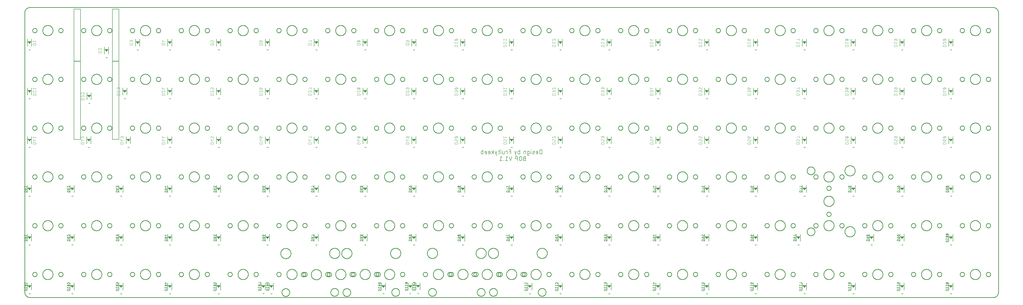
<source format=gbr>
G04 EAGLE Gerber RS-274X export*
G75*
%MOMM*%
%FSLAX34Y34*%
%LPD*%
%INSilkscreen Bottom*%
%IPPOS*%
%AMOC8*
5,1,8,0,0,1.08239X$1,22.5*%
G01*
%ADD10C,0.152400*%
%ADD11C,0.127000*%
%ADD12C,0.050800*%
%ADD13C,0.101600*%
%ADD14C,0.254000*%


D10*
X2119238Y660762D02*
X2119238Y677018D01*
X2114722Y677018D01*
X2114591Y677016D01*
X2114459Y677010D01*
X2114328Y677001D01*
X2114198Y676987D01*
X2114067Y676970D01*
X2113938Y676949D01*
X2113809Y676925D01*
X2113681Y676896D01*
X2113553Y676864D01*
X2113427Y676828D01*
X2113302Y676789D01*
X2113177Y676746D01*
X2113055Y676699D01*
X2112933Y676649D01*
X2112813Y676595D01*
X2112695Y676538D01*
X2112579Y676477D01*
X2112464Y676413D01*
X2112351Y676346D01*
X2112240Y676275D01*
X2112132Y676201D01*
X2112025Y676124D01*
X2111921Y676044D01*
X2111819Y675961D01*
X2111720Y675876D01*
X2111623Y675787D01*
X2111529Y675695D01*
X2111437Y675601D01*
X2111348Y675504D01*
X2111263Y675405D01*
X2111180Y675303D01*
X2111100Y675199D01*
X2111023Y675092D01*
X2110949Y674984D01*
X2110878Y674873D01*
X2110811Y674760D01*
X2110747Y674645D01*
X2110686Y674529D01*
X2110629Y674411D01*
X2110575Y674291D01*
X2110525Y674169D01*
X2110478Y674047D01*
X2110435Y673922D01*
X2110396Y673797D01*
X2110360Y673671D01*
X2110328Y673543D01*
X2110299Y673415D01*
X2110275Y673286D01*
X2110254Y673157D01*
X2110237Y673026D01*
X2110223Y672896D01*
X2110214Y672765D01*
X2110208Y672633D01*
X2110206Y672502D01*
X2110207Y672502D02*
X2110207Y665278D01*
X2110206Y665278D02*
X2110208Y665147D01*
X2110214Y665015D01*
X2110223Y664884D01*
X2110237Y664754D01*
X2110254Y664623D01*
X2110275Y664494D01*
X2110299Y664365D01*
X2110328Y664237D01*
X2110360Y664109D01*
X2110396Y663983D01*
X2110435Y663858D01*
X2110478Y663733D01*
X2110525Y663611D01*
X2110575Y663489D01*
X2110629Y663369D01*
X2110686Y663251D01*
X2110747Y663135D01*
X2110811Y663020D01*
X2110878Y662907D01*
X2110949Y662796D01*
X2111023Y662688D01*
X2111100Y662581D01*
X2111180Y662477D01*
X2111263Y662375D01*
X2111348Y662276D01*
X2111437Y662179D01*
X2111529Y662085D01*
X2111623Y661993D01*
X2111720Y661904D01*
X2111819Y661819D01*
X2111921Y661736D01*
X2112025Y661656D01*
X2112132Y661579D01*
X2112240Y661505D01*
X2112351Y661434D01*
X2112464Y661367D01*
X2112579Y661303D01*
X2112695Y661242D01*
X2112813Y661185D01*
X2112933Y661131D01*
X2113055Y661081D01*
X2113177Y661034D01*
X2113302Y660991D01*
X2113427Y660952D01*
X2113553Y660916D01*
X2113681Y660884D01*
X2113809Y660855D01*
X2113938Y660831D01*
X2114067Y660810D01*
X2114198Y660793D01*
X2114328Y660779D01*
X2114459Y660770D01*
X2114591Y660764D01*
X2114722Y660762D01*
X2119238Y660762D01*
X2100515Y660762D02*
X2096000Y660762D01*
X2100515Y660762D02*
X2100616Y660764D01*
X2100717Y660770D01*
X2100818Y660779D01*
X2100919Y660792D01*
X2101019Y660809D01*
X2101118Y660830D01*
X2101216Y660854D01*
X2101313Y660882D01*
X2101410Y660914D01*
X2101505Y660949D01*
X2101598Y660988D01*
X2101690Y661030D01*
X2101781Y661076D01*
X2101870Y661125D01*
X2101956Y661177D01*
X2102041Y661233D01*
X2102124Y661291D01*
X2102204Y661353D01*
X2102282Y661418D01*
X2102358Y661485D01*
X2102431Y661555D01*
X2102501Y661628D01*
X2102568Y661704D01*
X2102633Y661782D01*
X2102695Y661862D01*
X2102753Y661945D01*
X2102809Y662030D01*
X2102861Y662117D01*
X2102910Y662205D01*
X2102956Y662296D01*
X2102998Y662388D01*
X2103037Y662481D01*
X2103072Y662576D01*
X2103104Y662673D01*
X2103132Y662770D01*
X2103156Y662868D01*
X2103177Y662967D01*
X2103194Y663067D01*
X2103207Y663168D01*
X2103216Y663269D01*
X2103222Y663370D01*
X2103224Y663471D01*
X2103225Y663471D02*
X2103225Y667987D01*
X2103224Y667987D02*
X2103222Y668106D01*
X2103216Y668226D01*
X2103206Y668345D01*
X2103192Y668463D01*
X2103175Y668582D01*
X2103153Y668699D01*
X2103128Y668816D01*
X2103098Y668931D01*
X2103065Y669046D01*
X2103028Y669160D01*
X2102988Y669272D01*
X2102943Y669383D01*
X2102895Y669492D01*
X2102844Y669600D01*
X2102789Y669706D01*
X2102730Y669810D01*
X2102668Y669912D01*
X2102603Y670012D01*
X2102534Y670110D01*
X2102462Y670206D01*
X2102387Y670299D01*
X2102310Y670389D01*
X2102229Y670477D01*
X2102145Y670562D01*
X2102058Y670644D01*
X2101969Y670724D01*
X2101877Y670800D01*
X2101783Y670874D01*
X2101686Y670944D01*
X2101588Y671011D01*
X2101487Y671075D01*
X2101383Y671135D01*
X2101278Y671192D01*
X2101171Y671245D01*
X2101063Y671295D01*
X2100953Y671341D01*
X2100841Y671383D01*
X2100728Y671422D01*
X2100614Y671457D01*
X2100499Y671488D01*
X2100382Y671516D01*
X2100265Y671539D01*
X2100148Y671559D01*
X2100029Y671575D01*
X2099910Y671587D01*
X2099791Y671595D01*
X2099672Y671599D01*
X2099552Y671599D01*
X2099433Y671595D01*
X2099314Y671587D01*
X2099195Y671575D01*
X2099076Y671559D01*
X2098959Y671539D01*
X2098842Y671516D01*
X2098725Y671488D01*
X2098610Y671457D01*
X2098496Y671422D01*
X2098383Y671383D01*
X2098271Y671341D01*
X2098161Y671295D01*
X2098053Y671245D01*
X2097946Y671192D01*
X2097841Y671135D01*
X2097737Y671075D01*
X2097636Y671011D01*
X2097538Y670944D01*
X2097441Y670874D01*
X2097347Y670800D01*
X2097255Y670724D01*
X2097166Y670644D01*
X2097079Y670562D01*
X2096995Y670477D01*
X2096914Y670389D01*
X2096837Y670299D01*
X2096762Y670206D01*
X2096690Y670110D01*
X2096621Y670012D01*
X2096556Y669912D01*
X2096494Y669810D01*
X2096435Y669706D01*
X2096380Y669600D01*
X2096329Y669492D01*
X2096281Y669383D01*
X2096236Y669272D01*
X2096196Y669160D01*
X2096159Y669046D01*
X2096126Y668931D01*
X2096096Y668816D01*
X2096071Y668699D01*
X2096049Y668582D01*
X2096032Y668463D01*
X2096018Y668345D01*
X2096008Y668226D01*
X2096002Y668106D01*
X2096000Y667987D01*
X2096000Y666181D01*
X2103225Y666181D01*
X2088323Y667084D02*
X2083807Y665278D01*
X2088323Y667084D02*
X2088411Y667121D01*
X2088497Y667162D01*
X2088582Y667206D01*
X2088665Y667254D01*
X2088745Y667305D01*
X2088824Y667359D01*
X2088900Y667417D01*
X2088974Y667477D01*
X2089046Y667541D01*
X2089114Y667607D01*
X2089180Y667677D01*
X2089243Y667748D01*
X2089304Y667823D01*
X2089361Y667899D01*
X2089414Y667978D01*
X2089465Y668059D01*
X2089512Y668142D01*
X2089556Y668227D01*
X2089596Y668314D01*
X2089633Y668402D01*
X2089666Y668492D01*
X2089696Y668583D01*
X2089721Y668675D01*
X2089743Y668768D01*
X2089761Y668862D01*
X2089776Y668956D01*
X2089786Y669051D01*
X2089792Y669147D01*
X2089795Y669242D01*
X2089794Y669338D01*
X2089788Y669433D01*
X2089779Y669529D01*
X2089766Y669623D01*
X2089750Y669717D01*
X2089729Y669811D01*
X2089704Y669903D01*
X2089676Y669994D01*
X2089644Y670084D01*
X2089609Y670173D01*
X2089570Y670260D01*
X2089527Y670346D01*
X2089481Y670430D01*
X2089431Y670511D01*
X2089379Y670591D01*
X2089323Y670669D01*
X2089263Y670744D01*
X2089201Y670816D01*
X2089136Y670886D01*
X2089068Y670954D01*
X2088998Y671018D01*
X2088925Y671080D01*
X2088849Y671138D01*
X2088771Y671194D01*
X2088691Y671246D01*
X2088609Y671295D01*
X2088525Y671340D01*
X2088439Y671382D01*
X2088352Y671421D01*
X2088263Y671456D01*
X2088172Y671487D01*
X2088081Y671514D01*
X2087988Y671538D01*
X2087895Y671558D01*
X2087801Y671574D01*
X2087706Y671586D01*
X2087611Y671595D01*
X2087515Y671599D01*
X2087420Y671600D01*
X2087173Y671593D01*
X2086927Y671581D01*
X2086681Y671563D01*
X2086435Y671538D01*
X2086191Y671508D01*
X2085947Y671472D01*
X2085704Y671431D01*
X2085462Y671383D01*
X2085221Y671329D01*
X2084982Y671270D01*
X2084744Y671205D01*
X2084508Y671134D01*
X2084273Y671058D01*
X2084040Y670976D01*
X2083810Y670888D01*
X2083582Y670795D01*
X2083355Y670697D01*
X2083807Y665277D02*
X2083719Y665240D01*
X2083633Y665199D01*
X2083548Y665155D01*
X2083465Y665107D01*
X2083385Y665056D01*
X2083306Y665002D01*
X2083230Y664944D01*
X2083156Y664884D01*
X2083084Y664820D01*
X2083016Y664754D01*
X2082950Y664684D01*
X2082887Y664613D01*
X2082826Y664538D01*
X2082769Y664462D01*
X2082716Y664383D01*
X2082665Y664302D01*
X2082618Y664219D01*
X2082574Y664134D01*
X2082534Y664047D01*
X2082497Y663959D01*
X2082464Y663869D01*
X2082434Y663778D01*
X2082409Y663686D01*
X2082387Y663593D01*
X2082369Y663499D01*
X2082354Y663405D01*
X2082344Y663310D01*
X2082338Y663214D01*
X2082335Y663119D01*
X2082336Y663023D01*
X2082342Y662928D01*
X2082351Y662832D01*
X2082364Y662738D01*
X2082380Y662644D01*
X2082401Y662550D01*
X2082426Y662458D01*
X2082454Y662367D01*
X2082486Y662277D01*
X2082521Y662188D01*
X2082560Y662101D01*
X2082603Y662015D01*
X2082649Y661931D01*
X2082699Y661850D01*
X2082751Y661770D01*
X2082807Y661692D01*
X2082867Y661617D01*
X2082929Y661545D01*
X2082994Y661475D01*
X2083062Y661407D01*
X2083132Y661343D01*
X2083205Y661281D01*
X2083281Y661223D01*
X2083359Y661167D01*
X2083439Y661115D01*
X2083521Y661066D01*
X2083605Y661021D01*
X2083691Y660979D01*
X2083778Y660940D01*
X2083867Y660905D01*
X2083958Y660874D01*
X2084049Y660847D01*
X2084142Y660823D01*
X2084235Y660803D01*
X2084329Y660787D01*
X2084424Y660775D01*
X2084519Y660766D01*
X2084615Y660762D01*
X2084710Y660761D01*
X2084711Y660762D02*
X2085073Y660771D01*
X2085435Y660789D01*
X2085796Y660816D01*
X2086156Y660851D01*
X2086516Y660894D01*
X2086875Y660946D01*
X2087232Y661007D01*
X2087587Y661076D01*
X2087941Y661153D01*
X2088293Y661239D01*
X2088643Y661333D01*
X2088991Y661436D01*
X2089336Y661546D01*
X2089678Y661665D01*
X2076165Y660762D02*
X2076165Y671599D01*
X2076617Y676115D02*
X2076617Y677018D01*
X2075714Y677018D01*
X2075714Y676115D01*
X2076617Y676115D01*
X2067242Y660762D02*
X2062727Y660762D01*
X2067242Y660762D02*
X2067343Y660764D01*
X2067444Y660770D01*
X2067545Y660779D01*
X2067646Y660792D01*
X2067746Y660809D01*
X2067845Y660830D01*
X2067943Y660854D01*
X2068040Y660882D01*
X2068137Y660914D01*
X2068232Y660949D01*
X2068325Y660988D01*
X2068417Y661030D01*
X2068508Y661076D01*
X2068597Y661125D01*
X2068683Y661177D01*
X2068768Y661233D01*
X2068851Y661291D01*
X2068931Y661353D01*
X2069009Y661418D01*
X2069085Y661485D01*
X2069158Y661555D01*
X2069228Y661628D01*
X2069295Y661704D01*
X2069360Y661782D01*
X2069422Y661862D01*
X2069480Y661945D01*
X2069536Y662030D01*
X2069588Y662117D01*
X2069637Y662205D01*
X2069683Y662296D01*
X2069725Y662388D01*
X2069764Y662481D01*
X2069799Y662576D01*
X2069831Y662673D01*
X2069859Y662770D01*
X2069883Y662868D01*
X2069904Y662967D01*
X2069921Y663067D01*
X2069934Y663168D01*
X2069943Y663269D01*
X2069949Y663370D01*
X2069951Y663471D01*
X2069951Y668890D01*
X2069949Y668991D01*
X2069943Y669092D01*
X2069934Y669193D01*
X2069921Y669294D01*
X2069904Y669394D01*
X2069883Y669493D01*
X2069859Y669591D01*
X2069831Y669688D01*
X2069799Y669785D01*
X2069764Y669880D01*
X2069725Y669973D01*
X2069683Y670065D01*
X2069637Y670156D01*
X2069588Y670245D01*
X2069536Y670331D01*
X2069480Y670416D01*
X2069422Y670499D01*
X2069360Y670579D01*
X2069295Y670657D01*
X2069228Y670733D01*
X2069158Y670806D01*
X2069085Y670876D01*
X2069009Y670943D01*
X2068931Y671008D01*
X2068851Y671070D01*
X2068768Y671128D01*
X2068683Y671184D01*
X2068597Y671236D01*
X2068508Y671285D01*
X2068417Y671331D01*
X2068325Y671373D01*
X2068232Y671412D01*
X2068137Y671447D01*
X2068040Y671479D01*
X2067943Y671507D01*
X2067845Y671531D01*
X2067746Y671552D01*
X2067646Y671569D01*
X2067545Y671582D01*
X2067444Y671591D01*
X2067343Y671597D01*
X2067242Y671599D01*
X2062727Y671599D01*
X2062727Y658053D01*
X2062729Y657952D01*
X2062735Y657851D01*
X2062744Y657750D01*
X2062757Y657649D01*
X2062774Y657549D01*
X2062795Y657450D01*
X2062819Y657352D01*
X2062847Y657255D01*
X2062879Y657158D01*
X2062914Y657063D01*
X2062953Y656970D01*
X2062995Y656878D01*
X2063041Y656787D01*
X2063090Y656699D01*
X2063142Y656612D01*
X2063198Y656527D01*
X2063256Y656444D01*
X2063318Y656364D01*
X2063383Y656286D01*
X2063450Y656210D01*
X2063520Y656137D01*
X2063593Y656067D01*
X2063669Y656000D01*
X2063747Y655935D01*
X2063827Y655873D01*
X2063910Y655815D01*
X2063995Y655759D01*
X2064082Y655707D01*
X2064170Y655658D01*
X2064261Y655612D01*
X2064353Y655570D01*
X2064446Y655531D01*
X2064541Y655496D01*
X2064638Y655464D01*
X2064735Y655436D01*
X2064833Y655412D01*
X2064932Y655391D01*
X2065032Y655374D01*
X2065133Y655361D01*
X2065234Y655352D01*
X2065335Y655346D01*
X2065436Y655344D01*
X2065436Y655343D02*
X2069048Y655343D01*
X2055289Y660762D02*
X2055289Y671599D01*
X2050773Y671599D01*
X2050669Y671597D01*
X2050566Y671591D01*
X2050462Y671581D01*
X2050359Y671567D01*
X2050257Y671549D01*
X2050156Y671528D01*
X2050055Y671502D01*
X2049956Y671473D01*
X2049857Y671440D01*
X2049760Y671403D01*
X2049665Y671362D01*
X2049571Y671318D01*
X2049479Y671270D01*
X2049389Y671219D01*
X2049300Y671164D01*
X2049214Y671106D01*
X2049131Y671044D01*
X2049049Y670980D01*
X2048971Y670912D01*
X2048895Y670842D01*
X2048821Y670769D01*
X2048751Y670692D01*
X2048683Y670614D01*
X2048619Y670532D01*
X2048557Y670449D01*
X2048499Y670363D01*
X2048444Y670274D01*
X2048393Y670184D01*
X2048345Y670092D01*
X2048301Y669998D01*
X2048260Y669903D01*
X2048223Y669806D01*
X2048190Y669707D01*
X2048161Y669608D01*
X2048135Y669507D01*
X2048114Y669406D01*
X2048096Y669304D01*
X2048082Y669201D01*
X2048072Y669097D01*
X2048066Y668994D01*
X2048064Y668890D01*
X2048064Y660762D01*
X2032290Y660762D02*
X2032290Y677018D01*
X2032290Y660762D02*
X2027774Y660762D01*
X2027670Y660764D01*
X2027567Y660770D01*
X2027463Y660780D01*
X2027360Y660794D01*
X2027258Y660812D01*
X2027157Y660833D01*
X2027056Y660859D01*
X2026957Y660888D01*
X2026858Y660921D01*
X2026761Y660958D01*
X2026666Y660999D01*
X2026572Y661043D01*
X2026480Y661091D01*
X2026390Y661142D01*
X2026301Y661197D01*
X2026215Y661255D01*
X2026132Y661317D01*
X2026050Y661381D01*
X2025972Y661449D01*
X2025896Y661519D01*
X2025822Y661592D01*
X2025752Y661669D01*
X2025684Y661747D01*
X2025620Y661829D01*
X2025558Y661912D01*
X2025500Y661998D01*
X2025445Y662087D01*
X2025394Y662177D01*
X2025346Y662269D01*
X2025302Y662363D01*
X2025261Y662458D01*
X2025224Y662555D01*
X2025191Y662654D01*
X2025162Y662753D01*
X2025136Y662854D01*
X2025115Y662955D01*
X2025097Y663057D01*
X2025083Y663160D01*
X2025073Y663264D01*
X2025067Y663367D01*
X2025065Y663471D01*
X2025065Y668890D01*
X2025067Y668991D01*
X2025073Y669092D01*
X2025082Y669193D01*
X2025095Y669294D01*
X2025112Y669394D01*
X2025133Y669493D01*
X2025157Y669591D01*
X2025185Y669688D01*
X2025217Y669785D01*
X2025252Y669880D01*
X2025291Y669973D01*
X2025333Y670065D01*
X2025379Y670156D01*
X2025428Y670245D01*
X2025480Y670331D01*
X2025536Y670416D01*
X2025594Y670499D01*
X2025656Y670579D01*
X2025721Y670657D01*
X2025788Y670733D01*
X2025858Y670806D01*
X2025931Y670876D01*
X2026007Y670943D01*
X2026085Y671008D01*
X2026165Y671070D01*
X2026248Y671128D01*
X2026333Y671184D01*
X2026420Y671236D01*
X2026508Y671285D01*
X2026599Y671331D01*
X2026691Y671373D01*
X2026784Y671412D01*
X2026879Y671447D01*
X2026976Y671479D01*
X2027073Y671507D01*
X2027171Y671531D01*
X2027270Y671552D01*
X2027370Y671569D01*
X2027471Y671582D01*
X2027572Y671591D01*
X2027673Y671597D01*
X2027774Y671599D01*
X2032290Y671599D01*
X2019337Y655343D02*
X2017531Y655343D01*
X2012112Y671599D01*
X2019337Y671599D02*
X2015725Y660762D01*
X1997285Y660762D02*
X1997285Y677018D01*
X1990060Y677018D01*
X1990060Y669793D02*
X1997285Y669793D01*
X1983822Y671599D02*
X1983822Y660762D01*
X1983822Y671599D02*
X1978403Y671599D01*
X1978403Y669793D01*
X1972965Y671599D02*
X1972965Y663471D01*
X1972964Y663471D02*
X1972962Y663370D01*
X1972956Y663269D01*
X1972947Y663168D01*
X1972934Y663067D01*
X1972917Y662967D01*
X1972896Y662868D01*
X1972872Y662770D01*
X1972844Y662673D01*
X1972812Y662576D01*
X1972777Y662481D01*
X1972738Y662388D01*
X1972696Y662296D01*
X1972650Y662205D01*
X1972601Y662117D01*
X1972549Y662030D01*
X1972493Y661945D01*
X1972435Y661862D01*
X1972373Y661782D01*
X1972308Y661704D01*
X1972241Y661628D01*
X1972171Y661555D01*
X1972098Y661485D01*
X1972022Y661418D01*
X1971944Y661353D01*
X1971864Y661291D01*
X1971781Y661233D01*
X1971696Y661177D01*
X1971610Y661125D01*
X1971521Y661076D01*
X1971430Y661030D01*
X1971338Y660988D01*
X1971245Y660949D01*
X1971150Y660914D01*
X1971053Y660882D01*
X1970956Y660854D01*
X1970858Y660830D01*
X1970759Y660809D01*
X1970659Y660792D01*
X1970558Y660779D01*
X1970457Y660770D01*
X1970356Y660764D01*
X1970255Y660762D01*
X1965740Y660762D01*
X1965740Y671599D01*
X1958931Y671599D02*
X1958931Y660762D01*
X1959383Y676115D02*
X1959383Y677018D01*
X1958480Y677018D01*
X1958480Y676115D01*
X1959383Y676115D01*
X1953941Y671599D02*
X1948523Y671599D01*
X1952135Y677018D02*
X1952135Y663471D01*
X1952133Y663370D01*
X1952127Y663269D01*
X1952118Y663168D01*
X1952105Y663067D01*
X1952088Y662967D01*
X1952067Y662868D01*
X1952043Y662770D01*
X1952015Y662673D01*
X1951983Y662576D01*
X1951948Y662481D01*
X1951909Y662388D01*
X1951867Y662296D01*
X1951821Y662205D01*
X1951772Y662117D01*
X1951720Y662030D01*
X1951664Y661945D01*
X1951606Y661862D01*
X1951544Y661782D01*
X1951479Y661704D01*
X1951412Y661628D01*
X1951342Y661555D01*
X1951269Y661485D01*
X1951193Y661418D01*
X1951115Y661353D01*
X1951035Y661291D01*
X1950952Y661233D01*
X1950867Y661177D01*
X1950781Y661125D01*
X1950692Y661076D01*
X1950601Y661030D01*
X1950509Y660988D01*
X1950416Y660949D01*
X1950321Y660914D01*
X1950224Y660882D01*
X1950127Y660854D01*
X1950029Y660830D01*
X1949930Y660809D01*
X1949830Y660792D01*
X1949729Y660779D01*
X1949628Y660770D01*
X1949527Y660764D01*
X1949426Y660762D01*
X1948523Y660762D01*
X1943265Y655343D02*
X1941459Y655343D01*
X1936041Y671599D01*
X1943265Y671599D02*
X1939653Y660762D01*
X1929550Y660762D02*
X1929550Y677018D01*
X1922325Y671599D02*
X1929550Y666181D01*
X1926389Y668438D02*
X1922325Y660762D01*
X1913983Y660762D02*
X1909467Y660762D01*
X1913983Y660762D02*
X1914084Y660764D01*
X1914185Y660770D01*
X1914286Y660779D01*
X1914387Y660792D01*
X1914487Y660809D01*
X1914586Y660830D01*
X1914684Y660854D01*
X1914781Y660882D01*
X1914878Y660914D01*
X1914973Y660949D01*
X1915066Y660988D01*
X1915158Y661030D01*
X1915249Y661076D01*
X1915338Y661125D01*
X1915424Y661177D01*
X1915509Y661233D01*
X1915592Y661291D01*
X1915672Y661353D01*
X1915750Y661418D01*
X1915826Y661485D01*
X1915899Y661555D01*
X1915969Y661628D01*
X1916036Y661704D01*
X1916101Y661782D01*
X1916163Y661862D01*
X1916221Y661945D01*
X1916277Y662030D01*
X1916329Y662117D01*
X1916378Y662205D01*
X1916424Y662296D01*
X1916466Y662388D01*
X1916505Y662481D01*
X1916540Y662576D01*
X1916572Y662673D01*
X1916600Y662770D01*
X1916624Y662868D01*
X1916645Y662967D01*
X1916662Y663067D01*
X1916675Y663168D01*
X1916684Y663269D01*
X1916690Y663370D01*
X1916692Y663471D01*
X1916692Y667987D01*
X1916690Y668106D01*
X1916684Y668226D01*
X1916674Y668345D01*
X1916660Y668463D01*
X1916643Y668582D01*
X1916621Y668699D01*
X1916596Y668816D01*
X1916566Y668931D01*
X1916533Y669046D01*
X1916496Y669160D01*
X1916456Y669272D01*
X1916411Y669383D01*
X1916363Y669492D01*
X1916312Y669600D01*
X1916257Y669706D01*
X1916198Y669810D01*
X1916136Y669912D01*
X1916071Y670012D01*
X1916002Y670110D01*
X1915930Y670206D01*
X1915855Y670299D01*
X1915778Y670389D01*
X1915697Y670477D01*
X1915613Y670562D01*
X1915526Y670644D01*
X1915437Y670724D01*
X1915345Y670800D01*
X1915251Y670874D01*
X1915154Y670944D01*
X1915056Y671011D01*
X1914955Y671075D01*
X1914851Y671135D01*
X1914746Y671192D01*
X1914639Y671245D01*
X1914531Y671295D01*
X1914421Y671341D01*
X1914309Y671383D01*
X1914196Y671422D01*
X1914082Y671457D01*
X1913967Y671488D01*
X1913850Y671516D01*
X1913733Y671539D01*
X1913616Y671559D01*
X1913497Y671575D01*
X1913378Y671587D01*
X1913259Y671595D01*
X1913140Y671599D01*
X1913020Y671599D01*
X1912901Y671595D01*
X1912782Y671587D01*
X1912663Y671575D01*
X1912544Y671559D01*
X1912427Y671539D01*
X1912310Y671516D01*
X1912193Y671488D01*
X1912078Y671457D01*
X1911964Y671422D01*
X1911851Y671383D01*
X1911739Y671341D01*
X1911629Y671295D01*
X1911521Y671245D01*
X1911414Y671192D01*
X1911309Y671135D01*
X1911205Y671075D01*
X1911104Y671011D01*
X1911006Y670944D01*
X1910909Y670874D01*
X1910815Y670800D01*
X1910723Y670724D01*
X1910634Y670644D01*
X1910547Y670562D01*
X1910463Y670477D01*
X1910382Y670389D01*
X1910305Y670299D01*
X1910230Y670206D01*
X1910158Y670110D01*
X1910089Y670012D01*
X1910024Y669912D01*
X1909962Y669810D01*
X1909903Y669706D01*
X1909848Y669600D01*
X1909797Y669492D01*
X1909749Y669383D01*
X1909704Y669272D01*
X1909664Y669160D01*
X1909627Y669046D01*
X1909594Y668931D01*
X1909564Y668816D01*
X1909539Y668699D01*
X1909517Y668582D01*
X1909500Y668463D01*
X1909486Y668345D01*
X1909476Y668226D01*
X1909470Y668106D01*
X1909468Y667987D01*
X1909467Y667987D02*
X1909467Y666181D01*
X1916692Y666181D01*
X1900436Y660762D02*
X1895920Y660762D01*
X1900436Y660762D02*
X1900537Y660764D01*
X1900638Y660770D01*
X1900739Y660779D01*
X1900840Y660792D01*
X1900940Y660809D01*
X1901039Y660830D01*
X1901137Y660854D01*
X1901234Y660882D01*
X1901331Y660914D01*
X1901426Y660949D01*
X1901519Y660988D01*
X1901611Y661030D01*
X1901702Y661076D01*
X1901791Y661125D01*
X1901877Y661177D01*
X1901962Y661233D01*
X1902045Y661291D01*
X1902125Y661353D01*
X1902203Y661418D01*
X1902279Y661485D01*
X1902352Y661555D01*
X1902422Y661628D01*
X1902489Y661704D01*
X1902554Y661782D01*
X1902616Y661862D01*
X1902674Y661945D01*
X1902730Y662030D01*
X1902782Y662117D01*
X1902831Y662205D01*
X1902877Y662296D01*
X1902919Y662388D01*
X1902958Y662481D01*
X1902993Y662576D01*
X1903025Y662673D01*
X1903053Y662770D01*
X1903077Y662868D01*
X1903098Y662967D01*
X1903115Y663067D01*
X1903128Y663168D01*
X1903137Y663269D01*
X1903143Y663370D01*
X1903145Y663471D01*
X1903145Y667987D01*
X1903143Y668106D01*
X1903137Y668226D01*
X1903127Y668345D01*
X1903113Y668463D01*
X1903096Y668582D01*
X1903074Y668699D01*
X1903049Y668816D01*
X1903019Y668931D01*
X1902986Y669046D01*
X1902949Y669160D01*
X1902909Y669272D01*
X1902864Y669383D01*
X1902816Y669492D01*
X1902765Y669600D01*
X1902710Y669706D01*
X1902651Y669810D01*
X1902589Y669912D01*
X1902524Y670012D01*
X1902455Y670110D01*
X1902383Y670206D01*
X1902308Y670299D01*
X1902231Y670389D01*
X1902150Y670477D01*
X1902066Y670562D01*
X1901979Y670644D01*
X1901890Y670724D01*
X1901798Y670800D01*
X1901704Y670874D01*
X1901607Y670944D01*
X1901509Y671011D01*
X1901408Y671075D01*
X1901304Y671135D01*
X1901199Y671192D01*
X1901092Y671245D01*
X1900984Y671295D01*
X1900874Y671341D01*
X1900762Y671383D01*
X1900649Y671422D01*
X1900535Y671457D01*
X1900420Y671488D01*
X1900303Y671516D01*
X1900186Y671539D01*
X1900069Y671559D01*
X1899950Y671575D01*
X1899831Y671587D01*
X1899712Y671595D01*
X1899593Y671599D01*
X1899473Y671599D01*
X1899354Y671595D01*
X1899235Y671587D01*
X1899116Y671575D01*
X1898997Y671559D01*
X1898880Y671539D01*
X1898763Y671516D01*
X1898646Y671488D01*
X1898531Y671457D01*
X1898417Y671422D01*
X1898304Y671383D01*
X1898192Y671341D01*
X1898082Y671295D01*
X1897974Y671245D01*
X1897867Y671192D01*
X1897762Y671135D01*
X1897658Y671075D01*
X1897557Y671011D01*
X1897459Y670944D01*
X1897362Y670874D01*
X1897268Y670800D01*
X1897176Y670724D01*
X1897087Y670644D01*
X1897000Y670562D01*
X1896916Y670477D01*
X1896835Y670389D01*
X1896758Y670299D01*
X1896683Y670206D01*
X1896611Y670110D01*
X1896542Y670012D01*
X1896477Y669912D01*
X1896415Y669810D01*
X1896356Y669706D01*
X1896301Y669600D01*
X1896250Y669492D01*
X1896202Y669383D01*
X1896157Y669272D01*
X1896117Y669160D01*
X1896080Y669046D01*
X1896047Y668931D01*
X1896017Y668816D01*
X1895992Y668699D01*
X1895970Y668582D01*
X1895953Y668463D01*
X1895939Y668345D01*
X1895929Y668226D01*
X1895923Y668106D01*
X1895921Y667987D01*
X1895920Y667987D02*
X1895920Y666181D01*
X1903145Y666181D01*
X1889004Y660762D02*
X1889004Y677018D01*
X1889004Y660762D02*
X1884488Y660762D01*
X1884384Y660764D01*
X1884281Y660770D01*
X1884177Y660780D01*
X1884074Y660794D01*
X1883972Y660812D01*
X1883871Y660833D01*
X1883770Y660859D01*
X1883671Y660888D01*
X1883572Y660921D01*
X1883475Y660958D01*
X1883380Y660999D01*
X1883286Y661043D01*
X1883194Y661091D01*
X1883104Y661142D01*
X1883015Y661197D01*
X1882929Y661255D01*
X1882846Y661317D01*
X1882764Y661381D01*
X1882686Y661449D01*
X1882610Y661519D01*
X1882536Y661592D01*
X1882466Y661669D01*
X1882398Y661747D01*
X1882334Y661829D01*
X1882272Y661912D01*
X1882214Y661998D01*
X1882159Y662087D01*
X1882108Y662177D01*
X1882060Y662269D01*
X1882016Y662363D01*
X1881975Y662458D01*
X1881938Y662555D01*
X1881905Y662654D01*
X1881876Y662753D01*
X1881850Y662854D01*
X1881829Y662955D01*
X1881811Y663057D01*
X1881797Y663160D01*
X1881787Y663264D01*
X1881781Y663367D01*
X1881779Y663471D01*
X1881779Y668890D01*
X1881781Y668991D01*
X1881787Y669092D01*
X1881796Y669193D01*
X1881809Y669294D01*
X1881826Y669394D01*
X1881847Y669493D01*
X1881871Y669591D01*
X1881899Y669688D01*
X1881931Y669785D01*
X1881966Y669880D01*
X1882005Y669973D01*
X1882047Y670065D01*
X1882093Y670156D01*
X1882142Y670245D01*
X1882194Y670331D01*
X1882250Y670416D01*
X1882308Y670499D01*
X1882370Y670579D01*
X1882435Y670657D01*
X1882502Y670733D01*
X1882572Y670806D01*
X1882645Y670876D01*
X1882721Y670943D01*
X1882799Y671008D01*
X1882879Y671070D01*
X1882962Y671128D01*
X1883047Y671184D01*
X1883134Y671236D01*
X1883222Y671285D01*
X1883313Y671331D01*
X1883405Y671373D01*
X1883498Y671412D01*
X1883593Y671447D01*
X1883690Y671479D01*
X1883787Y671507D01*
X1883885Y671531D01*
X1883984Y671552D01*
X1884084Y671569D01*
X1884185Y671582D01*
X1884286Y671591D01*
X1884387Y671597D01*
X1884488Y671599D01*
X1889004Y671599D01*
X2050427Y643825D02*
X2054943Y643825D01*
X2050427Y643825D02*
X2050294Y643823D01*
X2050162Y643817D01*
X2050030Y643807D01*
X2049898Y643794D01*
X2049766Y643776D01*
X2049636Y643755D01*
X2049505Y643730D01*
X2049376Y643701D01*
X2049248Y643668D01*
X2049120Y643632D01*
X2048994Y643592D01*
X2048869Y643548D01*
X2048745Y643500D01*
X2048623Y643449D01*
X2048502Y643394D01*
X2048383Y643336D01*
X2048265Y643274D01*
X2048150Y643209D01*
X2048036Y643140D01*
X2047925Y643069D01*
X2047816Y642993D01*
X2047709Y642915D01*
X2047604Y642834D01*
X2047502Y642749D01*
X2047402Y642662D01*
X2047305Y642572D01*
X2047210Y642479D01*
X2047119Y642383D01*
X2047030Y642285D01*
X2046944Y642184D01*
X2046861Y642080D01*
X2046781Y641974D01*
X2046705Y641866D01*
X2046631Y641756D01*
X2046561Y641643D01*
X2046494Y641529D01*
X2046431Y641412D01*
X2046371Y641294D01*
X2046314Y641174D01*
X2046261Y641052D01*
X2046212Y640929D01*
X2046166Y640805D01*
X2046124Y640679D01*
X2046086Y640552D01*
X2046051Y640424D01*
X2046020Y640295D01*
X2045993Y640166D01*
X2045970Y640035D01*
X2045950Y639904D01*
X2045935Y639772D01*
X2045923Y639640D01*
X2045915Y639508D01*
X2045911Y639375D01*
X2045911Y639243D01*
X2045915Y639110D01*
X2045923Y638978D01*
X2045935Y638846D01*
X2045950Y638714D01*
X2045970Y638583D01*
X2045993Y638452D01*
X2046020Y638323D01*
X2046051Y638194D01*
X2046086Y638066D01*
X2046124Y637939D01*
X2046166Y637813D01*
X2046212Y637689D01*
X2046261Y637566D01*
X2046314Y637444D01*
X2046371Y637324D01*
X2046431Y637206D01*
X2046494Y637089D01*
X2046561Y636975D01*
X2046631Y636862D01*
X2046705Y636752D01*
X2046781Y636644D01*
X2046861Y636538D01*
X2046944Y636434D01*
X2047030Y636333D01*
X2047119Y636235D01*
X2047210Y636139D01*
X2047305Y636046D01*
X2047402Y635956D01*
X2047502Y635869D01*
X2047604Y635784D01*
X2047709Y635703D01*
X2047816Y635625D01*
X2047925Y635549D01*
X2048036Y635478D01*
X2048150Y635409D01*
X2048265Y635344D01*
X2048383Y635282D01*
X2048502Y635224D01*
X2048623Y635169D01*
X2048745Y635118D01*
X2048869Y635070D01*
X2048994Y635026D01*
X2049120Y634986D01*
X2049248Y634950D01*
X2049376Y634917D01*
X2049505Y634888D01*
X2049636Y634863D01*
X2049766Y634842D01*
X2049898Y634824D01*
X2050030Y634811D01*
X2050162Y634801D01*
X2050294Y634795D01*
X2050427Y634793D01*
X2050427Y634794D02*
X2054943Y634794D01*
X2054943Y651050D01*
X2050427Y651050D01*
X2050427Y651049D02*
X2050308Y651047D01*
X2050188Y651041D01*
X2050069Y651031D01*
X2049951Y651017D01*
X2049832Y651000D01*
X2049715Y650978D01*
X2049598Y650953D01*
X2049483Y650923D01*
X2049368Y650890D01*
X2049254Y650853D01*
X2049142Y650813D01*
X2049031Y650768D01*
X2048922Y650720D01*
X2048814Y650669D01*
X2048708Y650614D01*
X2048604Y650555D01*
X2048502Y650493D01*
X2048402Y650428D01*
X2048304Y650359D01*
X2048208Y650287D01*
X2048115Y650212D01*
X2048025Y650135D01*
X2047937Y650054D01*
X2047852Y649970D01*
X2047770Y649883D01*
X2047690Y649794D01*
X2047614Y649702D01*
X2047540Y649608D01*
X2047470Y649511D01*
X2047403Y649413D01*
X2047339Y649312D01*
X2047279Y649208D01*
X2047222Y649103D01*
X2047169Y648996D01*
X2047119Y648888D01*
X2047073Y648778D01*
X2047031Y648666D01*
X2046992Y648553D01*
X2046957Y648439D01*
X2046926Y648324D01*
X2046898Y648207D01*
X2046875Y648090D01*
X2046855Y647973D01*
X2046839Y647854D01*
X2046827Y647735D01*
X2046819Y647616D01*
X2046815Y647497D01*
X2046815Y647377D01*
X2046819Y647258D01*
X2046827Y647139D01*
X2046839Y647020D01*
X2046855Y646901D01*
X2046875Y646784D01*
X2046898Y646667D01*
X2046926Y646550D01*
X2046957Y646435D01*
X2046992Y646321D01*
X2047031Y646208D01*
X2047073Y646096D01*
X2047119Y645986D01*
X2047169Y645878D01*
X2047222Y645771D01*
X2047279Y645666D01*
X2047339Y645562D01*
X2047403Y645461D01*
X2047470Y645363D01*
X2047540Y645266D01*
X2047614Y645172D01*
X2047690Y645080D01*
X2047770Y644991D01*
X2047852Y644904D01*
X2047937Y644820D01*
X2048025Y644739D01*
X2048115Y644662D01*
X2048208Y644587D01*
X2048304Y644515D01*
X2048402Y644446D01*
X2048502Y644381D01*
X2048604Y644319D01*
X2048708Y644260D01*
X2048814Y644205D01*
X2048922Y644154D01*
X2049031Y644106D01*
X2049142Y644061D01*
X2049254Y644021D01*
X2049368Y643984D01*
X2049483Y643951D01*
X2049598Y643921D01*
X2049715Y643896D01*
X2049832Y643874D01*
X2049951Y643857D01*
X2050069Y643843D01*
X2050188Y643833D01*
X2050308Y643827D01*
X2050427Y643825D01*
X2040044Y646534D02*
X2040044Y639309D01*
X2040044Y646534D02*
X2040042Y646667D01*
X2040036Y646799D01*
X2040026Y646931D01*
X2040013Y647063D01*
X2039995Y647195D01*
X2039974Y647325D01*
X2039949Y647456D01*
X2039920Y647585D01*
X2039887Y647713D01*
X2039851Y647841D01*
X2039811Y647967D01*
X2039767Y648092D01*
X2039719Y648216D01*
X2039668Y648338D01*
X2039613Y648459D01*
X2039555Y648578D01*
X2039493Y648696D01*
X2039428Y648811D01*
X2039359Y648925D01*
X2039288Y649036D01*
X2039212Y649145D01*
X2039134Y649252D01*
X2039053Y649357D01*
X2038968Y649459D01*
X2038881Y649559D01*
X2038791Y649656D01*
X2038698Y649751D01*
X2038602Y649842D01*
X2038504Y649931D01*
X2038403Y650017D01*
X2038299Y650100D01*
X2038193Y650180D01*
X2038085Y650256D01*
X2037975Y650330D01*
X2037862Y650400D01*
X2037748Y650467D01*
X2037631Y650530D01*
X2037513Y650590D01*
X2037393Y650647D01*
X2037271Y650700D01*
X2037148Y650749D01*
X2037024Y650795D01*
X2036898Y650837D01*
X2036771Y650875D01*
X2036643Y650910D01*
X2036514Y650941D01*
X2036385Y650968D01*
X2036254Y650991D01*
X2036123Y651011D01*
X2035991Y651026D01*
X2035859Y651038D01*
X2035727Y651046D01*
X2035594Y651050D01*
X2035462Y651050D01*
X2035329Y651046D01*
X2035197Y651038D01*
X2035065Y651026D01*
X2034933Y651011D01*
X2034802Y650991D01*
X2034671Y650968D01*
X2034542Y650941D01*
X2034413Y650910D01*
X2034285Y650875D01*
X2034158Y650837D01*
X2034032Y650795D01*
X2033908Y650749D01*
X2033785Y650700D01*
X2033663Y650647D01*
X2033543Y650590D01*
X2033425Y650530D01*
X2033308Y650467D01*
X2033194Y650400D01*
X2033081Y650330D01*
X2032971Y650256D01*
X2032863Y650180D01*
X2032757Y650100D01*
X2032653Y650017D01*
X2032552Y649931D01*
X2032454Y649842D01*
X2032358Y649751D01*
X2032265Y649656D01*
X2032175Y649559D01*
X2032088Y649459D01*
X2032003Y649357D01*
X2031922Y649252D01*
X2031844Y649145D01*
X2031768Y649036D01*
X2031697Y648925D01*
X2031628Y648811D01*
X2031563Y648696D01*
X2031501Y648578D01*
X2031443Y648459D01*
X2031388Y648338D01*
X2031337Y648216D01*
X2031289Y648092D01*
X2031245Y647967D01*
X2031205Y647841D01*
X2031169Y647713D01*
X2031136Y647585D01*
X2031107Y647456D01*
X2031082Y647325D01*
X2031061Y647195D01*
X2031043Y647063D01*
X2031030Y646931D01*
X2031020Y646799D01*
X2031014Y646667D01*
X2031012Y646534D01*
X2031013Y646534D02*
X2031013Y639309D01*
X2031012Y639309D02*
X2031014Y639176D01*
X2031020Y639044D01*
X2031030Y638912D01*
X2031043Y638780D01*
X2031061Y638648D01*
X2031082Y638518D01*
X2031107Y638387D01*
X2031136Y638258D01*
X2031169Y638130D01*
X2031205Y638002D01*
X2031245Y637876D01*
X2031289Y637751D01*
X2031337Y637627D01*
X2031388Y637505D01*
X2031443Y637384D01*
X2031501Y637265D01*
X2031563Y637147D01*
X2031628Y637032D01*
X2031697Y636918D01*
X2031768Y636807D01*
X2031844Y636698D01*
X2031922Y636591D01*
X2032003Y636486D01*
X2032088Y636384D01*
X2032175Y636284D01*
X2032265Y636187D01*
X2032358Y636092D01*
X2032454Y636001D01*
X2032552Y635912D01*
X2032653Y635826D01*
X2032757Y635743D01*
X2032863Y635663D01*
X2032971Y635587D01*
X2033081Y635513D01*
X2033194Y635443D01*
X2033308Y635376D01*
X2033425Y635313D01*
X2033543Y635253D01*
X2033663Y635196D01*
X2033785Y635143D01*
X2033908Y635094D01*
X2034032Y635048D01*
X2034158Y635006D01*
X2034285Y634968D01*
X2034413Y634933D01*
X2034542Y634902D01*
X2034671Y634875D01*
X2034802Y634852D01*
X2034933Y634832D01*
X2035065Y634817D01*
X2035197Y634805D01*
X2035329Y634797D01*
X2035462Y634793D01*
X2035594Y634793D01*
X2035727Y634797D01*
X2035859Y634805D01*
X2035991Y634817D01*
X2036123Y634832D01*
X2036254Y634852D01*
X2036385Y634875D01*
X2036514Y634902D01*
X2036643Y634933D01*
X2036771Y634968D01*
X2036898Y635006D01*
X2037024Y635048D01*
X2037148Y635094D01*
X2037271Y635143D01*
X2037393Y635196D01*
X2037513Y635253D01*
X2037631Y635313D01*
X2037748Y635376D01*
X2037862Y635443D01*
X2037975Y635513D01*
X2038085Y635587D01*
X2038193Y635663D01*
X2038299Y635743D01*
X2038403Y635826D01*
X2038504Y635912D01*
X2038602Y636001D01*
X2038698Y636092D01*
X2038791Y636187D01*
X2038881Y636284D01*
X2038968Y636384D01*
X2039053Y636486D01*
X2039134Y636591D01*
X2039212Y636698D01*
X2039288Y636807D01*
X2039359Y636918D01*
X2039428Y637032D01*
X2039493Y637147D01*
X2039555Y637265D01*
X2039613Y637384D01*
X2039668Y637505D01*
X2039719Y637627D01*
X2039767Y637751D01*
X2039811Y637876D01*
X2039851Y638002D01*
X2039887Y638130D01*
X2039920Y638258D01*
X2039949Y638387D01*
X2039974Y638518D01*
X2039995Y638648D01*
X2040013Y638780D01*
X2040026Y638912D01*
X2040036Y639044D01*
X2040042Y639176D01*
X2040044Y639309D01*
X2023680Y634794D02*
X2023680Y651050D01*
X2019165Y651050D01*
X2019032Y651048D01*
X2018900Y651042D01*
X2018768Y651032D01*
X2018636Y651019D01*
X2018504Y651001D01*
X2018374Y650980D01*
X2018243Y650955D01*
X2018114Y650926D01*
X2017986Y650893D01*
X2017858Y650857D01*
X2017732Y650817D01*
X2017607Y650773D01*
X2017483Y650725D01*
X2017361Y650674D01*
X2017240Y650619D01*
X2017121Y650561D01*
X2017003Y650499D01*
X2016888Y650434D01*
X2016774Y650365D01*
X2016663Y650294D01*
X2016554Y650218D01*
X2016447Y650140D01*
X2016342Y650059D01*
X2016240Y649974D01*
X2016140Y649887D01*
X2016043Y649797D01*
X2015948Y649704D01*
X2015857Y649608D01*
X2015768Y649510D01*
X2015682Y649409D01*
X2015599Y649305D01*
X2015519Y649199D01*
X2015443Y649091D01*
X2015369Y648981D01*
X2015299Y648868D01*
X2015232Y648754D01*
X2015169Y648637D01*
X2015109Y648519D01*
X2015052Y648399D01*
X2014999Y648277D01*
X2014950Y648154D01*
X2014904Y648030D01*
X2014862Y647904D01*
X2014824Y647777D01*
X2014789Y647649D01*
X2014758Y647520D01*
X2014731Y647391D01*
X2014708Y647260D01*
X2014688Y647129D01*
X2014673Y646997D01*
X2014661Y646865D01*
X2014653Y646733D01*
X2014649Y646600D01*
X2014649Y646468D01*
X2014653Y646335D01*
X2014661Y646203D01*
X2014673Y646071D01*
X2014688Y645939D01*
X2014708Y645808D01*
X2014731Y645677D01*
X2014758Y645548D01*
X2014789Y645419D01*
X2014824Y645291D01*
X2014862Y645164D01*
X2014904Y645038D01*
X2014950Y644914D01*
X2014999Y644791D01*
X2015052Y644669D01*
X2015109Y644549D01*
X2015169Y644431D01*
X2015232Y644314D01*
X2015299Y644200D01*
X2015369Y644087D01*
X2015443Y643977D01*
X2015519Y643869D01*
X2015599Y643763D01*
X2015682Y643659D01*
X2015768Y643558D01*
X2015857Y643460D01*
X2015948Y643364D01*
X2016043Y643271D01*
X2016140Y643181D01*
X2016240Y643094D01*
X2016342Y643009D01*
X2016447Y642928D01*
X2016554Y642850D01*
X2016663Y642774D01*
X2016774Y642703D01*
X2016888Y642634D01*
X2017003Y642569D01*
X2017121Y642507D01*
X2017240Y642449D01*
X2017361Y642394D01*
X2017483Y642343D01*
X2017607Y642295D01*
X2017732Y642251D01*
X2017858Y642211D01*
X2017986Y642175D01*
X2018114Y642142D01*
X2018243Y642113D01*
X2018374Y642088D01*
X2018504Y642067D01*
X2018636Y642049D01*
X2018768Y642036D01*
X2018900Y642026D01*
X2019032Y642020D01*
X2019165Y642018D01*
X2023680Y642018D01*
X2001348Y651050D02*
X1995929Y634794D01*
X1990510Y651050D01*
X1984813Y647437D02*
X1980298Y651050D01*
X1980298Y634794D01*
X1984813Y634794D02*
X1975782Y634794D01*
X1969808Y634794D02*
X1969808Y635697D01*
X1968904Y635697D01*
X1968904Y634794D01*
X1969808Y634794D01*
X1962930Y647437D02*
X1958414Y651050D01*
X1958414Y634794D01*
X1953899Y634794D02*
X1962930Y634794D01*
D11*
X111063Y1081375D02*
X111063Y1109375D01*
X127063Y1109375D02*
X127063Y1081375D01*
X119063Y1091565D02*
X125413Y1099185D01*
X124143Y1099185D01*
X122873Y1099185D01*
X112713Y1099185D01*
X119063Y1091565D01*
X124143Y1099185D01*
X113983Y1097915D01*
X119063Y1092835D01*
X122873Y1099185D01*
X115253Y1097915D01*
X119063Y1094105D01*
X121603Y1097915D01*
X120333Y1097915D01*
X116523Y1097915D01*
X117793Y1096645D01*
X119063Y1095375D01*
X120333Y1097915D01*
X117793Y1096645D01*
X119063Y1096645D01*
D12*
X115567Y1066237D02*
X122559Y1066237D01*
X122559Y1070121D02*
X118286Y1066237D01*
X119839Y1067790D02*
X115567Y1070121D01*
D13*
X132821Y1086224D02*
X144505Y1086224D01*
X144505Y1089470D01*
X144503Y1089583D01*
X144497Y1089696D01*
X144487Y1089809D01*
X144473Y1089922D01*
X144456Y1090034D01*
X144434Y1090145D01*
X144409Y1090255D01*
X144379Y1090365D01*
X144346Y1090473D01*
X144309Y1090580D01*
X144269Y1090686D01*
X144224Y1090790D01*
X144176Y1090893D01*
X144125Y1090994D01*
X144070Y1091093D01*
X144012Y1091190D01*
X143950Y1091285D01*
X143885Y1091378D01*
X143817Y1091468D01*
X143746Y1091556D01*
X143671Y1091642D01*
X143594Y1091725D01*
X143514Y1091805D01*
X143431Y1091882D01*
X143345Y1091957D01*
X143257Y1092028D01*
X143167Y1092096D01*
X143074Y1092161D01*
X142979Y1092223D01*
X142882Y1092281D01*
X142783Y1092336D01*
X142682Y1092387D01*
X142579Y1092435D01*
X142475Y1092480D01*
X142369Y1092520D01*
X142262Y1092557D01*
X142154Y1092590D01*
X142044Y1092620D01*
X141934Y1092645D01*
X141823Y1092667D01*
X141711Y1092684D01*
X141598Y1092698D01*
X141485Y1092708D01*
X141372Y1092714D01*
X141259Y1092716D01*
X141259Y1092715D02*
X136066Y1092715D01*
X136066Y1092716D02*
X135953Y1092714D01*
X135840Y1092708D01*
X135727Y1092698D01*
X135614Y1092684D01*
X135502Y1092667D01*
X135391Y1092645D01*
X135281Y1092620D01*
X135171Y1092590D01*
X135063Y1092557D01*
X134956Y1092520D01*
X134850Y1092480D01*
X134746Y1092435D01*
X134643Y1092387D01*
X134542Y1092336D01*
X134443Y1092281D01*
X134346Y1092223D01*
X134251Y1092161D01*
X134158Y1092096D01*
X134068Y1092028D01*
X133980Y1091957D01*
X133894Y1091882D01*
X133811Y1091805D01*
X133731Y1091725D01*
X133654Y1091642D01*
X133579Y1091556D01*
X133508Y1091468D01*
X133440Y1091378D01*
X133375Y1091285D01*
X133313Y1091190D01*
X133255Y1091093D01*
X133200Y1090994D01*
X133149Y1090893D01*
X133101Y1090790D01*
X133056Y1090686D01*
X133016Y1090580D01*
X132979Y1090473D01*
X132946Y1090365D01*
X132916Y1090255D01*
X132891Y1090145D01*
X132869Y1090034D01*
X132852Y1089922D01*
X132838Y1089809D01*
X132828Y1089696D01*
X132822Y1089583D01*
X132820Y1089470D01*
X132821Y1089470D02*
X132821Y1086224D01*
X141908Y1098035D02*
X144505Y1101280D01*
X132821Y1101280D01*
X132821Y1098035D02*
X132821Y1104526D01*
D11*
X411498Y1078970D02*
X411498Y1050970D01*
X427498Y1050970D02*
X427498Y1078970D01*
X425848Y1068780D02*
X419498Y1061160D01*
X424578Y1068780D02*
X425848Y1068780D01*
X424578Y1068780D02*
X423308Y1068780D01*
X413148Y1068780D01*
X419498Y1061160D01*
X424578Y1068780D01*
X414418Y1067510D01*
X419498Y1062430D01*
X423308Y1068780D01*
X415688Y1067510D01*
X419498Y1063700D01*
X422038Y1067510D01*
X420768Y1067510D01*
X416958Y1067510D01*
X418228Y1066240D01*
X419498Y1064970D01*
X420768Y1067510D01*
X418228Y1066240D01*
X419498Y1066240D01*
D12*
X416002Y1035832D02*
X422994Y1035832D01*
X422994Y1039716D02*
X418721Y1035832D01*
X420275Y1037385D02*
X416002Y1039716D01*
D13*
X399940Y1055819D02*
X388256Y1055819D01*
X399940Y1055819D02*
X399940Y1059065D01*
X399941Y1059065D02*
X399939Y1059178D01*
X399933Y1059291D01*
X399923Y1059404D01*
X399909Y1059517D01*
X399892Y1059629D01*
X399870Y1059740D01*
X399845Y1059850D01*
X399815Y1059960D01*
X399782Y1060068D01*
X399745Y1060175D01*
X399705Y1060281D01*
X399660Y1060385D01*
X399612Y1060488D01*
X399561Y1060589D01*
X399506Y1060688D01*
X399448Y1060785D01*
X399386Y1060880D01*
X399321Y1060973D01*
X399253Y1061063D01*
X399182Y1061151D01*
X399107Y1061237D01*
X399030Y1061320D01*
X398950Y1061400D01*
X398867Y1061477D01*
X398781Y1061552D01*
X398693Y1061623D01*
X398603Y1061691D01*
X398510Y1061756D01*
X398415Y1061818D01*
X398318Y1061876D01*
X398219Y1061931D01*
X398118Y1061982D01*
X398015Y1062030D01*
X397911Y1062075D01*
X397805Y1062115D01*
X397698Y1062152D01*
X397590Y1062185D01*
X397480Y1062215D01*
X397370Y1062240D01*
X397259Y1062262D01*
X397147Y1062279D01*
X397034Y1062293D01*
X396921Y1062303D01*
X396808Y1062309D01*
X396695Y1062311D01*
X396695Y1062310D02*
X391502Y1062310D01*
X391502Y1062311D02*
X391389Y1062309D01*
X391276Y1062303D01*
X391163Y1062293D01*
X391050Y1062279D01*
X390938Y1062262D01*
X390827Y1062240D01*
X390717Y1062215D01*
X390607Y1062185D01*
X390499Y1062152D01*
X390392Y1062115D01*
X390286Y1062075D01*
X390182Y1062030D01*
X390079Y1061982D01*
X389978Y1061931D01*
X389879Y1061876D01*
X389782Y1061818D01*
X389687Y1061756D01*
X389594Y1061691D01*
X389504Y1061623D01*
X389416Y1061552D01*
X389330Y1061477D01*
X389247Y1061400D01*
X389167Y1061320D01*
X389090Y1061237D01*
X389015Y1061151D01*
X388944Y1061063D01*
X388876Y1060973D01*
X388811Y1060880D01*
X388749Y1060785D01*
X388691Y1060688D01*
X388636Y1060589D01*
X388585Y1060488D01*
X388537Y1060385D01*
X388492Y1060281D01*
X388452Y1060175D01*
X388415Y1060068D01*
X388382Y1059960D01*
X388352Y1059850D01*
X388327Y1059740D01*
X388305Y1059629D01*
X388288Y1059517D01*
X388274Y1059404D01*
X388264Y1059291D01*
X388258Y1059178D01*
X388256Y1059065D01*
X388256Y1055819D01*
X399940Y1071200D02*
X399938Y1071307D01*
X399932Y1071413D01*
X399922Y1071519D01*
X399909Y1071625D01*
X399891Y1071731D01*
X399870Y1071835D01*
X399845Y1071939D01*
X399816Y1072042D01*
X399784Y1072143D01*
X399747Y1072243D01*
X399707Y1072342D01*
X399664Y1072440D01*
X399617Y1072536D01*
X399566Y1072630D01*
X399512Y1072722D01*
X399455Y1072812D01*
X399395Y1072900D01*
X399331Y1072985D01*
X399264Y1073068D01*
X399194Y1073149D01*
X399122Y1073227D01*
X399046Y1073303D01*
X398968Y1073375D01*
X398887Y1073445D01*
X398804Y1073512D01*
X398719Y1073576D01*
X398631Y1073636D01*
X398541Y1073693D01*
X398449Y1073747D01*
X398355Y1073798D01*
X398259Y1073845D01*
X398161Y1073888D01*
X398062Y1073928D01*
X397962Y1073965D01*
X397861Y1073997D01*
X397758Y1074026D01*
X397654Y1074051D01*
X397550Y1074072D01*
X397444Y1074090D01*
X397338Y1074103D01*
X397232Y1074113D01*
X397126Y1074119D01*
X397019Y1074121D01*
X399941Y1071200D02*
X399939Y1071079D01*
X399933Y1070958D01*
X399923Y1070838D01*
X399910Y1070717D01*
X399892Y1070598D01*
X399871Y1070478D01*
X399846Y1070360D01*
X399817Y1070243D01*
X399784Y1070126D01*
X399748Y1070011D01*
X399707Y1069897D01*
X399664Y1069784D01*
X399616Y1069672D01*
X399565Y1069563D01*
X399510Y1069455D01*
X399452Y1069348D01*
X399391Y1069244D01*
X399326Y1069142D01*
X399258Y1069042D01*
X399187Y1068944D01*
X399113Y1068848D01*
X399036Y1068755D01*
X398955Y1068665D01*
X398872Y1068577D01*
X398786Y1068492D01*
X398697Y1068409D01*
X398606Y1068330D01*
X398512Y1068253D01*
X398416Y1068180D01*
X398318Y1068110D01*
X398217Y1068043D01*
X398114Y1067979D01*
X398009Y1067919D01*
X397902Y1067862D01*
X397794Y1067808D01*
X397684Y1067758D01*
X397572Y1067712D01*
X397459Y1067669D01*
X397344Y1067630D01*
X394747Y1073148D02*
X394824Y1073227D01*
X394905Y1073303D01*
X394988Y1073376D01*
X395073Y1073446D01*
X395161Y1073513D01*
X395251Y1073577D01*
X395343Y1073637D01*
X395438Y1073694D01*
X395534Y1073748D01*
X395632Y1073799D01*
X395732Y1073846D01*
X395834Y1073890D01*
X395937Y1073930D01*
X396041Y1073966D01*
X396147Y1073998D01*
X396253Y1074027D01*
X396361Y1074052D01*
X396469Y1074074D01*
X396579Y1074091D01*
X396688Y1074105D01*
X396798Y1074114D01*
X396909Y1074120D01*
X397019Y1074122D01*
X394747Y1073148D02*
X388256Y1067630D01*
X388256Y1074121D01*
D11*
X533250Y1081375D02*
X533250Y1109375D01*
X549250Y1109375D02*
X549250Y1081375D01*
X541250Y1091565D02*
X547600Y1099185D01*
X546330Y1099185D01*
X545060Y1099185D01*
X534900Y1099185D01*
X541250Y1091565D01*
X546330Y1099185D01*
X536170Y1097915D01*
X541250Y1092835D01*
X545060Y1099185D01*
X537440Y1097915D01*
X541250Y1094105D01*
X543790Y1097915D01*
X542520Y1097915D01*
X538710Y1097915D01*
X539980Y1096645D01*
X541250Y1095375D01*
X542520Y1097915D01*
X539980Y1096645D01*
X541250Y1096645D01*
D12*
X537754Y1066237D02*
X544746Y1066237D01*
X544746Y1070121D02*
X540473Y1066237D01*
X542027Y1067790D02*
X537754Y1070121D01*
D13*
X521692Y1086224D02*
X510008Y1086224D01*
X521692Y1086224D02*
X521692Y1089470D01*
X521690Y1089583D01*
X521684Y1089696D01*
X521674Y1089809D01*
X521660Y1089922D01*
X521643Y1090034D01*
X521621Y1090145D01*
X521596Y1090255D01*
X521566Y1090365D01*
X521533Y1090473D01*
X521496Y1090580D01*
X521456Y1090686D01*
X521411Y1090790D01*
X521363Y1090893D01*
X521312Y1090994D01*
X521257Y1091093D01*
X521199Y1091190D01*
X521137Y1091285D01*
X521072Y1091378D01*
X521004Y1091468D01*
X520933Y1091556D01*
X520858Y1091642D01*
X520781Y1091725D01*
X520701Y1091805D01*
X520618Y1091882D01*
X520532Y1091957D01*
X520444Y1092028D01*
X520354Y1092096D01*
X520261Y1092161D01*
X520166Y1092223D01*
X520069Y1092281D01*
X519970Y1092336D01*
X519869Y1092387D01*
X519766Y1092435D01*
X519662Y1092480D01*
X519556Y1092520D01*
X519449Y1092557D01*
X519341Y1092590D01*
X519231Y1092620D01*
X519121Y1092645D01*
X519010Y1092667D01*
X518898Y1092684D01*
X518785Y1092698D01*
X518672Y1092708D01*
X518559Y1092714D01*
X518446Y1092716D01*
X518446Y1092715D02*
X513254Y1092715D01*
X513254Y1092716D02*
X513141Y1092714D01*
X513028Y1092708D01*
X512915Y1092698D01*
X512802Y1092684D01*
X512690Y1092667D01*
X512579Y1092645D01*
X512469Y1092620D01*
X512359Y1092590D01*
X512251Y1092557D01*
X512144Y1092520D01*
X512038Y1092480D01*
X511934Y1092435D01*
X511831Y1092387D01*
X511730Y1092336D01*
X511631Y1092281D01*
X511534Y1092223D01*
X511439Y1092161D01*
X511346Y1092096D01*
X511256Y1092028D01*
X511168Y1091957D01*
X511082Y1091882D01*
X510999Y1091805D01*
X510919Y1091725D01*
X510842Y1091642D01*
X510767Y1091556D01*
X510696Y1091468D01*
X510628Y1091378D01*
X510563Y1091285D01*
X510501Y1091190D01*
X510443Y1091093D01*
X510388Y1090994D01*
X510337Y1090893D01*
X510289Y1090790D01*
X510244Y1090686D01*
X510204Y1090580D01*
X510167Y1090473D01*
X510134Y1090365D01*
X510104Y1090255D01*
X510079Y1090145D01*
X510057Y1090034D01*
X510040Y1089922D01*
X510026Y1089809D01*
X510016Y1089696D01*
X510010Y1089583D01*
X510008Y1089470D01*
X510008Y1086224D01*
X510008Y1098035D02*
X510008Y1101280D01*
X510010Y1101393D01*
X510016Y1101506D01*
X510026Y1101619D01*
X510040Y1101732D01*
X510057Y1101844D01*
X510079Y1101955D01*
X510104Y1102065D01*
X510134Y1102175D01*
X510167Y1102283D01*
X510204Y1102390D01*
X510244Y1102496D01*
X510289Y1102600D01*
X510337Y1102703D01*
X510388Y1102804D01*
X510443Y1102903D01*
X510501Y1103000D01*
X510563Y1103095D01*
X510628Y1103188D01*
X510696Y1103278D01*
X510767Y1103366D01*
X510842Y1103452D01*
X510919Y1103535D01*
X510999Y1103615D01*
X511082Y1103692D01*
X511168Y1103767D01*
X511256Y1103838D01*
X511346Y1103906D01*
X511439Y1103971D01*
X511534Y1104033D01*
X511631Y1104091D01*
X511730Y1104146D01*
X511831Y1104197D01*
X511934Y1104245D01*
X512038Y1104290D01*
X512144Y1104330D01*
X512251Y1104367D01*
X512359Y1104400D01*
X512469Y1104430D01*
X512579Y1104455D01*
X512690Y1104477D01*
X512802Y1104494D01*
X512915Y1104508D01*
X513028Y1104518D01*
X513141Y1104524D01*
X513254Y1104526D01*
X513367Y1104524D01*
X513480Y1104518D01*
X513593Y1104508D01*
X513706Y1104494D01*
X513818Y1104477D01*
X513929Y1104455D01*
X514039Y1104430D01*
X514149Y1104400D01*
X514257Y1104367D01*
X514364Y1104330D01*
X514470Y1104290D01*
X514574Y1104245D01*
X514677Y1104197D01*
X514778Y1104146D01*
X514877Y1104091D01*
X514974Y1104033D01*
X515069Y1103971D01*
X515162Y1103906D01*
X515252Y1103838D01*
X515340Y1103767D01*
X515426Y1103692D01*
X515509Y1103615D01*
X515589Y1103535D01*
X515666Y1103452D01*
X515741Y1103366D01*
X515812Y1103278D01*
X515880Y1103188D01*
X515945Y1103095D01*
X516007Y1103000D01*
X516065Y1102903D01*
X516120Y1102804D01*
X516171Y1102703D01*
X516219Y1102600D01*
X516264Y1102496D01*
X516304Y1102390D01*
X516341Y1102283D01*
X516374Y1102175D01*
X516404Y1102065D01*
X516429Y1101955D01*
X516451Y1101844D01*
X516468Y1101732D01*
X516482Y1101619D01*
X516492Y1101506D01*
X516498Y1101393D01*
X516500Y1101280D01*
X521692Y1101930D02*
X521692Y1098035D01*
X521692Y1101930D02*
X521690Y1102031D01*
X521684Y1102131D01*
X521674Y1102231D01*
X521661Y1102331D01*
X521643Y1102430D01*
X521622Y1102529D01*
X521597Y1102626D01*
X521568Y1102723D01*
X521535Y1102818D01*
X521499Y1102912D01*
X521459Y1103004D01*
X521416Y1103095D01*
X521369Y1103184D01*
X521319Y1103271D01*
X521265Y1103357D01*
X521208Y1103440D01*
X521148Y1103520D01*
X521085Y1103599D01*
X521018Y1103675D01*
X520949Y1103748D01*
X520877Y1103818D01*
X520803Y1103886D01*
X520726Y1103951D01*
X520646Y1104012D01*
X520564Y1104071D01*
X520480Y1104126D01*
X520394Y1104178D01*
X520306Y1104227D01*
X520216Y1104272D01*
X520124Y1104314D01*
X520031Y1104352D01*
X519936Y1104386D01*
X519841Y1104417D01*
X519744Y1104444D01*
X519646Y1104467D01*
X519547Y1104487D01*
X519447Y1104502D01*
X519347Y1104514D01*
X519247Y1104522D01*
X519146Y1104526D01*
X519046Y1104526D01*
X518945Y1104522D01*
X518845Y1104514D01*
X518745Y1104502D01*
X518645Y1104487D01*
X518546Y1104467D01*
X518448Y1104444D01*
X518351Y1104417D01*
X518256Y1104386D01*
X518161Y1104352D01*
X518068Y1104314D01*
X517976Y1104272D01*
X517886Y1104227D01*
X517798Y1104178D01*
X517712Y1104126D01*
X517628Y1104071D01*
X517546Y1104012D01*
X517466Y1103951D01*
X517389Y1103886D01*
X517315Y1103818D01*
X517243Y1103748D01*
X517174Y1103675D01*
X517107Y1103599D01*
X517044Y1103520D01*
X516984Y1103440D01*
X516927Y1103357D01*
X516873Y1103271D01*
X516823Y1103184D01*
X516776Y1103095D01*
X516733Y1103004D01*
X516693Y1102912D01*
X516657Y1102818D01*
X516624Y1102723D01*
X516595Y1102626D01*
X516570Y1102529D01*
X516549Y1102430D01*
X516531Y1102331D01*
X516518Y1102231D01*
X516508Y1102131D01*
X516502Y1102031D01*
X516500Y1101930D01*
X516499Y1101930D02*
X516499Y1099333D01*
D11*
X658750Y1109375D02*
X658750Y1081375D01*
X674750Y1081375D02*
X674750Y1109375D01*
X673100Y1099185D02*
X666750Y1091565D01*
X671830Y1099185D02*
X673100Y1099185D01*
X671830Y1099185D02*
X670560Y1099185D01*
X660400Y1099185D01*
X666750Y1091565D01*
X671830Y1099185D01*
X661670Y1097915D01*
X666750Y1092835D01*
X670560Y1099185D01*
X662940Y1097915D01*
X666750Y1094105D01*
X669290Y1097915D01*
X668020Y1097915D01*
X664210Y1097915D01*
X665480Y1096645D01*
X666750Y1095375D01*
X668020Y1097915D01*
X665480Y1096645D01*
X666750Y1096645D01*
D12*
X663254Y1066237D02*
X670246Y1066237D01*
X670246Y1070121D02*
X665973Y1066237D01*
X667527Y1067790D02*
X663254Y1070121D01*
D13*
X647192Y1086224D02*
X635508Y1086224D01*
X647192Y1086224D02*
X647192Y1089470D01*
X647190Y1089583D01*
X647184Y1089696D01*
X647174Y1089809D01*
X647160Y1089922D01*
X647143Y1090034D01*
X647121Y1090145D01*
X647096Y1090255D01*
X647066Y1090365D01*
X647033Y1090473D01*
X646996Y1090580D01*
X646956Y1090686D01*
X646911Y1090790D01*
X646863Y1090893D01*
X646812Y1090994D01*
X646757Y1091093D01*
X646699Y1091190D01*
X646637Y1091285D01*
X646572Y1091378D01*
X646504Y1091468D01*
X646433Y1091556D01*
X646358Y1091642D01*
X646281Y1091725D01*
X646201Y1091805D01*
X646118Y1091882D01*
X646032Y1091957D01*
X645944Y1092028D01*
X645854Y1092096D01*
X645761Y1092161D01*
X645666Y1092223D01*
X645569Y1092281D01*
X645470Y1092336D01*
X645369Y1092387D01*
X645266Y1092435D01*
X645162Y1092480D01*
X645056Y1092520D01*
X644949Y1092557D01*
X644841Y1092590D01*
X644731Y1092620D01*
X644621Y1092645D01*
X644510Y1092667D01*
X644398Y1092684D01*
X644285Y1092698D01*
X644172Y1092708D01*
X644059Y1092714D01*
X643946Y1092716D01*
X643946Y1092715D02*
X638754Y1092715D01*
X638754Y1092716D02*
X638641Y1092714D01*
X638528Y1092708D01*
X638415Y1092698D01*
X638302Y1092684D01*
X638190Y1092667D01*
X638079Y1092645D01*
X637969Y1092620D01*
X637859Y1092590D01*
X637751Y1092557D01*
X637644Y1092520D01*
X637538Y1092480D01*
X637434Y1092435D01*
X637331Y1092387D01*
X637230Y1092336D01*
X637131Y1092281D01*
X637034Y1092223D01*
X636939Y1092161D01*
X636846Y1092096D01*
X636756Y1092028D01*
X636668Y1091957D01*
X636582Y1091882D01*
X636499Y1091805D01*
X636419Y1091725D01*
X636342Y1091642D01*
X636267Y1091556D01*
X636196Y1091468D01*
X636128Y1091378D01*
X636063Y1091285D01*
X636001Y1091190D01*
X635943Y1091093D01*
X635888Y1090994D01*
X635837Y1090893D01*
X635789Y1090790D01*
X635744Y1090686D01*
X635704Y1090580D01*
X635667Y1090473D01*
X635634Y1090365D01*
X635604Y1090255D01*
X635579Y1090145D01*
X635557Y1090034D01*
X635540Y1089922D01*
X635526Y1089809D01*
X635516Y1089696D01*
X635510Y1089583D01*
X635508Y1089470D01*
X635508Y1086224D01*
X638104Y1098035D02*
X647192Y1100631D01*
X638104Y1098035D02*
X638104Y1104526D01*
X640701Y1102579D02*
X635508Y1102579D01*
D11*
X849250Y1109375D02*
X849250Y1081375D01*
X865250Y1081375D02*
X865250Y1109375D01*
X863600Y1099185D02*
X857250Y1091565D01*
X862330Y1099185D02*
X863600Y1099185D01*
X862330Y1099185D02*
X861060Y1099185D01*
X850900Y1099185D01*
X857250Y1091565D01*
X862330Y1099185D01*
X852170Y1097915D01*
X857250Y1092835D01*
X861060Y1099185D01*
X853440Y1097915D01*
X857250Y1094105D01*
X859790Y1097915D01*
X858520Y1097915D01*
X854710Y1097915D01*
X855980Y1096645D01*
X857250Y1095375D01*
X858520Y1097915D01*
X855980Y1096645D01*
X857250Y1096645D01*
D12*
X853754Y1066237D02*
X860746Y1066237D01*
X860746Y1070121D02*
X856473Y1066237D01*
X858027Y1067790D02*
X853754Y1070121D01*
D13*
X837692Y1086224D02*
X826008Y1086224D01*
X837692Y1086224D02*
X837692Y1089470D01*
X837690Y1089583D01*
X837684Y1089696D01*
X837674Y1089809D01*
X837660Y1089922D01*
X837643Y1090034D01*
X837621Y1090145D01*
X837596Y1090255D01*
X837566Y1090365D01*
X837533Y1090473D01*
X837496Y1090580D01*
X837456Y1090686D01*
X837411Y1090790D01*
X837363Y1090893D01*
X837312Y1090994D01*
X837257Y1091093D01*
X837199Y1091190D01*
X837137Y1091285D01*
X837072Y1091378D01*
X837004Y1091468D01*
X836933Y1091556D01*
X836858Y1091642D01*
X836781Y1091725D01*
X836701Y1091805D01*
X836618Y1091882D01*
X836532Y1091957D01*
X836444Y1092028D01*
X836354Y1092096D01*
X836261Y1092161D01*
X836166Y1092223D01*
X836069Y1092281D01*
X835970Y1092336D01*
X835869Y1092387D01*
X835766Y1092435D01*
X835662Y1092480D01*
X835556Y1092520D01*
X835449Y1092557D01*
X835341Y1092590D01*
X835231Y1092620D01*
X835121Y1092645D01*
X835010Y1092667D01*
X834898Y1092684D01*
X834785Y1092698D01*
X834672Y1092708D01*
X834559Y1092714D01*
X834446Y1092716D01*
X834446Y1092715D02*
X829254Y1092715D01*
X829254Y1092716D02*
X829141Y1092714D01*
X829028Y1092708D01*
X828915Y1092698D01*
X828802Y1092684D01*
X828690Y1092667D01*
X828579Y1092645D01*
X828469Y1092620D01*
X828359Y1092590D01*
X828251Y1092557D01*
X828144Y1092520D01*
X828038Y1092480D01*
X827934Y1092435D01*
X827831Y1092387D01*
X827730Y1092336D01*
X827631Y1092281D01*
X827534Y1092223D01*
X827439Y1092161D01*
X827346Y1092096D01*
X827256Y1092028D01*
X827168Y1091957D01*
X827082Y1091882D01*
X826999Y1091805D01*
X826919Y1091725D01*
X826842Y1091642D01*
X826767Y1091556D01*
X826696Y1091468D01*
X826628Y1091378D01*
X826563Y1091285D01*
X826501Y1091190D01*
X826443Y1091093D01*
X826388Y1090994D01*
X826337Y1090893D01*
X826289Y1090790D01*
X826244Y1090686D01*
X826204Y1090580D01*
X826167Y1090473D01*
X826134Y1090365D01*
X826104Y1090255D01*
X826079Y1090145D01*
X826057Y1090034D01*
X826040Y1089922D01*
X826026Y1089809D01*
X826016Y1089696D01*
X826010Y1089583D01*
X826008Y1089470D01*
X826008Y1086224D01*
X826008Y1098035D02*
X826008Y1101930D01*
X826010Y1102029D01*
X826016Y1102129D01*
X826025Y1102228D01*
X826038Y1102326D01*
X826055Y1102424D01*
X826076Y1102522D01*
X826101Y1102618D01*
X826129Y1102713D01*
X826161Y1102807D01*
X826196Y1102900D01*
X826235Y1102992D01*
X826278Y1103082D01*
X826323Y1103170D01*
X826373Y1103257D01*
X826425Y1103341D01*
X826481Y1103424D01*
X826539Y1103504D01*
X826601Y1103582D01*
X826666Y1103657D01*
X826734Y1103730D01*
X826804Y1103800D01*
X826877Y1103868D01*
X826952Y1103933D01*
X827030Y1103995D01*
X827110Y1104053D01*
X827193Y1104109D01*
X827277Y1104161D01*
X827364Y1104211D01*
X827452Y1104256D01*
X827542Y1104299D01*
X827634Y1104338D01*
X827727Y1104373D01*
X827821Y1104405D01*
X827916Y1104433D01*
X828012Y1104458D01*
X828110Y1104479D01*
X828208Y1104496D01*
X828306Y1104509D01*
X828405Y1104518D01*
X828505Y1104524D01*
X828604Y1104526D01*
X829903Y1104526D01*
X830002Y1104524D01*
X830102Y1104518D01*
X830201Y1104509D01*
X830299Y1104496D01*
X830397Y1104479D01*
X830495Y1104458D01*
X830591Y1104433D01*
X830686Y1104405D01*
X830780Y1104373D01*
X830873Y1104338D01*
X830965Y1104299D01*
X831055Y1104256D01*
X831143Y1104211D01*
X831230Y1104161D01*
X831314Y1104109D01*
X831397Y1104053D01*
X831477Y1103995D01*
X831555Y1103933D01*
X831630Y1103868D01*
X831703Y1103800D01*
X831773Y1103730D01*
X831841Y1103657D01*
X831906Y1103582D01*
X831968Y1103504D01*
X832026Y1103424D01*
X832082Y1103341D01*
X832134Y1103257D01*
X832184Y1103170D01*
X832229Y1103082D01*
X832272Y1102992D01*
X832311Y1102900D01*
X832346Y1102807D01*
X832378Y1102713D01*
X832406Y1102618D01*
X832431Y1102522D01*
X832452Y1102424D01*
X832469Y1102326D01*
X832482Y1102228D01*
X832491Y1102129D01*
X832497Y1102029D01*
X832499Y1101930D01*
X832499Y1098035D01*
X837692Y1098035D01*
X837692Y1104526D01*
D11*
X1039750Y1109375D02*
X1039750Y1081375D01*
X1055750Y1081375D02*
X1055750Y1109375D01*
X1054100Y1099185D02*
X1047750Y1091565D01*
X1052830Y1099185D02*
X1054100Y1099185D01*
X1052830Y1099185D02*
X1051560Y1099185D01*
X1041400Y1099185D01*
X1047750Y1091565D01*
X1052830Y1099185D01*
X1042670Y1097915D01*
X1047750Y1092835D01*
X1051560Y1099185D01*
X1043940Y1097915D01*
X1047750Y1094105D01*
X1050290Y1097915D01*
X1049020Y1097915D01*
X1045210Y1097915D01*
X1046480Y1096645D01*
X1047750Y1095375D01*
X1049020Y1097915D01*
X1046480Y1096645D01*
X1047750Y1096645D01*
D12*
X1044254Y1066237D02*
X1051246Y1066237D01*
X1051246Y1070121D02*
X1046973Y1066237D01*
X1048527Y1067790D02*
X1044254Y1070121D01*
D13*
X1028192Y1086224D02*
X1016508Y1086224D01*
X1028192Y1086224D02*
X1028192Y1089470D01*
X1028190Y1089583D01*
X1028184Y1089696D01*
X1028174Y1089809D01*
X1028160Y1089922D01*
X1028143Y1090034D01*
X1028121Y1090145D01*
X1028096Y1090255D01*
X1028066Y1090365D01*
X1028033Y1090473D01*
X1027996Y1090580D01*
X1027956Y1090686D01*
X1027911Y1090790D01*
X1027863Y1090893D01*
X1027812Y1090994D01*
X1027757Y1091093D01*
X1027699Y1091190D01*
X1027637Y1091285D01*
X1027572Y1091378D01*
X1027504Y1091468D01*
X1027433Y1091556D01*
X1027358Y1091642D01*
X1027281Y1091725D01*
X1027201Y1091805D01*
X1027118Y1091882D01*
X1027032Y1091957D01*
X1026944Y1092028D01*
X1026854Y1092096D01*
X1026761Y1092161D01*
X1026666Y1092223D01*
X1026569Y1092281D01*
X1026470Y1092336D01*
X1026369Y1092387D01*
X1026266Y1092435D01*
X1026162Y1092480D01*
X1026056Y1092520D01*
X1025949Y1092557D01*
X1025841Y1092590D01*
X1025731Y1092620D01*
X1025621Y1092645D01*
X1025510Y1092667D01*
X1025398Y1092684D01*
X1025285Y1092698D01*
X1025172Y1092708D01*
X1025059Y1092714D01*
X1024946Y1092716D01*
X1024946Y1092715D02*
X1019754Y1092715D01*
X1019754Y1092716D02*
X1019641Y1092714D01*
X1019528Y1092708D01*
X1019415Y1092698D01*
X1019302Y1092684D01*
X1019190Y1092667D01*
X1019079Y1092645D01*
X1018969Y1092620D01*
X1018859Y1092590D01*
X1018751Y1092557D01*
X1018644Y1092520D01*
X1018538Y1092480D01*
X1018434Y1092435D01*
X1018331Y1092387D01*
X1018230Y1092336D01*
X1018131Y1092281D01*
X1018034Y1092223D01*
X1017939Y1092161D01*
X1017846Y1092096D01*
X1017756Y1092028D01*
X1017668Y1091957D01*
X1017582Y1091882D01*
X1017499Y1091805D01*
X1017419Y1091725D01*
X1017342Y1091642D01*
X1017267Y1091556D01*
X1017196Y1091468D01*
X1017128Y1091378D01*
X1017063Y1091285D01*
X1017001Y1091190D01*
X1016943Y1091093D01*
X1016888Y1090994D01*
X1016837Y1090893D01*
X1016789Y1090790D01*
X1016744Y1090686D01*
X1016704Y1090580D01*
X1016667Y1090473D01*
X1016634Y1090365D01*
X1016604Y1090255D01*
X1016579Y1090145D01*
X1016557Y1090034D01*
X1016540Y1089922D01*
X1016526Y1089809D01*
X1016516Y1089696D01*
X1016510Y1089583D01*
X1016508Y1089470D01*
X1016508Y1086224D01*
X1022999Y1098035D02*
X1022999Y1101930D01*
X1022997Y1102029D01*
X1022991Y1102129D01*
X1022982Y1102228D01*
X1022969Y1102326D01*
X1022952Y1102424D01*
X1022931Y1102522D01*
X1022906Y1102618D01*
X1022878Y1102713D01*
X1022846Y1102807D01*
X1022811Y1102900D01*
X1022772Y1102992D01*
X1022729Y1103082D01*
X1022684Y1103170D01*
X1022634Y1103257D01*
X1022582Y1103341D01*
X1022526Y1103424D01*
X1022468Y1103504D01*
X1022406Y1103582D01*
X1022341Y1103657D01*
X1022273Y1103730D01*
X1022203Y1103800D01*
X1022130Y1103868D01*
X1022055Y1103933D01*
X1021977Y1103995D01*
X1021897Y1104053D01*
X1021814Y1104109D01*
X1021730Y1104161D01*
X1021643Y1104211D01*
X1021555Y1104256D01*
X1021465Y1104299D01*
X1021373Y1104338D01*
X1021280Y1104373D01*
X1021186Y1104405D01*
X1021091Y1104433D01*
X1020995Y1104458D01*
X1020897Y1104479D01*
X1020799Y1104496D01*
X1020701Y1104509D01*
X1020602Y1104518D01*
X1020502Y1104524D01*
X1020403Y1104526D01*
X1019754Y1104526D01*
X1019641Y1104524D01*
X1019528Y1104518D01*
X1019415Y1104508D01*
X1019302Y1104494D01*
X1019190Y1104477D01*
X1019079Y1104455D01*
X1018969Y1104430D01*
X1018859Y1104400D01*
X1018751Y1104367D01*
X1018644Y1104330D01*
X1018538Y1104290D01*
X1018434Y1104245D01*
X1018331Y1104197D01*
X1018230Y1104146D01*
X1018131Y1104091D01*
X1018034Y1104033D01*
X1017939Y1103971D01*
X1017846Y1103906D01*
X1017756Y1103838D01*
X1017668Y1103767D01*
X1017582Y1103692D01*
X1017499Y1103615D01*
X1017419Y1103535D01*
X1017342Y1103452D01*
X1017267Y1103366D01*
X1017196Y1103278D01*
X1017128Y1103188D01*
X1017063Y1103095D01*
X1017001Y1103000D01*
X1016943Y1102903D01*
X1016888Y1102804D01*
X1016837Y1102703D01*
X1016789Y1102600D01*
X1016744Y1102496D01*
X1016704Y1102390D01*
X1016667Y1102283D01*
X1016634Y1102175D01*
X1016604Y1102065D01*
X1016579Y1101955D01*
X1016557Y1101844D01*
X1016540Y1101732D01*
X1016526Y1101619D01*
X1016516Y1101506D01*
X1016510Y1101393D01*
X1016508Y1101280D01*
X1016510Y1101167D01*
X1016516Y1101054D01*
X1016526Y1100941D01*
X1016540Y1100828D01*
X1016557Y1100716D01*
X1016579Y1100605D01*
X1016604Y1100495D01*
X1016634Y1100385D01*
X1016667Y1100277D01*
X1016704Y1100170D01*
X1016744Y1100064D01*
X1016789Y1099960D01*
X1016837Y1099857D01*
X1016888Y1099756D01*
X1016943Y1099657D01*
X1017001Y1099560D01*
X1017063Y1099465D01*
X1017128Y1099372D01*
X1017196Y1099282D01*
X1017267Y1099194D01*
X1017342Y1099108D01*
X1017419Y1099025D01*
X1017499Y1098945D01*
X1017582Y1098868D01*
X1017668Y1098793D01*
X1017756Y1098722D01*
X1017846Y1098654D01*
X1017939Y1098589D01*
X1018034Y1098527D01*
X1018131Y1098469D01*
X1018230Y1098414D01*
X1018331Y1098363D01*
X1018434Y1098315D01*
X1018538Y1098270D01*
X1018644Y1098230D01*
X1018751Y1098193D01*
X1018859Y1098160D01*
X1018969Y1098130D01*
X1019079Y1098105D01*
X1019190Y1098083D01*
X1019302Y1098066D01*
X1019415Y1098052D01*
X1019528Y1098042D01*
X1019641Y1098036D01*
X1019754Y1098034D01*
X1019754Y1098035D02*
X1022999Y1098035D01*
X1023142Y1098037D01*
X1023285Y1098043D01*
X1023428Y1098053D01*
X1023570Y1098067D01*
X1023712Y1098084D01*
X1023854Y1098106D01*
X1023995Y1098131D01*
X1024135Y1098161D01*
X1024274Y1098194D01*
X1024412Y1098231D01*
X1024549Y1098272D01*
X1024685Y1098316D01*
X1024820Y1098365D01*
X1024953Y1098417D01*
X1025085Y1098472D01*
X1025215Y1098532D01*
X1025344Y1098595D01*
X1025471Y1098661D01*
X1025595Y1098731D01*
X1025718Y1098804D01*
X1025839Y1098881D01*
X1025958Y1098961D01*
X1026074Y1099044D01*
X1026189Y1099130D01*
X1026300Y1099219D01*
X1026410Y1099312D01*
X1026516Y1099407D01*
X1026620Y1099506D01*
X1026721Y1099607D01*
X1026820Y1099711D01*
X1026915Y1099817D01*
X1027008Y1099927D01*
X1027097Y1100038D01*
X1027183Y1100153D01*
X1027266Y1100269D01*
X1027346Y1100388D01*
X1027423Y1100509D01*
X1027496Y1100631D01*
X1027566Y1100756D01*
X1027632Y1100883D01*
X1027695Y1101012D01*
X1027755Y1101142D01*
X1027810Y1101274D01*
X1027862Y1101407D01*
X1027911Y1101542D01*
X1027955Y1101678D01*
X1027996Y1101815D01*
X1028033Y1101953D01*
X1028066Y1102092D01*
X1028096Y1102232D01*
X1028121Y1102373D01*
X1028143Y1102515D01*
X1028160Y1102657D01*
X1028174Y1102799D01*
X1028184Y1102942D01*
X1028190Y1103085D01*
X1028192Y1103228D01*
D11*
X1230250Y1109375D02*
X1230250Y1081375D01*
X1246250Y1081375D02*
X1246250Y1109375D01*
X1244600Y1099185D02*
X1238250Y1091565D01*
X1243330Y1099185D02*
X1244600Y1099185D01*
X1243330Y1099185D02*
X1242060Y1099185D01*
X1231900Y1099185D01*
X1238250Y1091565D01*
X1243330Y1099185D01*
X1233170Y1097915D01*
X1238250Y1092835D01*
X1242060Y1099185D01*
X1234440Y1097915D01*
X1238250Y1094105D01*
X1240790Y1097915D01*
X1239520Y1097915D01*
X1235710Y1097915D01*
X1236980Y1096645D01*
X1238250Y1095375D01*
X1239520Y1097915D01*
X1236980Y1096645D01*
X1238250Y1096645D01*
D12*
X1234754Y1066237D02*
X1241746Y1066237D01*
X1241746Y1070121D02*
X1237473Y1066237D01*
X1239027Y1067790D02*
X1234754Y1070121D01*
D13*
X1218692Y1086224D02*
X1207008Y1086224D01*
X1218692Y1086224D02*
X1218692Y1089470D01*
X1218690Y1089583D01*
X1218684Y1089696D01*
X1218674Y1089809D01*
X1218660Y1089922D01*
X1218643Y1090034D01*
X1218621Y1090145D01*
X1218596Y1090255D01*
X1218566Y1090365D01*
X1218533Y1090473D01*
X1218496Y1090580D01*
X1218456Y1090686D01*
X1218411Y1090790D01*
X1218363Y1090893D01*
X1218312Y1090994D01*
X1218257Y1091093D01*
X1218199Y1091190D01*
X1218137Y1091285D01*
X1218072Y1091378D01*
X1218004Y1091468D01*
X1217933Y1091556D01*
X1217858Y1091642D01*
X1217781Y1091725D01*
X1217701Y1091805D01*
X1217618Y1091882D01*
X1217532Y1091957D01*
X1217444Y1092028D01*
X1217354Y1092096D01*
X1217261Y1092161D01*
X1217166Y1092223D01*
X1217069Y1092281D01*
X1216970Y1092336D01*
X1216869Y1092387D01*
X1216766Y1092435D01*
X1216662Y1092480D01*
X1216556Y1092520D01*
X1216449Y1092557D01*
X1216341Y1092590D01*
X1216231Y1092620D01*
X1216121Y1092645D01*
X1216010Y1092667D01*
X1215898Y1092684D01*
X1215785Y1092698D01*
X1215672Y1092708D01*
X1215559Y1092714D01*
X1215446Y1092716D01*
X1215446Y1092715D02*
X1210254Y1092715D01*
X1210254Y1092716D02*
X1210141Y1092714D01*
X1210028Y1092708D01*
X1209915Y1092698D01*
X1209802Y1092684D01*
X1209690Y1092667D01*
X1209579Y1092645D01*
X1209469Y1092620D01*
X1209359Y1092590D01*
X1209251Y1092557D01*
X1209144Y1092520D01*
X1209038Y1092480D01*
X1208934Y1092435D01*
X1208831Y1092387D01*
X1208730Y1092336D01*
X1208631Y1092281D01*
X1208534Y1092223D01*
X1208439Y1092161D01*
X1208346Y1092096D01*
X1208256Y1092028D01*
X1208168Y1091957D01*
X1208082Y1091882D01*
X1207999Y1091805D01*
X1207919Y1091725D01*
X1207842Y1091642D01*
X1207767Y1091556D01*
X1207696Y1091468D01*
X1207628Y1091378D01*
X1207563Y1091285D01*
X1207501Y1091190D01*
X1207443Y1091093D01*
X1207388Y1090994D01*
X1207337Y1090893D01*
X1207289Y1090790D01*
X1207244Y1090686D01*
X1207204Y1090580D01*
X1207167Y1090473D01*
X1207134Y1090365D01*
X1207104Y1090255D01*
X1207079Y1090145D01*
X1207057Y1090034D01*
X1207040Y1089922D01*
X1207026Y1089809D01*
X1207016Y1089696D01*
X1207010Y1089583D01*
X1207008Y1089470D01*
X1207008Y1086224D01*
X1217394Y1098035D02*
X1218692Y1098035D01*
X1218692Y1104526D01*
X1207008Y1101280D01*
D11*
X1420750Y1109375D02*
X1420750Y1081375D01*
X1436750Y1081375D02*
X1436750Y1109375D01*
X1435100Y1099185D02*
X1428750Y1091565D01*
X1433830Y1099185D02*
X1435100Y1099185D01*
X1433830Y1099185D02*
X1432560Y1099185D01*
X1422400Y1099185D01*
X1428750Y1091565D01*
X1433830Y1099185D01*
X1423670Y1097915D01*
X1428750Y1092835D01*
X1432560Y1099185D01*
X1424940Y1097915D01*
X1428750Y1094105D01*
X1431290Y1097915D01*
X1430020Y1097915D01*
X1426210Y1097915D01*
X1427480Y1096645D01*
X1428750Y1095375D01*
X1430020Y1097915D01*
X1427480Y1096645D01*
X1428750Y1096645D01*
D12*
X1425254Y1066237D02*
X1432246Y1066237D01*
X1432246Y1070121D02*
X1427973Y1066237D01*
X1429527Y1067790D02*
X1425254Y1070121D01*
D13*
X1409192Y1086224D02*
X1397508Y1086224D01*
X1409192Y1086224D02*
X1409192Y1089470D01*
X1409190Y1089583D01*
X1409184Y1089696D01*
X1409174Y1089809D01*
X1409160Y1089922D01*
X1409143Y1090034D01*
X1409121Y1090145D01*
X1409096Y1090255D01*
X1409066Y1090365D01*
X1409033Y1090473D01*
X1408996Y1090580D01*
X1408956Y1090686D01*
X1408911Y1090790D01*
X1408863Y1090893D01*
X1408812Y1090994D01*
X1408757Y1091093D01*
X1408699Y1091190D01*
X1408637Y1091285D01*
X1408572Y1091378D01*
X1408504Y1091468D01*
X1408433Y1091556D01*
X1408358Y1091642D01*
X1408281Y1091725D01*
X1408201Y1091805D01*
X1408118Y1091882D01*
X1408032Y1091957D01*
X1407944Y1092028D01*
X1407854Y1092096D01*
X1407761Y1092161D01*
X1407666Y1092223D01*
X1407569Y1092281D01*
X1407470Y1092336D01*
X1407369Y1092387D01*
X1407266Y1092435D01*
X1407162Y1092480D01*
X1407056Y1092520D01*
X1406949Y1092557D01*
X1406841Y1092590D01*
X1406731Y1092620D01*
X1406621Y1092645D01*
X1406510Y1092667D01*
X1406398Y1092684D01*
X1406285Y1092698D01*
X1406172Y1092708D01*
X1406059Y1092714D01*
X1405946Y1092716D01*
X1405946Y1092715D02*
X1400754Y1092715D01*
X1400754Y1092716D02*
X1400641Y1092714D01*
X1400528Y1092708D01*
X1400415Y1092698D01*
X1400302Y1092684D01*
X1400190Y1092667D01*
X1400079Y1092645D01*
X1399969Y1092620D01*
X1399859Y1092590D01*
X1399751Y1092557D01*
X1399644Y1092520D01*
X1399538Y1092480D01*
X1399434Y1092435D01*
X1399331Y1092387D01*
X1399230Y1092336D01*
X1399131Y1092281D01*
X1399034Y1092223D01*
X1398939Y1092161D01*
X1398846Y1092096D01*
X1398756Y1092028D01*
X1398668Y1091957D01*
X1398582Y1091882D01*
X1398499Y1091805D01*
X1398419Y1091725D01*
X1398342Y1091642D01*
X1398267Y1091556D01*
X1398196Y1091468D01*
X1398128Y1091378D01*
X1398063Y1091285D01*
X1398001Y1091190D01*
X1397943Y1091093D01*
X1397888Y1090994D01*
X1397837Y1090893D01*
X1397789Y1090790D01*
X1397744Y1090686D01*
X1397704Y1090580D01*
X1397667Y1090473D01*
X1397634Y1090365D01*
X1397604Y1090255D01*
X1397579Y1090145D01*
X1397557Y1090034D01*
X1397540Y1089922D01*
X1397526Y1089809D01*
X1397516Y1089696D01*
X1397510Y1089583D01*
X1397508Y1089470D01*
X1397508Y1086224D01*
X1400754Y1098034D02*
X1400867Y1098036D01*
X1400980Y1098042D01*
X1401093Y1098052D01*
X1401206Y1098066D01*
X1401318Y1098083D01*
X1401429Y1098105D01*
X1401539Y1098130D01*
X1401649Y1098160D01*
X1401757Y1098193D01*
X1401864Y1098230D01*
X1401970Y1098270D01*
X1402074Y1098315D01*
X1402177Y1098363D01*
X1402278Y1098414D01*
X1402377Y1098469D01*
X1402474Y1098527D01*
X1402569Y1098589D01*
X1402662Y1098654D01*
X1402752Y1098722D01*
X1402840Y1098793D01*
X1402926Y1098868D01*
X1403009Y1098945D01*
X1403089Y1099025D01*
X1403166Y1099108D01*
X1403241Y1099194D01*
X1403312Y1099282D01*
X1403380Y1099372D01*
X1403445Y1099465D01*
X1403507Y1099560D01*
X1403565Y1099657D01*
X1403620Y1099756D01*
X1403671Y1099857D01*
X1403719Y1099960D01*
X1403764Y1100064D01*
X1403804Y1100170D01*
X1403841Y1100277D01*
X1403874Y1100385D01*
X1403904Y1100495D01*
X1403929Y1100605D01*
X1403951Y1100716D01*
X1403968Y1100828D01*
X1403982Y1100941D01*
X1403992Y1101054D01*
X1403998Y1101167D01*
X1404000Y1101280D01*
X1403998Y1101393D01*
X1403992Y1101506D01*
X1403982Y1101619D01*
X1403968Y1101732D01*
X1403951Y1101844D01*
X1403929Y1101955D01*
X1403904Y1102065D01*
X1403874Y1102175D01*
X1403841Y1102283D01*
X1403804Y1102390D01*
X1403764Y1102496D01*
X1403719Y1102600D01*
X1403671Y1102703D01*
X1403620Y1102804D01*
X1403565Y1102903D01*
X1403507Y1103000D01*
X1403445Y1103095D01*
X1403380Y1103188D01*
X1403312Y1103278D01*
X1403241Y1103366D01*
X1403166Y1103452D01*
X1403089Y1103535D01*
X1403009Y1103615D01*
X1402926Y1103692D01*
X1402840Y1103767D01*
X1402752Y1103838D01*
X1402662Y1103906D01*
X1402569Y1103971D01*
X1402474Y1104033D01*
X1402377Y1104091D01*
X1402278Y1104146D01*
X1402177Y1104197D01*
X1402074Y1104245D01*
X1401970Y1104290D01*
X1401864Y1104330D01*
X1401757Y1104367D01*
X1401649Y1104400D01*
X1401539Y1104430D01*
X1401429Y1104455D01*
X1401318Y1104477D01*
X1401206Y1104494D01*
X1401093Y1104508D01*
X1400980Y1104518D01*
X1400867Y1104524D01*
X1400754Y1104526D01*
X1400641Y1104524D01*
X1400528Y1104518D01*
X1400415Y1104508D01*
X1400302Y1104494D01*
X1400190Y1104477D01*
X1400079Y1104455D01*
X1399969Y1104430D01*
X1399859Y1104400D01*
X1399751Y1104367D01*
X1399644Y1104330D01*
X1399538Y1104290D01*
X1399434Y1104245D01*
X1399331Y1104197D01*
X1399230Y1104146D01*
X1399131Y1104091D01*
X1399034Y1104033D01*
X1398939Y1103971D01*
X1398846Y1103906D01*
X1398756Y1103838D01*
X1398668Y1103767D01*
X1398582Y1103692D01*
X1398499Y1103615D01*
X1398419Y1103535D01*
X1398342Y1103452D01*
X1398267Y1103366D01*
X1398196Y1103278D01*
X1398128Y1103188D01*
X1398063Y1103095D01*
X1398001Y1103000D01*
X1397943Y1102903D01*
X1397888Y1102804D01*
X1397837Y1102703D01*
X1397789Y1102600D01*
X1397744Y1102496D01*
X1397704Y1102390D01*
X1397667Y1102283D01*
X1397634Y1102175D01*
X1397604Y1102065D01*
X1397579Y1101955D01*
X1397557Y1101844D01*
X1397540Y1101732D01*
X1397526Y1101619D01*
X1397516Y1101506D01*
X1397510Y1101393D01*
X1397508Y1101280D01*
X1397510Y1101167D01*
X1397516Y1101054D01*
X1397526Y1100941D01*
X1397540Y1100828D01*
X1397557Y1100716D01*
X1397579Y1100605D01*
X1397604Y1100495D01*
X1397634Y1100385D01*
X1397667Y1100277D01*
X1397704Y1100170D01*
X1397744Y1100064D01*
X1397789Y1099960D01*
X1397837Y1099857D01*
X1397888Y1099756D01*
X1397943Y1099657D01*
X1398001Y1099560D01*
X1398063Y1099465D01*
X1398128Y1099372D01*
X1398196Y1099282D01*
X1398267Y1099194D01*
X1398342Y1099108D01*
X1398419Y1099025D01*
X1398499Y1098945D01*
X1398582Y1098868D01*
X1398668Y1098793D01*
X1398756Y1098722D01*
X1398846Y1098654D01*
X1398939Y1098589D01*
X1399034Y1098527D01*
X1399131Y1098469D01*
X1399230Y1098414D01*
X1399331Y1098363D01*
X1399434Y1098315D01*
X1399538Y1098270D01*
X1399644Y1098230D01*
X1399751Y1098193D01*
X1399859Y1098160D01*
X1399969Y1098130D01*
X1400079Y1098105D01*
X1400190Y1098083D01*
X1400302Y1098066D01*
X1400415Y1098052D01*
X1400528Y1098042D01*
X1400641Y1098036D01*
X1400754Y1098034D01*
X1406596Y1098684D02*
X1406697Y1098686D01*
X1406797Y1098692D01*
X1406897Y1098702D01*
X1406997Y1098715D01*
X1407096Y1098733D01*
X1407195Y1098754D01*
X1407292Y1098779D01*
X1407389Y1098808D01*
X1407484Y1098841D01*
X1407578Y1098877D01*
X1407670Y1098917D01*
X1407761Y1098960D01*
X1407850Y1099007D01*
X1407937Y1099057D01*
X1408023Y1099111D01*
X1408106Y1099168D01*
X1408186Y1099228D01*
X1408265Y1099291D01*
X1408341Y1099358D01*
X1408414Y1099427D01*
X1408484Y1099499D01*
X1408552Y1099573D01*
X1408617Y1099650D01*
X1408678Y1099730D01*
X1408737Y1099812D01*
X1408792Y1099896D01*
X1408844Y1099982D01*
X1408893Y1100070D01*
X1408938Y1100160D01*
X1408980Y1100252D01*
X1409018Y1100345D01*
X1409052Y1100440D01*
X1409083Y1100535D01*
X1409110Y1100632D01*
X1409133Y1100730D01*
X1409153Y1100829D01*
X1409168Y1100929D01*
X1409180Y1101029D01*
X1409188Y1101129D01*
X1409192Y1101230D01*
X1409192Y1101330D01*
X1409188Y1101431D01*
X1409180Y1101531D01*
X1409168Y1101631D01*
X1409153Y1101731D01*
X1409133Y1101830D01*
X1409110Y1101928D01*
X1409083Y1102025D01*
X1409052Y1102120D01*
X1409018Y1102215D01*
X1408980Y1102308D01*
X1408938Y1102400D01*
X1408893Y1102490D01*
X1408844Y1102578D01*
X1408792Y1102664D01*
X1408737Y1102748D01*
X1408678Y1102830D01*
X1408617Y1102910D01*
X1408552Y1102987D01*
X1408484Y1103061D01*
X1408414Y1103133D01*
X1408341Y1103202D01*
X1408265Y1103269D01*
X1408186Y1103332D01*
X1408106Y1103392D01*
X1408023Y1103449D01*
X1407937Y1103503D01*
X1407850Y1103553D01*
X1407761Y1103600D01*
X1407670Y1103643D01*
X1407578Y1103683D01*
X1407484Y1103719D01*
X1407389Y1103752D01*
X1407292Y1103781D01*
X1407195Y1103806D01*
X1407096Y1103827D01*
X1406997Y1103845D01*
X1406897Y1103858D01*
X1406797Y1103868D01*
X1406697Y1103874D01*
X1406596Y1103876D01*
X1406495Y1103874D01*
X1406395Y1103868D01*
X1406295Y1103858D01*
X1406195Y1103845D01*
X1406096Y1103827D01*
X1405997Y1103806D01*
X1405900Y1103781D01*
X1405803Y1103752D01*
X1405708Y1103719D01*
X1405614Y1103683D01*
X1405522Y1103643D01*
X1405431Y1103600D01*
X1405342Y1103553D01*
X1405255Y1103503D01*
X1405169Y1103449D01*
X1405086Y1103392D01*
X1405006Y1103332D01*
X1404927Y1103269D01*
X1404851Y1103202D01*
X1404778Y1103133D01*
X1404708Y1103061D01*
X1404640Y1102987D01*
X1404575Y1102910D01*
X1404514Y1102830D01*
X1404455Y1102748D01*
X1404400Y1102664D01*
X1404348Y1102578D01*
X1404299Y1102490D01*
X1404254Y1102400D01*
X1404212Y1102308D01*
X1404174Y1102215D01*
X1404140Y1102120D01*
X1404109Y1102025D01*
X1404082Y1101928D01*
X1404059Y1101830D01*
X1404039Y1101731D01*
X1404024Y1101631D01*
X1404012Y1101531D01*
X1404004Y1101431D01*
X1404000Y1101330D01*
X1404000Y1101230D01*
X1404004Y1101129D01*
X1404012Y1101029D01*
X1404024Y1100929D01*
X1404039Y1100829D01*
X1404059Y1100730D01*
X1404082Y1100632D01*
X1404109Y1100535D01*
X1404140Y1100440D01*
X1404174Y1100345D01*
X1404212Y1100252D01*
X1404254Y1100160D01*
X1404299Y1100070D01*
X1404348Y1099982D01*
X1404400Y1099896D01*
X1404455Y1099812D01*
X1404514Y1099730D01*
X1404575Y1099650D01*
X1404640Y1099573D01*
X1404708Y1099499D01*
X1404778Y1099427D01*
X1404851Y1099358D01*
X1404927Y1099291D01*
X1405006Y1099228D01*
X1405086Y1099168D01*
X1405169Y1099111D01*
X1405255Y1099057D01*
X1405342Y1099007D01*
X1405431Y1098960D01*
X1405522Y1098917D01*
X1405614Y1098877D01*
X1405708Y1098841D01*
X1405803Y1098808D01*
X1405900Y1098779D01*
X1405997Y1098754D01*
X1406096Y1098733D01*
X1406195Y1098715D01*
X1406295Y1098702D01*
X1406395Y1098692D01*
X1406495Y1098686D01*
X1406596Y1098684D01*
D11*
X1611250Y1109375D02*
X1611250Y1081375D01*
X1627250Y1081375D02*
X1627250Y1109375D01*
X1625600Y1099185D02*
X1619250Y1091565D01*
X1624330Y1099185D02*
X1625600Y1099185D01*
X1624330Y1099185D02*
X1623060Y1099185D01*
X1612900Y1099185D01*
X1619250Y1091565D01*
X1624330Y1099185D01*
X1614170Y1097915D01*
X1619250Y1092835D01*
X1623060Y1099185D01*
X1615440Y1097915D01*
X1619250Y1094105D01*
X1621790Y1097915D01*
X1620520Y1097915D01*
X1616710Y1097915D01*
X1617980Y1096645D01*
X1619250Y1095375D01*
X1620520Y1097915D01*
X1617980Y1096645D01*
X1619250Y1096645D01*
D12*
X1615754Y1066237D02*
X1622746Y1066237D01*
X1622746Y1070121D02*
X1618473Y1066237D01*
X1620027Y1067790D02*
X1615754Y1070121D01*
D13*
X1599692Y1086224D02*
X1588008Y1086224D01*
X1599692Y1086224D02*
X1599692Y1089470D01*
X1599690Y1089583D01*
X1599684Y1089696D01*
X1599674Y1089809D01*
X1599660Y1089922D01*
X1599643Y1090034D01*
X1599621Y1090145D01*
X1599596Y1090255D01*
X1599566Y1090365D01*
X1599533Y1090473D01*
X1599496Y1090580D01*
X1599456Y1090686D01*
X1599411Y1090790D01*
X1599363Y1090893D01*
X1599312Y1090994D01*
X1599257Y1091093D01*
X1599199Y1091190D01*
X1599137Y1091285D01*
X1599072Y1091378D01*
X1599004Y1091468D01*
X1598933Y1091556D01*
X1598858Y1091642D01*
X1598781Y1091725D01*
X1598701Y1091805D01*
X1598618Y1091882D01*
X1598532Y1091957D01*
X1598444Y1092028D01*
X1598354Y1092096D01*
X1598261Y1092161D01*
X1598166Y1092223D01*
X1598069Y1092281D01*
X1597970Y1092336D01*
X1597869Y1092387D01*
X1597766Y1092435D01*
X1597662Y1092480D01*
X1597556Y1092520D01*
X1597449Y1092557D01*
X1597341Y1092590D01*
X1597231Y1092620D01*
X1597121Y1092645D01*
X1597010Y1092667D01*
X1596898Y1092684D01*
X1596785Y1092698D01*
X1596672Y1092708D01*
X1596559Y1092714D01*
X1596446Y1092716D01*
X1596446Y1092715D02*
X1591254Y1092715D01*
X1591254Y1092716D02*
X1591141Y1092714D01*
X1591028Y1092708D01*
X1590915Y1092698D01*
X1590802Y1092684D01*
X1590690Y1092667D01*
X1590579Y1092645D01*
X1590469Y1092620D01*
X1590359Y1092590D01*
X1590251Y1092557D01*
X1590144Y1092520D01*
X1590038Y1092480D01*
X1589934Y1092435D01*
X1589831Y1092387D01*
X1589730Y1092336D01*
X1589631Y1092281D01*
X1589534Y1092223D01*
X1589439Y1092161D01*
X1589346Y1092096D01*
X1589256Y1092028D01*
X1589168Y1091957D01*
X1589082Y1091882D01*
X1588999Y1091805D01*
X1588919Y1091725D01*
X1588842Y1091642D01*
X1588767Y1091556D01*
X1588696Y1091468D01*
X1588628Y1091378D01*
X1588563Y1091285D01*
X1588501Y1091190D01*
X1588443Y1091093D01*
X1588388Y1090994D01*
X1588337Y1090893D01*
X1588289Y1090790D01*
X1588244Y1090686D01*
X1588204Y1090580D01*
X1588167Y1090473D01*
X1588134Y1090365D01*
X1588104Y1090255D01*
X1588079Y1090145D01*
X1588057Y1090034D01*
X1588040Y1089922D01*
X1588026Y1089809D01*
X1588016Y1089696D01*
X1588010Y1089583D01*
X1588008Y1089470D01*
X1588008Y1086224D01*
X1593201Y1100631D02*
X1593201Y1104526D01*
X1593201Y1100631D02*
X1593203Y1100532D01*
X1593209Y1100432D01*
X1593218Y1100333D01*
X1593231Y1100235D01*
X1593248Y1100137D01*
X1593269Y1100039D01*
X1593294Y1099943D01*
X1593322Y1099848D01*
X1593354Y1099754D01*
X1593389Y1099661D01*
X1593428Y1099569D01*
X1593471Y1099479D01*
X1593516Y1099391D01*
X1593566Y1099304D01*
X1593618Y1099220D01*
X1593674Y1099137D01*
X1593732Y1099057D01*
X1593794Y1098979D01*
X1593859Y1098904D01*
X1593927Y1098831D01*
X1593997Y1098761D01*
X1594070Y1098693D01*
X1594145Y1098628D01*
X1594223Y1098566D01*
X1594303Y1098508D01*
X1594386Y1098452D01*
X1594470Y1098400D01*
X1594557Y1098350D01*
X1594645Y1098305D01*
X1594735Y1098262D01*
X1594827Y1098223D01*
X1594920Y1098188D01*
X1595014Y1098156D01*
X1595109Y1098128D01*
X1595205Y1098103D01*
X1595303Y1098082D01*
X1595401Y1098065D01*
X1595499Y1098052D01*
X1595598Y1098043D01*
X1595698Y1098037D01*
X1595797Y1098035D01*
X1596446Y1098035D01*
X1596446Y1098034D02*
X1596559Y1098036D01*
X1596672Y1098042D01*
X1596785Y1098052D01*
X1596898Y1098066D01*
X1597010Y1098083D01*
X1597121Y1098105D01*
X1597231Y1098130D01*
X1597341Y1098160D01*
X1597449Y1098193D01*
X1597556Y1098230D01*
X1597662Y1098270D01*
X1597766Y1098315D01*
X1597869Y1098363D01*
X1597970Y1098414D01*
X1598069Y1098469D01*
X1598166Y1098527D01*
X1598261Y1098589D01*
X1598354Y1098654D01*
X1598444Y1098722D01*
X1598532Y1098793D01*
X1598618Y1098868D01*
X1598701Y1098945D01*
X1598781Y1099025D01*
X1598858Y1099108D01*
X1598933Y1099194D01*
X1599004Y1099282D01*
X1599072Y1099372D01*
X1599137Y1099465D01*
X1599199Y1099560D01*
X1599257Y1099657D01*
X1599312Y1099756D01*
X1599363Y1099857D01*
X1599411Y1099960D01*
X1599456Y1100064D01*
X1599496Y1100170D01*
X1599533Y1100277D01*
X1599566Y1100385D01*
X1599596Y1100495D01*
X1599621Y1100605D01*
X1599643Y1100716D01*
X1599660Y1100828D01*
X1599674Y1100941D01*
X1599684Y1101054D01*
X1599690Y1101167D01*
X1599692Y1101280D01*
X1599690Y1101393D01*
X1599684Y1101506D01*
X1599674Y1101619D01*
X1599660Y1101732D01*
X1599643Y1101844D01*
X1599621Y1101955D01*
X1599596Y1102065D01*
X1599566Y1102175D01*
X1599533Y1102283D01*
X1599496Y1102390D01*
X1599456Y1102496D01*
X1599411Y1102600D01*
X1599363Y1102703D01*
X1599312Y1102804D01*
X1599257Y1102903D01*
X1599199Y1103000D01*
X1599137Y1103095D01*
X1599072Y1103188D01*
X1599004Y1103278D01*
X1598933Y1103366D01*
X1598858Y1103452D01*
X1598781Y1103535D01*
X1598701Y1103615D01*
X1598618Y1103692D01*
X1598532Y1103767D01*
X1598444Y1103838D01*
X1598354Y1103906D01*
X1598261Y1103971D01*
X1598166Y1104033D01*
X1598069Y1104091D01*
X1597970Y1104146D01*
X1597869Y1104197D01*
X1597766Y1104245D01*
X1597662Y1104290D01*
X1597556Y1104330D01*
X1597449Y1104367D01*
X1597341Y1104400D01*
X1597231Y1104430D01*
X1597121Y1104455D01*
X1597010Y1104477D01*
X1596898Y1104494D01*
X1596785Y1104508D01*
X1596672Y1104518D01*
X1596559Y1104524D01*
X1596446Y1104526D01*
X1593201Y1104526D01*
X1593058Y1104524D01*
X1592915Y1104518D01*
X1592772Y1104508D01*
X1592630Y1104494D01*
X1592488Y1104477D01*
X1592346Y1104455D01*
X1592205Y1104430D01*
X1592065Y1104400D01*
X1591926Y1104367D01*
X1591788Y1104330D01*
X1591651Y1104289D01*
X1591515Y1104245D01*
X1591380Y1104196D01*
X1591247Y1104144D01*
X1591115Y1104089D01*
X1590985Y1104029D01*
X1590856Y1103966D01*
X1590729Y1103900D01*
X1590605Y1103830D01*
X1590482Y1103757D01*
X1590361Y1103680D01*
X1590242Y1103600D01*
X1590126Y1103517D01*
X1590011Y1103431D01*
X1589900Y1103342D01*
X1589790Y1103249D01*
X1589684Y1103154D01*
X1589580Y1103055D01*
X1589479Y1102954D01*
X1589380Y1102850D01*
X1589285Y1102744D01*
X1589192Y1102634D01*
X1589103Y1102523D01*
X1589017Y1102408D01*
X1588934Y1102292D01*
X1588854Y1102173D01*
X1588777Y1102052D01*
X1588704Y1101930D01*
X1588634Y1101805D01*
X1588568Y1101678D01*
X1588505Y1101549D01*
X1588445Y1101419D01*
X1588390Y1101287D01*
X1588338Y1101154D01*
X1588289Y1101019D01*
X1588245Y1100883D01*
X1588204Y1100746D01*
X1588167Y1100608D01*
X1588134Y1100469D01*
X1588104Y1100329D01*
X1588079Y1100188D01*
X1588057Y1100046D01*
X1588040Y1099904D01*
X1588026Y1099762D01*
X1588016Y1099619D01*
X1588010Y1099476D01*
X1588008Y1099333D01*
D11*
X1801750Y1109375D02*
X1801750Y1081375D01*
X1817750Y1081375D02*
X1817750Y1109375D01*
X1816100Y1099185D02*
X1809750Y1091565D01*
X1814830Y1099185D02*
X1816100Y1099185D01*
X1814830Y1099185D02*
X1813560Y1099185D01*
X1803400Y1099185D01*
X1809750Y1091565D01*
X1814830Y1099185D01*
X1804670Y1097915D01*
X1809750Y1092835D01*
X1813560Y1099185D01*
X1805940Y1097915D01*
X1809750Y1094105D01*
X1812290Y1097915D01*
X1811020Y1097915D01*
X1807210Y1097915D01*
X1808480Y1096645D01*
X1809750Y1095375D01*
X1811020Y1097915D01*
X1808480Y1096645D01*
X1809750Y1096645D01*
D12*
X1806254Y1066237D02*
X1813246Y1066237D01*
X1813246Y1070121D02*
X1808973Y1066237D01*
X1810527Y1067790D02*
X1806254Y1070121D01*
D13*
X1790192Y1080509D02*
X1778508Y1080509D01*
X1790192Y1080509D02*
X1790192Y1083755D01*
X1790190Y1083868D01*
X1790184Y1083981D01*
X1790174Y1084094D01*
X1790160Y1084207D01*
X1790143Y1084319D01*
X1790121Y1084430D01*
X1790096Y1084540D01*
X1790066Y1084650D01*
X1790033Y1084758D01*
X1789996Y1084865D01*
X1789956Y1084971D01*
X1789911Y1085075D01*
X1789863Y1085178D01*
X1789812Y1085279D01*
X1789757Y1085378D01*
X1789699Y1085475D01*
X1789637Y1085570D01*
X1789572Y1085663D01*
X1789504Y1085753D01*
X1789433Y1085841D01*
X1789358Y1085927D01*
X1789281Y1086010D01*
X1789201Y1086090D01*
X1789118Y1086167D01*
X1789032Y1086242D01*
X1788944Y1086313D01*
X1788854Y1086381D01*
X1788761Y1086446D01*
X1788666Y1086508D01*
X1788569Y1086566D01*
X1788470Y1086621D01*
X1788369Y1086672D01*
X1788266Y1086720D01*
X1788162Y1086765D01*
X1788056Y1086805D01*
X1787949Y1086842D01*
X1787841Y1086875D01*
X1787731Y1086905D01*
X1787621Y1086930D01*
X1787510Y1086952D01*
X1787398Y1086969D01*
X1787285Y1086983D01*
X1787172Y1086993D01*
X1787059Y1086999D01*
X1786946Y1087001D01*
X1786946Y1087000D02*
X1781754Y1087000D01*
X1781754Y1087001D02*
X1781641Y1086999D01*
X1781528Y1086993D01*
X1781415Y1086983D01*
X1781302Y1086969D01*
X1781190Y1086952D01*
X1781079Y1086930D01*
X1780969Y1086905D01*
X1780859Y1086875D01*
X1780751Y1086842D01*
X1780644Y1086805D01*
X1780538Y1086765D01*
X1780434Y1086720D01*
X1780331Y1086672D01*
X1780230Y1086621D01*
X1780131Y1086566D01*
X1780034Y1086508D01*
X1779939Y1086446D01*
X1779846Y1086381D01*
X1779756Y1086313D01*
X1779668Y1086242D01*
X1779582Y1086167D01*
X1779499Y1086090D01*
X1779419Y1086010D01*
X1779342Y1085927D01*
X1779267Y1085841D01*
X1779196Y1085753D01*
X1779128Y1085663D01*
X1779063Y1085570D01*
X1779001Y1085475D01*
X1778943Y1085378D01*
X1778888Y1085279D01*
X1778837Y1085178D01*
X1778789Y1085075D01*
X1778744Y1084971D01*
X1778704Y1084865D01*
X1778667Y1084758D01*
X1778634Y1084650D01*
X1778604Y1084540D01*
X1778579Y1084430D01*
X1778557Y1084319D01*
X1778540Y1084207D01*
X1778526Y1084094D01*
X1778516Y1083981D01*
X1778510Y1083868D01*
X1778508Y1083755D01*
X1778508Y1080509D01*
X1787596Y1092320D02*
X1790192Y1095565D01*
X1778508Y1095565D01*
X1778508Y1092320D02*
X1778508Y1098811D01*
X1784350Y1103750D02*
X1784580Y1103753D01*
X1784810Y1103761D01*
X1785039Y1103775D01*
X1785268Y1103794D01*
X1785497Y1103819D01*
X1785724Y1103849D01*
X1785952Y1103884D01*
X1786178Y1103925D01*
X1786403Y1103971D01*
X1786627Y1104023D01*
X1786849Y1104080D01*
X1787071Y1104142D01*
X1787290Y1104210D01*
X1787508Y1104283D01*
X1787725Y1104361D01*
X1787939Y1104444D01*
X1788151Y1104532D01*
X1788361Y1104625D01*
X1788569Y1104724D01*
X1788569Y1104723D02*
X1788659Y1104756D01*
X1788748Y1104792D01*
X1788836Y1104832D01*
X1788921Y1104876D01*
X1789005Y1104923D01*
X1789087Y1104973D01*
X1789167Y1105027D01*
X1789244Y1105083D01*
X1789320Y1105143D01*
X1789393Y1105206D01*
X1789463Y1105271D01*
X1789531Y1105340D01*
X1789595Y1105411D01*
X1789657Y1105484D01*
X1789716Y1105560D01*
X1789772Y1105638D01*
X1789825Y1105719D01*
X1789874Y1105801D01*
X1789920Y1105885D01*
X1789963Y1105972D01*
X1790002Y1106059D01*
X1790038Y1106149D01*
X1790070Y1106239D01*
X1790098Y1106331D01*
X1790123Y1106424D01*
X1790144Y1106518D01*
X1790161Y1106612D01*
X1790175Y1106707D01*
X1790184Y1106803D01*
X1790190Y1106899D01*
X1790192Y1106995D01*
X1790190Y1107091D01*
X1790184Y1107187D01*
X1790175Y1107283D01*
X1790161Y1107378D01*
X1790144Y1107472D01*
X1790123Y1107566D01*
X1790098Y1107659D01*
X1790070Y1107751D01*
X1790038Y1107841D01*
X1790002Y1107931D01*
X1789963Y1108018D01*
X1789920Y1108105D01*
X1789874Y1108189D01*
X1789825Y1108271D01*
X1789772Y1108352D01*
X1789716Y1108430D01*
X1789657Y1108506D01*
X1789595Y1108579D01*
X1789531Y1108650D01*
X1789463Y1108719D01*
X1789393Y1108784D01*
X1789320Y1108847D01*
X1789244Y1108907D01*
X1789167Y1108963D01*
X1789087Y1109017D01*
X1789005Y1109067D01*
X1788921Y1109114D01*
X1788836Y1109158D01*
X1788748Y1109198D01*
X1788659Y1109234D01*
X1788569Y1109267D01*
X1788569Y1109268D02*
X1788362Y1109367D01*
X1788152Y1109460D01*
X1787939Y1109548D01*
X1787725Y1109631D01*
X1787509Y1109709D01*
X1787291Y1109782D01*
X1787071Y1109850D01*
X1786850Y1109912D01*
X1786627Y1109969D01*
X1786403Y1110021D01*
X1786178Y1110067D01*
X1785952Y1110108D01*
X1785725Y1110143D01*
X1785497Y1110173D01*
X1785268Y1110198D01*
X1785039Y1110217D01*
X1784810Y1110231D01*
X1784580Y1110239D01*
X1784350Y1110242D01*
X1784350Y1103750D02*
X1784120Y1103753D01*
X1783890Y1103761D01*
X1783661Y1103775D01*
X1783432Y1103794D01*
X1783203Y1103819D01*
X1782975Y1103849D01*
X1782748Y1103884D01*
X1782522Y1103925D01*
X1782297Y1103971D01*
X1782073Y1104023D01*
X1781850Y1104080D01*
X1781629Y1104142D01*
X1781409Y1104210D01*
X1781191Y1104283D01*
X1780975Y1104361D01*
X1780761Y1104444D01*
X1780549Y1104532D01*
X1780338Y1104625D01*
X1780131Y1104724D01*
X1780131Y1104723D02*
X1780041Y1104756D01*
X1779952Y1104792D01*
X1779864Y1104833D01*
X1779779Y1104876D01*
X1779695Y1104923D01*
X1779613Y1104973D01*
X1779533Y1105027D01*
X1779456Y1105083D01*
X1779380Y1105143D01*
X1779307Y1105206D01*
X1779237Y1105271D01*
X1779169Y1105340D01*
X1779105Y1105411D01*
X1779043Y1105484D01*
X1778984Y1105560D01*
X1778928Y1105638D01*
X1778875Y1105719D01*
X1778826Y1105801D01*
X1778780Y1105885D01*
X1778737Y1105972D01*
X1778698Y1106059D01*
X1778662Y1106149D01*
X1778630Y1106239D01*
X1778602Y1106331D01*
X1778577Y1106424D01*
X1778556Y1106518D01*
X1778539Y1106612D01*
X1778525Y1106707D01*
X1778516Y1106803D01*
X1778510Y1106899D01*
X1778508Y1106995D01*
X1780131Y1109267D02*
X1780338Y1109366D01*
X1780549Y1109459D01*
X1780761Y1109547D01*
X1780975Y1109630D01*
X1781191Y1109708D01*
X1781409Y1109781D01*
X1781629Y1109849D01*
X1781850Y1109911D01*
X1782073Y1109968D01*
X1782297Y1110020D01*
X1782522Y1110066D01*
X1782748Y1110107D01*
X1782975Y1110142D01*
X1783203Y1110172D01*
X1783432Y1110197D01*
X1783661Y1110216D01*
X1783890Y1110230D01*
X1784120Y1110238D01*
X1784350Y1110241D01*
X1780131Y1109267D02*
X1780041Y1109234D01*
X1779952Y1109198D01*
X1779864Y1109158D01*
X1779779Y1109114D01*
X1779695Y1109067D01*
X1779613Y1109017D01*
X1779533Y1108963D01*
X1779456Y1108907D01*
X1779380Y1108847D01*
X1779307Y1108784D01*
X1779237Y1108719D01*
X1779169Y1108650D01*
X1779105Y1108579D01*
X1779043Y1108506D01*
X1778984Y1108430D01*
X1778928Y1108352D01*
X1778875Y1108271D01*
X1778826Y1108189D01*
X1778780Y1108105D01*
X1778737Y1108018D01*
X1778698Y1107931D01*
X1778662Y1107841D01*
X1778630Y1107751D01*
X1778602Y1107659D01*
X1778577Y1107566D01*
X1778556Y1107472D01*
X1778539Y1107378D01*
X1778525Y1107283D01*
X1778516Y1107187D01*
X1778510Y1107091D01*
X1778508Y1106995D01*
X1781104Y1104399D02*
X1787596Y1109592D01*
D11*
X1992250Y1109375D02*
X1992250Y1081375D01*
X2008250Y1081375D02*
X2008250Y1109375D01*
X2006600Y1099185D02*
X2000250Y1091565D01*
X2005330Y1099185D02*
X2006600Y1099185D01*
X2005330Y1099185D02*
X2004060Y1099185D01*
X1993900Y1099185D01*
X2000250Y1091565D01*
X2005330Y1099185D01*
X1995170Y1097915D01*
X2000250Y1092835D01*
X2004060Y1099185D01*
X1996440Y1097915D01*
X2000250Y1094105D01*
X2002790Y1097915D01*
X2001520Y1097915D01*
X1997710Y1097915D01*
X1998980Y1096645D01*
X2000250Y1095375D01*
X2001520Y1097915D01*
X1998980Y1096645D01*
X2000250Y1096645D01*
D12*
X1996754Y1066237D02*
X2003746Y1066237D01*
X2003746Y1070121D02*
X1999473Y1066237D01*
X2001027Y1067790D02*
X1996754Y1070121D01*
D13*
X1980692Y1080509D02*
X1969008Y1080509D01*
X1980692Y1080509D02*
X1980692Y1083755D01*
X1980690Y1083868D01*
X1980684Y1083981D01*
X1980674Y1084094D01*
X1980660Y1084207D01*
X1980643Y1084319D01*
X1980621Y1084430D01*
X1980596Y1084540D01*
X1980566Y1084650D01*
X1980533Y1084758D01*
X1980496Y1084865D01*
X1980456Y1084971D01*
X1980411Y1085075D01*
X1980363Y1085178D01*
X1980312Y1085279D01*
X1980257Y1085378D01*
X1980199Y1085475D01*
X1980137Y1085570D01*
X1980072Y1085663D01*
X1980004Y1085753D01*
X1979933Y1085841D01*
X1979858Y1085927D01*
X1979781Y1086010D01*
X1979701Y1086090D01*
X1979618Y1086167D01*
X1979532Y1086242D01*
X1979444Y1086313D01*
X1979354Y1086381D01*
X1979261Y1086446D01*
X1979166Y1086508D01*
X1979069Y1086566D01*
X1978970Y1086621D01*
X1978869Y1086672D01*
X1978766Y1086720D01*
X1978662Y1086765D01*
X1978556Y1086805D01*
X1978449Y1086842D01*
X1978341Y1086875D01*
X1978231Y1086905D01*
X1978121Y1086930D01*
X1978010Y1086952D01*
X1977898Y1086969D01*
X1977785Y1086983D01*
X1977672Y1086993D01*
X1977559Y1086999D01*
X1977446Y1087001D01*
X1977446Y1087000D02*
X1972254Y1087000D01*
X1972254Y1087001D02*
X1972141Y1086999D01*
X1972028Y1086993D01*
X1971915Y1086983D01*
X1971802Y1086969D01*
X1971690Y1086952D01*
X1971579Y1086930D01*
X1971469Y1086905D01*
X1971359Y1086875D01*
X1971251Y1086842D01*
X1971144Y1086805D01*
X1971038Y1086765D01*
X1970934Y1086720D01*
X1970831Y1086672D01*
X1970730Y1086621D01*
X1970631Y1086566D01*
X1970534Y1086508D01*
X1970439Y1086446D01*
X1970346Y1086381D01*
X1970256Y1086313D01*
X1970168Y1086242D01*
X1970082Y1086167D01*
X1969999Y1086090D01*
X1969919Y1086010D01*
X1969842Y1085927D01*
X1969767Y1085841D01*
X1969696Y1085753D01*
X1969628Y1085663D01*
X1969563Y1085570D01*
X1969501Y1085475D01*
X1969443Y1085378D01*
X1969388Y1085279D01*
X1969337Y1085178D01*
X1969289Y1085075D01*
X1969244Y1084971D01*
X1969204Y1084865D01*
X1969167Y1084758D01*
X1969134Y1084650D01*
X1969104Y1084540D01*
X1969079Y1084430D01*
X1969057Y1084319D01*
X1969040Y1084207D01*
X1969026Y1084094D01*
X1969016Y1083981D01*
X1969010Y1083868D01*
X1969008Y1083755D01*
X1969008Y1080509D01*
X1978096Y1092320D02*
X1980692Y1095565D01*
X1969008Y1095565D01*
X1969008Y1092320D02*
X1969008Y1098811D01*
X1978096Y1103750D02*
X1980692Y1106995D01*
X1969008Y1106995D01*
X1969008Y1103750D02*
X1969008Y1110241D01*
D11*
X2182750Y1109375D02*
X2182750Y1081375D01*
X2198750Y1081375D02*
X2198750Y1109375D01*
X2197100Y1099185D02*
X2190750Y1091565D01*
X2195830Y1099185D02*
X2197100Y1099185D01*
X2195830Y1099185D02*
X2194560Y1099185D01*
X2184400Y1099185D01*
X2190750Y1091565D01*
X2195830Y1099185D01*
X2185670Y1097915D01*
X2190750Y1092835D01*
X2194560Y1099185D01*
X2186940Y1097915D01*
X2190750Y1094105D01*
X2193290Y1097915D01*
X2192020Y1097915D01*
X2188210Y1097915D01*
X2189480Y1096645D01*
X2190750Y1095375D01*
X2192020Y1097915D01*
X2189480Y1096645D01*
X2190750Y1096645D01*
D12*
X2187254Y1066237D02*
X2194246Y1066237D01*
X2194246Y1070121D02*
X2189973Y1066237D01*
X2191527Y1067790D02*
X2187254Y1070121D01*
D13*
X2171192Y1080509D02*
X2159508Y1080509D01*
X2171192Y1080509D02*
X2171192Y1083755D01*
X2171190Y1083868D01*
X2171184Y1083981D01*
X2171174Y1084094D01*
X2171160Y1084207D01*
X2171143Y1084319D01*
X2171121Y1084430D01*
X2171096Y1084540D01*
X2171066Y1084650D01*
X2171033Y1084758D01*
X2170996Y1084865D01*
X2170956Y1084971D01*
X2170911Y1085075D01*
X2170863Y1085178D01*
X2170812Y1085279D01*
X2170757Y1085378D01*
X2170699Y1085475D01*
X2170637Y1085570D01*
X2170572Y1085663D01*
X2170504Y1085753D01*
X2170433Y1085841D01*
X2170358Y1085927D01*
X2170281Y1086010D01*
X2170201Y1086090D01*
X2170118Y1086167D01*
X2170032Y1086242D01*
X2169944Y1086313D01*
X2169854Y1086381D01*
X2169761Y1086446D01*
X2169666Y1086508D01*
X2169569Y1086566D01*
X2169470Y1086621D01*
X2169369Y1086672D01*
X2169266Y1086720D01*
X2169162Y1086765D01*
X2169056Y1086805D01*
X2168949Y1086842D01*
X2168841Y1086875D01*
X2168731Y1086905D01*
X2168621Y1086930D01*
X2168510Y1086952D01*
X2168398Y1086969D01*
X2168285Y1086983D01*
X2168172Y1086993D01*
X2168059Y1086999D01*
X2167946Y1087001D01*
X2167946Y1087000D02*
X2162754Y1087000D01*
X2162754Y1087001D02*
X2162641Y1086999D01*
X2162528Y1086993D01*
X2162415Y1086983D01*
X2162302Y1086969D01*
X2162190Y1086952D01*
X2162079Y1086930D01*
X2161969Y1086905D01*
X2161859Y1086875D01*
X2161751Y1086842D01*
X2161644Y1086805D01*
X2161538Y1086765D01*
X2161434Y1086720D01*
X2161331Y1086672D01*
X2161230Y1086621D01*
X2161131Y1086566D01*
X2161034Y1086508D01*
X2160939Y1086446D01*
X2160846Y1086381D01*
X2160756Y1086313D01*
X2160668Y1086242D01*
X2160582Y1086167D01*
X2160499Y1086090D01*
X2160419Y1086010D01*
X2160342Y1085927D01*
X2160267Y1085841D01*
X2160196Y1085753D01*
X2160128Y1085663D01*
X2160063Y1085570D01*
X2160001Y1085475D01*
X2159943Y1085378D01*
X2159888Y1085279D01*
X2159837Y1085178D01*
X2159789Y1085075D01*
X2159744Y1084971D01*
X2159704Y1084865D01*
X2159667Y1084758D01*
X2159634Y1084650D01*
X2159604Y1084540D01*
X2159579Y1084430D01*
X2159557Y1084319D01*
X2159540Y1084207D01*
X2159526Y1084094D01*
X2159516Y1083981D01*
X2159510Y1083868D01*
X2159508Y1083755D01*
X2159508Y1080509D01*
X2168596Y1092320D02*
X2171192Y1095565D01*
X2159508Y1095565D01*
X2159508Y1092320D02*
X2159508Y1098811D01*
X2168271Y1110241D02*
X2168378Y1110239D01*
X2168484Y1110233D01*
X2168590Y1110223D01*
X2168696Y1110210D01*
X2168802Y1110192D01*
X2168906Y1110171D01*
X2169010Y1110146D01*
X2169113Y1110117D01*
X2169214Y1110085D01*
X2169314Y1110048D01*
X2169413Y1110008D01*
X2169511Y1109965D01*
X2169607Y1109918D01*
X2169701Y1109867D01*
X2169793Y1109813D01*
X2169883Y1109756D01*
X2169971Y1109696D01*
X2170056Y1109632D01*
X2170139Y1109565D01*
X2170220Y1109495D01*
X2170298Y1109423D01*
X2170374Y1109347D01*
X2170446Y1109269D01*
X2170516Y1109188D01*
X2170583Y1109105D01*
X2170647Y1109020D01*
X2170707Y1108932D01*
X2170764Y1108842D01*
X2170818Y1108750D01*
X2170869Y1108656D01*
X2170916Y1108560D01*
X2170959Y1108462D01*
X2170999Y1108363D01*
X2171036Y1108263D01*
X2171068Y1108162D01*
X2171097Y1108059D01*
X2171122Y1107955D01*
X2171143Y1107851D01*
X2171161Y1107745D01*
X2171174Y1107639D01*
X2171184Y1107533D01*
X2171190Y1107427D01*
X2171192Y1107320D01*
X2171190Y1107199D01*
X2171184Y1107078D01*
X2171174Y1106958D01*
X2171161Y1106837D01*
X2171143Y1106718D01*
X2171122Y1106598D01*
X2171097Y1106480D01*
X2171068Y1106363D01*
X2171035Y1106246D01*
X2170999Y1106131D01*
X2170958Y1106017D01*
X2170915Y1105904D01*
X2170867Y1105792D01*
X2170816Y1105683D01*
X2170761Y1105575D01*
X2170703Y1105468D01*
X2170642Y1105364D01*
X2170577Y1105262D01*
X2170509Y1105162D01*
X2170438Y1105064D01*
X2170364Y1104968D01*
X2170287Y1104875D01*
X2170206Y1104785D01*
X2170123Y1104697D01*
X2170037Y1104612D01*
X2169948Y1104529D01*
X2169857Y1104450D01*
X2169763Y1104373D01*
X2169667Y1104300D01*
X2169569Y1104230D01*
X2169468Y1104163D01*
X2169365Y1104099D01*
X2169260Y1104039D01*
X2169153Y1103982D01*
X2169045Y1103928D01*
X2168935Y1103878D01*
X2168823Y1103832D01*
X2168710Y1103789D01*
X2168595Y1103750D01*
X2165999Y1109268D02*
X2166076Y1109347D01*
X2166157Y1109423D01*
X2166240Y1109496D01*
X2166325Y1109566D01*
X2166413Y1109633D01*
X2166503Y1109697D01*
X2166595Y1109757D01*
X2166690Y1109814D01*
X2166786Y1109868D01*
X2166884Y1109919D01*
X2166984Y1109966D01*
X2167086Y1110010D01*
X2167189Y1110050D01*
X2167293Y1110086D01*
X2167399Y1110118D01*
X2167505Y1110147D01*
X2167613Y1110172D01*
X2167721Y1110194D01*
X2167831Y1110211D01*
X2167940Y1110225D01*
X2168050Y1110234D01*
X2168161Y1110240D01*
X2168271Y1110242D01*
X2165999Y1109267D02*
X2159508Y1103750D01*
X2159508Y1110241D01*
D11*
X2373250Y1109375D02*
X2373250Y1081375D01*
X2389250Y1081375D02*
X2389250Y1109375D01*
X2387600Y1099185D02*
X2381250Y1091565D01*
X2386330Y1099185D02*
X2387600Y1099185D01*
X2386330Y1099185D02*
X2385060Y1099185D01*
X2374900Y1099185D01*
X2381250Y1091565D01*
X2386330Y1099185D01*
X2376170Y1097915D01*
X2381250Y1092835D01*
X2385060Y1099185D01*
X2377440Y1097915D01*
X2381250Y1094105D01*
X2383790Y1097915D01*
X2382520Y1097915D01*
X2378710Y1097915D01*
X2379980Y1096645D01*
X2381250Y1095375D01*
X2382520Y1097915D01*
X2379980Y1096645D01*
X2381250Y1096645D01*
D12*
X2377754Y1066237D02*
X2384746Y1066237D01*
X2384746Y1070121D02*
X2380473Y1066237D01*
X2382027Y1067790D02*
X2377754Y1070121D01*
D13*
X2361692Y1080509D02*
X2350008Y1080509D01*
X2361692Y1080509D02*
X2361692Y1083755D01*
X2361690Y1083868D01*
X2361684Y1083981D01*
X2361674Y1084094D01*
X2361660Y1084207D01*
X2361643Y1084319D01*
X2361621Y1084430D01*
X2361596Y1084540D01*
X2361566Y1084650D01*
X2361533Y1084758D01*
X2361496Y1084865D01*
X2361456Y1084971D01*
X2361411Y1085075D01*
X2361363Y1085178D01*
X2361312Y1085279D01*
X2361257Y1085378D01*
X2361199Y1085475D01*
X2361137Y1085570D01*
X2361072Y1085663D01*
X2361004Y1085753D01*
X2360933Y1085841D01*
X2360858Y1085927D01*
X2360781Y1086010D01*
X2360701Y1086090D01*
X2360618Y1086167D01*
X2360532Y1086242D01*
X2360444Y1086313D01*
X2360354Y1086381D01*
X2360261Y1086446D01*
X2360166Y1086508D01*
X2360069Y1086566D01*
X2359970Y1086621D01*
X2359869Y1086672D01*
X2359766Y1086720D01*
X2359662Y1086765D01*
X2359556Y1086805D01*
X2359449Y1086842D01*
X2359341Y1086875D01*
X2359231Y1086905D01*
X2359121Y1086930D01*
X2359010Y1086952D01*
X2358898Y1086969D01*
X2358785Y1086983D01*
X2358672Y1086993D01*
X2358559Y1086999D01*
X2358446Y1087001D01*
X2358446Y1087000D02*
X2353254Y1087000D01*
X2353254Y1087001D02*
X2353141Y1086999D01*
X2353028Y1086993D01*
X2352915Y1086983D01*
X2352802Y1086969D01*
X2352690Y1086952D01*
X2352579Y1086930D01*
X2352469Y1086905D01*
X2352359Y1086875D01*
X2352251Y1086842D01*
X2352144Y1086805D01*
X2352038Y1086765D01*
X2351934Y1086720D01*
X2351831Y1086672D01*
X2351730Y1086621D01*
X2351631Y1086566D01*
X2351534Y1086508D01*
X2351439Y1086446D01*
X2351346Y1086381D01*
X2351256Y1086313D01*
X2351168Y1086242D01*
X2351082Y1086167D01*
X2350999Y1086090D01*
X2350919Y1086010D01*
X2350842Y1085927D01*
X2350767Y1085841D01*
X2350696Y1085753D01*
X2350628Y1085663D01*
X2350563Y1085570D01*
X2350501Y1085475D01*
X2350443Y1085378D01*
X2350388Y1085279D01*
X2350337Y1085178D01*
X2350289Y1085075D01*
X2350244Y1084971D01*
X2350204Y1084865D01*
X2350167Y1084758D01*
X2350134Y1084650D01*
X2350104Y1084540D01*
X2350079Y1084430D01*
X2350057Y1084319D01*
X2350040Y1084207D01*
X2350026Y1084094D01*
X2350016Y1083981D01*
X2350010Y1083868D01*
X2350008Y1083755D01*
X2350008Y1080509D01*
X2359096Y1092320D02*
X2361692Y1095565D01*
X2350008Y1095565D01*
X2350008Y1092320D02*
X2350008Y1098811D01*
X2350008Y1103750D02*
X2350008Y1106995D01*
X2350010Y1107108D01*
X2350016Y1107221D01*
X2350026Y1107334D01*
X2350040Y1107447D01*
X2350057Y1107559D01*
X2350079Y1107670D01*
X2350104Y1107780D01*
X2350134Y1107890D01*
X2350167Y1107998D01*
X2350204Y1108105D01*
X2350244Y1108211D01*
X2350289Y1108315D01*
X2350337Y1108418D01*
X2350388Y1108519D01*
X2350443Y1108618D01*
X2350501Y1108715D01*
X2350563Y1108810D01*
X2350628Y1108903D01*
X2350696Y1108993D01*
X2350767Y1109081D01*
X2350842Y1109167D01*
X2350919Y1109250D01*
X2350999Y1109330D01*
X2351082Y1109407D01*
X2351168Y1109482D01*
X2351256Y1109553D01*
X2351346Y1109621D01*
X2351439Y1109686D01*
X2351534Y1109748D01*
X2351631Y1109806D01*
X2351730Y1109861D01*
X2351831Y1109912D01*
X2351934Y1109960D01*
X2352038Y1110005D01*
X2352144Y1110045D01*
X2352251Y1110082D01*
X2352359Y1110115D01*
X2352469Y1110145D01*
X2352579Y1110170D01*
X2352690Y1110192D01*
X2352802Y1110209D01*
X2352915Y1110223D01*
X2353028Y1110233D01*
X2353141Y1110239D01*
X2353254Y1110241D01*
X2353367Y1110239D01*
X2353480Y1110233D01*
X2353593Y1110223D01*
X2353706Y1110209D01*
X2353818Y1110192D01*
X2353929Y1110170D01*
X2354039Y1110145D01*
X2354149Y1110115D01*
X2354257Y1110082D01*
X2354364Y1110045D01*
X2354470Y1110005D01*
X2354574Y1109960D01*
X2354677Y1109912D01*
X2354778Y1109861D01*
X2354877Y1109806D01*
X2354974Y1109748D01*
X2355069Y1109686D01*
X2355162Y1109621D01*
X2355252Y1109553D01*
X2355340Y1109482D01*
X2355426Y1109407D01*
X2355509Y1109330D01*
X2355589Y1109250D01*
X2355666Y1109167D01*
X2355741Y1109081D01*
X2355812Y1108993D01*
X2355880Y1108903D01*
X2355945Y1108810D01*
X2356007Y1108715D01*
X2356065Y1108618D01*
X2356120Y1108519D01*
X2356171Y1108418D01*
X2356219Y1108315D01*
X2356264Y1108211D01*
X2356304Y1108105D01*
X2356341Y1107998D01*
X2356374Y1107890D01*
X2356404Y1107780D01*
X2356429Y1107670D01*
X2356451Y1107559D01*
X2356468Y1107447D01*
X2356482Y1107334D01*
X2356492Y1107221D01*
X2356498Y1107108D01*
X2356500Y1106995D01*
X2361692Y1107645D02*
X2361692Y1103750D01*
X2361692Y1107645D02*
X2361690Y1107746D01*
X2361684Y1107846D01*
X2361674Y1107946D01*
X2361661Y1108046D01*
X2361643Y1108145D01*
X2361622Y1108244D01*
X2361597Y1108341D01*
X2361568Y1108438D01*
X2361535Y1108533D01*
X2361499Y1108627D01*
X2361459Y1108719D01*
X2361416Y1108810D01*
X2361369Y1108899D01*
X2361319Y1108986D01*
X2361265Y1109072D01*
X2361208Y1109155D01*
X2361148Y1109235D01*
X2361085Y1109314D01*
X2361018Y1109390D01*
X2360949Y1109463D01*
X2360877Y1109533D01*
X2360803Y1109601D01*
X2360726Y1109666D01*
X2360646Y1109727D01*
X2360564Y1109786D01*
X2360480Y1109841D01*
X2360394Y1109893D01*
X2360306Y1109942D01*
X2360216Y1109987D01*
X2360124Y1110029D01*
X2360031Y1110067D01*
X2359936Y1110101D01*
X2359841Y1110132D01*
X2359744Y1110159D01*
X2359646Y1110182D01*
X2359547Y1110202D01*
X2359447Y1110217D01*
X2359347Y1110229D01*
X2359247Y1110237D01*
X2359146Y1110241D01*
X2359046Y1110241D01*
X2358945Y1110237D01*
X2358845Y1110229D01*
X2358745Y1110217D01*
X2358645Y1110202D01*
X2358546Y1110182D01*
X2358448Y1110159D01*
X2358351Y1110132D01*
X2358256Y1110101D01*
X2358161Y1110067D01*
X2358068Y1110029D01*
X2357976Y1109987D01*
X2357886Y1109942D01*
X2357798Y1109893D01*
X2357712Y1109841D01*
X2357628Y1109786D01*
X2357546Y1109727D01*
X2357466Y1109666D01*
X2357389Y1109601D01*
X2357315Y1109533D01*
X2357243Y1109463D01*
X2357174Y1109390D01*
X2357107Y1109314D01*
X2357044Y1109235D01*
X2356984Y1109155D01*
X2356927Y1109072D01*
X2356873Y1108986D01*
X2356823Y1108899D01*
X2356776Y1108810D01*
X2356733Y1108719D01*
X2356693Y1108627D01*
X2356657Y1108533D01*
X2356624Y1108438D01*
X2356595Y1108341D01*
X2356570Y1108244D01*
X2356549Y1108145D01*
X2356531Y1108046D01*
X2356518Y1107946D01*
X2356508Y1107846D01*
X2356502Y1107746D01*
X2356500Y1107645D01*
X2356499Y1107645D02*
X2356499Y1105048D01*
D11*
X2563750Y1109375D02*
X2563750Y1081375D01*
X2579750Y1081375D02*
X2579750Y1109375D01*
X2578100Y1099185D02*
X2571750Y1091565D01*
X2576830Y1099185D02*
X2578100Y1099185D01*
X2576830Y1099185D02*
X2575560Y1099185D01*
X2565400Y1099185D01*
X2571750Y1091565D01*
X2576830Y1099185D01*
X2566670Y1097915D01*
X2571750Y1092835D01*
X2575560Y1099185D01*
X2567940Y1097915D01*
X2571750Y1094105D01*
X2574290Y1097915D01*
X2573020Y1097915D01*
X2569210Y1097915D01*
X2570480Y1096645D01*
X2571750Y1095375D01*
X2573020Y1097915D01*
X2570480Y1096645D01*
X2571750Y1096645D01*
D12*
X2568254Y1066237D02*
X2575246Y1066237D01*
X2575246Y1070121D02*
X2570973Y1066237D01*
X2572527Y1067790D02*
X2568254Y1070121D01*
D13*
X2552192Y1080509D02*
X2540508Y1080509D01*
X2552192Y1080509D02*
X2552192Y1083755D01*
X2552190Y1083868D01*
X2552184Y1083981D01*
X2552174Y1084094D01*
X2552160Y1084207D01*
X2552143Y1084319D01*
X2552121Y1084430D01*
X2552096Y1084540D01*
X2552066Y1084650D01*
X2552033Y1084758D01*
X2551996Y1084865D01*
X2551956Y1084971D01*
X2551911Y1085075D01*
X2551863Y1085178D01*
X2551812Y1085279D01*
X2551757Y1085378D01*
X2551699Y1085475D01*
X2551637Y1085570D01*
X2551572Y1085663D01*
X2551504Y1085753D01*
X2551433Y1085841D01*
X2551358Y1085927D01*
X2551281Y1086010D01*
X2551201Y1086090D01*
X2551118Y1086167D01*
X2551032Y1086242D01*
X2550944Y1086313D01*
X2550854Y1086381D01*
X2550761Y1086446D01*
X2550666Y1086508D01*
X2550569Y1086566D01*
X2550470Y1086621D01*
X2550369Y1086672D01*
X2550266Y1086720D01*
X2550162Y1086765D01*
X2550056Y1086805D01*
X2549949Y1086842D01*
X2549841Y1086875D01*
X2549731Y1086905D01*
X2549621Y1086930D01*
X2549510Y1086952D01*
X2549398Y1086969D01*
X2549285Y1086983D01*
X2549172Y1086993D01*
X2549059Y1086999D01*
X2548946Y1087001D01*
X2548946Y1087000D02*
X2543754Y1087000D01*
X2543754Y1087001D02*
X2543641Y1086999D01*
X2543528Y1086993D01*
X2543415Y1086983D01*
X2543302Y1086969D01*
X2543190Y1086952D01*
X2543079Y1086930D01*
X2542969Y1086905D01*
X2542859Y1086875D01*
X2542751Y1086842D01*
X2542644Y1086805D01*
X2542538Y1086765D01*
X2542434Y1086720D01*
X2542331Y1086672D01*
X2542230Y1086621D01*
X2542131Y1086566D01*
X2542034Y1086508D01*
X2541939Y1086446D01*
X2541846Y1086381D01*
X2541756Y1086313D01*
X2541668Y1086242D01*
X2541582Y1086167D01*
X2541499Y1086090D01*
X2541419Y1086010D01*
X2541342Y1085927D01*
X2541267Y1085841D01*
X2541196Y1085753D01*
X2541128Y1085663D01*
X2541063Y1085570D01*
X2541001Y1085475D01*
X2540943Y1085378D01*
X2540888Y1085279D01*
X2540837Y1085178D01*
X2540789Y1085075D01*
X2540744Y1084971D01*
X2540704Y1084865D01*
X2540667Y1084758D01*
X2540634Y1084650D01*
X2540604Y1084540D01*
X2540579Y1084430D01*
X2540557Y1084319D01*
X2540540Y1084207D01*
X2540526Y1084094D01*
X2540516Y1083981D01*
X2540510Y1083868D01*
X2540508Y1083755D01*
X2540508Y1080509D01*
X2549596Y1092320D02*
X2552192Y1095565D01*
X2540508Y1095565D01*
X2540508Y1092320D02*
X2540508Y1098811D01*
X2543104Y1103750D02*
X2552192Y1106346D01*
X2543104Y1103750D02*
X2543104Y1110241D01*
X2545701Y1108294D02*
X2540508Y1108294D01*
D11*
X2754250Y1109375D02*
X2754250Y1081375D01*
X2770250Y1081375D02*
X2770250Y1109375D01*
X2768600Y1099185D02*
X2762250Y1091565D01*
X2767330Y1099185D02*
X2768600Y1099185D01*
X2767330Y1099185D02*
X2766060Y1099185D01*
X2755900Y1099185D01*
X2762250Y1091565D01*
X2767330Y1099185D01*
X2757170Y1097915D01*
X2762250Y1092835D01*
X2766060Y1099185D01*
X2758440Y1097915D01*
X2762250Y1094105D01*
X2764790Y1097915D01*
X2763520Y1097915D01*
X2759710Y1097915D01*
X2760980Y1096645D01*
X2762250Y1095375D01*
X2763520Y1097915D01*
X2760980Y1096645D01*
X2762250Y1096645D01*
D12*
X2758754Y1066237D02*
X2765746Y1066237D01*
X2765746Y1070121D02*
X2761473Y1066237D01*
X2763027Y1067790D02*
X2758754Y1070121D01*
D13*
X2742692Y1080509D02*
X2731008Y1080509D01*
X2742692Y1080509D02*
X2742692Y1083755D01*
X2742690Y1083868D01*
X2742684Y1083981D01*
X2742674Y1084094D01*
X2742660Y1084207D01*
X2742643Y1084319D01*
X2742621Y1084430D01*
X2742596Y1084540D01*
X2742566Y1084650D01*
X2742533Y1084758D01*
X2742496Y1084865D01*
X2742456Y1084971D01*
X2742411Y1085075D01*
X2742363Y1085178D01*
X2742312Y1085279D01*
X2742257Y1085378D01*
X2742199Y1085475D01*
X2742137Y1085570D01*
X2742072Y1085663D01*
X2742004Y1085753D01*
X2741933Y1085841D01*
X2741858Y1085927D01*
X2741781Y1086010D01*
X2741701Y1086090D01*
X2741618Y1086167D01*
X2741532Y1086242D01*
X2741444Y1086313D01*
X2741354Y1086381D01*
X2741261Y1086446D01*
X2741166Y1086508D01*
X2741069Y1086566D01*
X2740970Y1086621D01*
X2740869Y1086672D01*
X2740766Y1086720D01*
X2740662Y1086765D01*
X2740556Y1086805D01*
X2740449Y1086842D01*
X2740341Y1086875D01*
X2740231Y1086905D01*
X2740121Y1086930D01*
X2740010Y1086952D01*
X2739898Y1086969D01*
X2739785Y1086983D01*
X2739672Y1086993D01*
X2739559Y1086999D01*
X2739446Y1087001D01*
X2739446Y1087000D02*
X2734254Y1087000D01*
X2734254Y1087001D02*
X2734141Y1086999D01*
X2734028Y1086993D01*
X2733915Y1086983D01*
X2733802Y1086969D01*
X2733690Y1086952D01*
X2733579Y1086930D01*
X2733469Y1086905D01*
X2733359Y1086875D01*
X2733251Y1086842D01*
X2733144Y1086805D01*
X2733038Y1086765D01*
X2732934Y1086720D01*
X2732831Y1086672D01*
X2732730Y1086621D01*
X2732631Y1086566D01*
X2732534Y1086508D01*
X2732439Y1086446D01*
X2732346Y1086381D01*
X2732256Y1086313D01*
X2732168Y1086242D01*
X2732082Y1086167D01*
X2731999Y1086090D01*
X2731919Y1086010D01*
X2731842Y1085927D01*
X2731767Y1085841D01*
X2731696Y1085753D01*
X2731628Y1085663D01*
X2731563Y1085570D01*
X2731501Y1085475D01*
X2731443Y1085378D01*
X2731388Y1085279D01*
X2731337Y1085178D01*
X2731289Y1085075D01*
X2731244Y1084971D01*
X2731204Y1084865D01*
X2731167Y1084758D01*
X2731134Y1084650D01*
X2731104Y1084540D01*
X2731079Y1084430D01*
X2731057Y1084319D01*
X2731040Y1084207D01*
X2731026Y1084094D01*
X2731016Y1083981D01*
X2731010Y1083868D01*
X2731008Y1083755D01*
X2731008Y1080509D01*
X2740096Y1092320D02*
X2742692Y1095565D01*
X2731008Y1095565D01*
X2731008Y1092320D02*
X2731008Y1098811D01*
X2731008Y1103750D02*
X2731008Y1107645D01*
X2731010Y1107744D01*
X2731016Y1107844D01*
X2731025Y1107943D01*
X2731038Y1108041D01*
X2731055Y1108139D01*
X2731076Y1108237D01*
X2731101Y1108333D01*
X2731129Y1108428D01*
X2731161Y1108522D01*
X2731196Y1108615D01*
X2731235Y1108707D01*
X2731278Y1108797D01*
X2731323Y1108885D01*
X2731373Y1108972D01*
X2731425Y1109056D01*
X2731481Y1109139D01*
X2731539Y1109219D01*
X2731601Y1109297D01*
X2731666Y1109372D01*
X2731734Y1109445D01*
X2731804Y1109515D01*
X2731877Y1109583D01*
X2731952Y1109648D01*
X2732030Y1109710D01*
X2732110Y1109768D01*
X2732193Y1109824D01*
X2732277Y1109876D01*
X2732364Y1109926D01*
X2732452Y1109971D01*
X2732542Y1110014D01*
X2732634Y1110053D01*
X2732727Y1110088D01*
X2732821Y1110120D01*
X2732916Y1110148D01*
X2733012Y1110173D01*
X2733110Y1110194D01*
X2733208Y1110211D01*
X2733306Y1110224D01*
X2733405Y1110233D01*
X2733505Y1110239D01*
X2733604Y1110241D01*
X2734903Y1110241D01*
X2735002Y1110239D01*
X2735102Y1110233D01*
X2735201Y1110224D01*
X2735299Y1110211D01*
X2735397Y1110194D01*
X2735495Y1110173D01*
X2735591Y1110148D01*
X2735686Y1110120D01*
X2735780Y1110088D01*
X2735873Y1110053D01*
X2735965Y1110014D01*
X2736055Y1109971D01*
X2736143Y1109926D01*
X2736230Y1109876D01*
X2736314Y1109824D01*
X2736397Y1109768D01*
X2736477Y1109710D01*
X2736555Y1109648D01*
X2736630Y1109583D01*
X2736703Y1109515D01*
X2736773Y1109445D01*
X2736841Y1109372D01*
X2736906Y1109297D01*
X2736968Y1109219D01*
X2737026Y1109139D01*
X2737082Y1109056D01*
X2737134Y1108972D01*
X2737184Y1108885D01*
X2737229Y1108797D01*
X2737272Y1108707D01*
X2737311Y1108615D01*
X2737346Y1108522D01*
X2737378Y1108428D01*
X2737406Y1108333D01*
X2737431Y1108237D01*
X2737452Y1108139D01*
X2737469Y1108041D01*
X2737482Y1107943D01*
X2737491Y1107844D01*
X2737497Y1107744D01*
X2737499Y1107645D01*
X2737499Y1103750D01*
X2742692Y1103750D01*
X2742692Y1110241D01*
D11*
X2944750Y1109375D02*
X2944750Y1081375D01*
X2960750Y1081375D02*
X2960750Y1109375D01*
X2959100Y1099185D02*
X2952750Y1091565D01*
X2957830Y1099185D02*
X2959100Y1099185D01*
X2957830Y1099185D02*
X2956560Y1099185D01*
X2946400Y1099185D01*
X2952750Y1091565D01*
X2957830Y1099185D01*
X2947670Y1097915D01*
X2952750Y1092835D01*
X2956560Y1099185D01*
X2948940Y1097915D01*
X2952750Y1094105D01*
X2955290Y1097915D01*
X2954020Y1097915D01*
X2950210Y1097915D01*
X2951480Y1096645D01*
X2952750Y1095375D01*
X2954020Y1097915D01*
X2951480Y1096645D01*
X2952750Y1096645D01*
D12*
X2949254Y1066237D02*
X2956246Y1066237D01*
X2956246Y1070121D02*
X2951973Y1066237D01*
X2953527Y1067790D02*
X2949254Y1070121D01*
D13*
X2933192Y1080509D02*
X2921508Y1080509D01*
X2933192Y1080509D02*
X2933192Y1083755D01*
X2933190Y1083868D01*
X2933184Y1083981D01*
X2933174Y1084094D01*
X2933160Y1084207D01*
X2933143Y1084319D01*
X2933121Y1084430D01*
X2933096Y1084540D01*
X2933066Y1084650D01*
X2933033Y1084758D01*
X2932996Y1084865D01*
X2932956Y1084971D01*
X2932911Y1085075D01*
X2932863Y1085178D01*
X2932812Y1085279D01*
X2932757Y1085378D01*
X2932699Y1085475D01*
X2932637Y1085570D01*
X2932572Y1085663D01*
X2932504Y1085753D01*
X2932433Y1085841D01*
X2932358Y1085927D01*
X2932281Y1086010D01*
X2932201Y1086090D01*
X2932118Y1086167D01*
X2932032Y1086242D01*
X2931944Y1086313D01*
X2931854Y1086381D01*
X2931761Y1086446D01*
X2931666Y1086508D01*
X2931569Y1086566D01*
X2931470Y1086621D01*
X2931369Y1086672D01*
X2931266Y1086720D01*
X2931162Y1086765D01*
X2931056Y1086805D01*
X2930949Y1086842D01*
X2930841Y1086875D01*
X2930731Y1086905D01*
X2930621Y1086930D01*
X2930510Y1086952D01*
X2930398Y1086969D01*
X2930285Y1086983D01*
X2930172Y1086993D01*
X2930059Y1086999D01*
X2929946Y1087001D01*
X2929946Y1087000D02*
X2924754Y1087000D01*
X2924754Y1087001D02*
X2924641Y1086999D01*
X2924528Y1086993D01*
X2924415Y1086983D01*
X2924302Y1086969D01*
X2924190Y1086952D01*
X2924079Y1086930D01*
X2923969Y1086905D01*
X2923859Y1086875D01*
X2923751Y1086842D01*
X2923644Y1086805D01*
X2923538Y1086765D01*
X2923434Y1086720D01*
X2923331Y1086672D01*
X2923230Y1086621D01*
X2923131Y1086566D01*
X2923034Y1086508D01*
X2922939Y1086446D01*
X2922846Y1086381D01*
X2922756Y1086313D01*
X2922668Y1086242D01*
X2922582Y1086167D01*
X2922499Y1086090D01*
X2922419Y1086010D01*
X2922342Y1085927D01*
X2922267Y1085841D01*
X2922196Y1085753D01*
X2922128Y1085663D01*
X2922063Y1085570D01*
X2922001Y1085475D01*
X2921943Y1085378D01*
X2921888Y1085279D01*
X2921837Y1085178D01*
X2921789Y1085075D01*
X2921744Y1084971D01*
X2921704Y1084865D01*
X2921667Y1084758D01*
X2921634Y1084650D01*
X2921604Y1084540D01*
X2921579Y1084430D01*
X2921557Y1084319D01*
X2921540Y1084207D01*
X2921526Y1084094D01*
X2921516Y1083981D01*
X2921510Y1083868D01*
X2921508Y1083755D01*
X2921508Y1080509D01*
X2930596Y1092320D02*
X2933192Y1095565D01*
X2921508Y1095565D01*
X2921508Y1092320D02*
X2921508Y1098811D01*
X2927999Y1103750D02*
X2927999Y1107645D01*
X2927997Y1107744D01*
X2927991Y1107844D01*
X2927982Y1107943D01*
X2927969Y1108041D01*
X2927952Y1108139D01*
X2927931Y1108237D01*
X2927906Y1108333D01*
X2927878Y1108428D01*
X2927846Y1108522D01*
X2927811Y1108615D01*
X2927772Y1108707D01*
X2927729Y1108797D01*
X2927684Y1108885D01*
X2927634Y1108972D01*
X2927582Y1109056D01*
X2927526Y1109139D01*
X2927468Y1109219D01*
X2927406Y1109297D01*
X2927341Y1109372D01*
X2927273Y1109445D01*
X2927203Y1109515D01*
X2927130Y1109583D01*
X2927055Y1109648D01*
X2926977Y1109710D01*
X2926897Y1109768D01*
X2926814Y1109824D01*
X2926730Y1109876D01*
X2926643Y1109926D01*
X2926555Y1109971D01*
X2926465Y1110014D01*
X2926373Y1110053D01*
X2926280Y1110088D01*
X2926186Y1110120D01*
X2926091Y1110148D01*
X2925995Y1110173D01*
X2925897Y1110194D01*
X2925799Y1110211D01*
X2925701Y1110224D01*
X2925602Y1110233D01*
X2925502Y1110239D01*
X2925403Y1110241D01*
X2924754Y1110241D01*
X2924641Y1110239D01*
X2924528Y1110233D01*
X2924415Y1110223D01*
X2924302Y1110209D01*
X2924190Y1110192D01*
X2924079Y1110170D01*
X2923969Y1110145D01*
X2923859Y1110115D01*
X2923751Y1110082D01*
X2923644Y1110045D01*
X2923538Y1110005D01*
X2923434Y1109960D01*
X2923331Y1109912D01*
X2923230Y1109861D01*
X2923131Y1109806D01*
X2923034Y1109748D01*
X2922939Y1109686D01*
X2922846Y1109621D01*
X2922756Y1109553D01*
X2922668Y1109482D01*
X2922582Y1109407D01*
X2922499Y1109330D01*
X2922419Y1109250D01*
X2922342Y1109167D01*
X2922267Y1109081D01*
X2922196Y1108993D01*
X2922128Y1108903D01*
X2922063Y1108810D01*
X2922001Y1108715D01*
X2921943Y1108618D01*
X2921888Y1108519D01*
X2921837Y1108418D01*
X2921789Y1108315D01*
X2921744Y1108211D01*
X2921704Y1108105D01*
X2921667Y1107998D01*
X2921634Y1107890D01*
X2921604Y1107780D01*
X2921579Y1107670D01*
X2921557Y1107559D01*
X2921540Y1107447D01*
X2921526Y1107334D01*
X2921516Y1107221D01*
X2921510Y1107108D01*
X2921508Y1106995D01*
X2921510Y1106882D01*
X2921516Y1106769D01*
X2921526Y1106656D01*
X2921540Y1106543D01*
X2921557Y1106431D01*
X2921579Y1106320D01*
X2921604Y1106210D01*
X2921634Y1106100D01*
X2921667Y1105992D01*
X2921704Y1105885D01*
X2921744Y1105779D01*
X2921789Y1105675D01*
X2921837Y1105572D01*
X2921888Y1105471D01*
X2921943Y1105372D01*
X2922001Y1105275D01*
X2922063Y1105180D01*
X2922128Y1105087D01*
X2922196Y1104997D01*
X2922267Y1104909D01*
X2922342Y1104823D01*
X2922419Y1104740D01*
X2922499Y1104660D01*
X2922582Y1104583D01*
X2922668Y1104508D01*
X2922756Y1104437D01*
X2922846Y1104369D01*
X2922939Y1104304D01*
X2923034Y1104242D01*
X2923131Y1104184D01*
X2923230Y1104129D01*
X2923331Y1104078D01*
X2923434Y1104030D01*
X2923538Y1103985D01*
X2923644Y1103945D01*
X2923751Y1103908D01*
X2923859Y1103875D01*
X2923969Y1103845D01*
X2924079Y1103820D01*
X2924190Y1103798D01*
X2924302Y1103781D01*
X2924415Y1103767D01*
X2924528Y1103757D01*
X2924641Y1103751D01*
X2924754Y1103749D01*
X2924754Y1103750D02*
X2927999Y1103750D01*
X2928142Y1103752D01*
X2928285Y1103758D01*
X2928428Y1103768D01*
X2928570Y1103782D01*
X2928712Y1103799D01*
X2928854Y1103821D01*
X2928995Y1103846D01*
X2929135Y1103876D01*
X2929274Y1103909D01*
X2929412Y1103946D01*
X2929549Y1103987D01*
X2929685Y1104031D01*
X2929820Y1104080D01*
X2929953Y1104132D01*
X2930085Y1104187D01*
X2930215Y1104247D01*
X2930344Y1104310D01*
X2930471Y1104376D01*
X2930595Y1104446D01*
X2930718Y1104519D01*
X2930839Y1104596D01*
X2930958Y1104676D01*
X2931074Y1104759D01*
X2931189Y1104845D01*
X2931300Y1104934D01*
X2931410Y1105027D01*
X2931516Y1105122D01*
X2931620Y1105221D01*
X2931721Y1105322D01*
X2931820Y1105426D01*
X2931915Y1105532D01*
X2932008Y1105642D01*
X2932097Y1105753D01*
X2932183Y1105868D01*
X2932266Y1105984D01*
X2932346Y1106103D01*
X2932423Y1106224D01*
X2932496Y1106346D01*
X2932566Y1106471D01*
X2932632Y1106598D01*
X2932695Y1106727D01*
X2932755Y1106857D01*
X2932810Y1106989D01*
X2932862Y1107122D01*
X2932911Y1107257D01*
X2932955Y1107393D01*
X2932996Y1107530D01*
X2933033Y1107668D01*
X2933066Y1107807D01*
X2933096Y1107947D01*
X2933121Y1108088D01*
X2933143Y1108230D01*
X2933160Y1108372D01*
X2933174Y1108514D01*
X2933184Y1108657D01*
X2933190Y1108800D01*
X2933192Y1108943D01*
D11*
X3135250Y1109375D02*
X3135250Y1081375D01*
X3151250Y1081375D02*
X3151250Y1109375D01*
X3149600Y1099185D02*
X3143250Y1091565D01*
X3148330Y1099185D02*
X3149600Y1099185D01*
X3148330Y1099185D02*
X3147060Y1099185D01*
X3136900Y1099185D01*
X3143250Y1091565D01*
X3148330Y1099185D01*
X3138170Y1097915D01*
X3143250Y1092835D01*
X3147060Y1099185D01*
X3139440Y1097915D01*
X3143250Y1094105D01*
X3145790Y1097915D01*
X3144520Y1097915D01*
X3140710Y1097915D01*
X3141980Y1096645D01*
X3143250Y1095375D01*
X3144520Y1097915D01*
X3141980Y1096645D01*
X3143250Y1096645D01*
D12*
X3139754Y1066237D02*
X3146746Y1066237D01*
X3146746Y1070121D02*
X3142473Y1066237D01*
X3144027Y1067790D02*
X3139754Y1070121D01*
D13*
X3123692Y1080509D02*
X3112008Y1080509D01*
X3123692Y1080509D02*
X3123692Y1083755D01*
X3123690Y1083868D01*
X3123684Y1083981D01*
X3123674Y1084094D01*
X3123660Y1084207D01*
X3123643Y1084319D01*
X3123621Y1084430D01*
X3123596Y1084540D01*
X3123566Y1084650D01*
X3123533Y1084758D01*
X3123496Y1084865D01*
X3123456Y1084971D01*
X3123411Y1085075D01*
X3123363Y1085178D01*
X3123312Y1085279D01*
X3123257Y1085378D01*
X3123199Y1085475D01*
X3123137Y1085570D01*
X3123072Y1085663D01*
X3123004Y1085753D01*
X3122933Y1085841D01*
X3122858Y1085927D01*
X3122781Y1086010D01*
X3122701Y1086090D01*
X3122618Y1086167D01*
X3122532Y1086242D01*
X3122444Y1086313D01*
X3122354Y1086381D01*
X3122261Y1086446D01*
X3122166Y1086508D01*
X3122069Y1086566D01*
X3121970Y1086621D01*
X3121869Y1086672D01*
X3121766Y1086720D01*
X3121662Y1086765D01*
X3121556Y1086805D01*
X3121449Y1086842D01*
X3121341Y1086875D01*
X3121231Y1086905D01*
X3121121Y1086930D01*
X3121010Y1086952D01*
X3120898Y1086969D01*
X3120785Y1086983D01*
X3120672Y1086993D01*
X3120559Y1086999D01*
X3120446Y1087001D01*
X3120446Y1087000D02*
X3115254Y1087000D01*
X3115254Y1087001D02*
X3115141Y1086999D01*
X3115028Y1086993D01*
X3114915Y1086983D01*
X3114802Y1086969D01*
X3114690Y1086952D01*
X3114579Y1086930D01*
X3114469Y1086905D01*
X3114359Y1086875D01*
X3114251Y1086842D01*
X3114144Y1086805D01*
X3114038Y1086765D01*
X3113934Y1086720D01*
X3113831Y1086672D01*
X3113730Y1086621D01*
X3113631Y1086566D01*
X3113534Y1086508D01*
X3113439Y1086446D01*
X3113346Y1086381D01*
X3113256Y1086313D01*
X3113168Y1086242D01*
X3113082Y1086167D01*
X3112999Y1086090D01*
X3112919Y1086010D01*
X3112842Y1085927D01*
X3112767Y1085841D01*
X3112696Y1085753D01*
X3112628Y1085663D01*
X3112563Y1085570D01*
X3112501Y1085475D01*
X3112443Y1085378D01*
X3112388Y1085279D01*
X3112337Y1085178D01*
X3112289Y1085075D01*
X3112244Y1084971D01*
X3112204Y1084865D01*
X3112167Y1084758D01*
X3112134Y1084650D01*
X3112104Y1084540D01*
X3112079Y1084430D01*
X3112057Y1084319D01*
X3112040Y1084207D01*
X3112026Y1084094D01*
X3112016Y1083981D01*
X3112010Y1083868D01*
X3112008Y1083755D01*
X3112008Y1080509D01*
X3121096Y1092320D02*
X3123692Y1095565D01*
X3112008Y1095565D01*
X3112008Y1092320D02*
X3112008Y1098811D01*
X3122394Y1103750D02*
X3123692Y1103750D01*
X3123692Y1110241D01*
X3112008Y1106995D01*
D11*
X3325750Y1109375D02*
X3325750Y1081375D01*
X3341750Y1081375D02*
X3341750Y1109375D01*
X3340100Y1099185D02*
X3333750Y1091565D01*
X3338830Y1099185D02*
X3340100Y1099185D01*
X3338830Y1099185D02*
X3337560Y1099185D01*
X3327400Y1099185D01*
X3333750Y1091565D01*
X3338830Y1099185D01*
X3328670Y1097915D01*
X3333750Y1092835D01*
X3337560Y1099185D01*
X3329940Y1097915D01*
X3333750Y1094105D01*
X3336290Y1097915D01*
X3335020Y1097915D01*
X3331210Y1097915D01*
X3332480Y1096645D01*
X3333750Y1095375D01*
X3335020Y1097915D01*
X3332480Y1096645D01*
X3333750Y1096645D01*
D12*
X3330254Y1066237D02*
X3337246Y1066237D01*
X3337246Y1070121D02*
X3332973Y1066237D01*
X3334527Y1067790D02*
X3330254Y1070121D01*
D13*
X3314192Y1080509D02*
X3302508Y1080509D01*
X3314192Y1080509D02*
X3314192Y1083755D01*
X3314190Y1083868D01*
X3314184Y1083981D01*
X3314174Y1084094D01*
X3314160Y1084207D01*
X3314143Y1084319D01*
X3314121Y1084430D01*
X3314096Y1084540D01*
X3314066Y1084650D01*
X3314033Y1084758D01*
X3313996Y1084865D01*
X3313956Y1084971D01*
X3313911Y1085075D01*
X3313863Y1085178D01*
X3313812Y1085279D01*
X3313757Y1085378D01*
X3313699Y1085475D01*
X3313637Y1085570D01*
X3313572Y1085663D01*
X3313504Y1085753D01*
X3313433Y1085841D01*
X3313358Y1085927D01*
X3313281Y1086010D01*
X3313201Y1086090D01*
X3313118Y1086167D01*
X3313032Y1086242D01*
X3312944Y1086313D01*
X3312854Y1086381D01*
X3312761Y1086446D01*
X3312666Y1086508D01*
X3312569Y1086566D01*
X3312470Y1086621D01*
X3312369Y1086672D01*
X3312266Y1086720D01*
X3312162Y1086765D01*
X3312056Y1086805D01*
X3311949Y1086842D01*
X3311841Y1086875D01*
X3311731Y1086905D01*
X3311621Y1086930D01*
X3311510Y1086952D01*
X3311398Y1086969D01*
X3311285Y1086983D01*
X3311172Y1086993D01*
X3311059Y1086999D01*
X3310946Y1087001D01*
X3310946Y1087000D02*
X3305754Y1087000D01*
X3305754Y1087001D02*
X3305641Y1086999D01*
X3305528Y1086993D01*
X3305415Y1086983D01*
X3305302Y1086969D01*
X3305190Y1086952D01*
X3305079Y1086930D01*
X3304969Y1086905D01*
X3304859Y1086875D01*
X3304751Y1086842D01*
X3304644Y1086805D01*
X3304538Y1086765D01*
X3304434Y1086720D01*
X3304331Y1086672D01*
X3304230Y1086621D01*
X3304131Y1086566D01*
X3304034Y1086508D01*
X3303939Y1086446D01*
X3303846Y1086381D01*
X3303756Y1086313D01*
X3303668Y1086242D01*
X3303582Y1086167D01*
X3303499Y1086090D01*
X3303419Y1086010D01*
X3303342Y1085927D01*
X3303267Y1085841D01*
X3303196Y1085753D01*
X3303128Y1085663D01*
X3303063Y1085570D01*
X3303001Y1085475D01*
X3302943Y1085378D01*
X3302888Y1085279D01*
X3302837Y1085178D01*
X3302789Y1085075D01*
X3302744Y1084971D01*
X3302704Y1084865D01*
X3302667Y1084758D01*
X3302634Y1084650D01*
X3302604Y1084540D01*
X3302579Y1084430D01*
X3302557Y1084319D01*
X3302540Y1084207D01*
X3302526Y1084094D01*
X3302516Y1083981D01*
X3302510Y1083868D01*
X3302508Y1083755D01*
X3302508Y1080509D01*
X3311596Y1092320D02*
X3314192Y1095565D01*
X3302508Y1095565D01*
X3302508Y1092320D02*
X3302508Y1098811D01*
X3305754Y1103749D02*
X3305867Y1103751D01*
X3305980Y1103757D01*
X3306093Y1103767D01*
X3306206Y1103781D01*
X3306318Y1103798D01*
X3306429Y1103820D01*
X3306539Y1103845D01*
X3306649Y1103875D01*
X3306757Y1103908D01*
X3306864Y1103945D01*
X3306970Y1103985D01*
X3307074Y1104030D01*
X3307177Y1104078D01*
X3307278Y1104129D01*
X3307377Y1104184D01*
X3307474Y1104242D01*
X3307569Y1104304D01*
X3307662Y1104369D01*
X3307752Y1104437D01*
X3307840Y1104508D01*
X3307926Y1104583D01*
X3308009Y1104660D01*
X3308089Y1104740D01*
X3308166Y1104823D01*
X3308241Y1104909D01*
X3308312Y1104997D01*
X3308380Y1105087D01*
X3308445Y1105180D01*
X3308507Y1105275D01*
X3308565Y1105372D01*
X3308620Y1105471D01*
X3308671Y1105572D01*
X3308719Y1105675D01*
X3308764Y1105779D01*
X3308804Y1105885D01*
X3308841Y1105992D01*
X3308874Y1106100D01*
X3308904Y1106210D01*
X3308929Y1106320D01*
X3308951Y1106431D01*
X3308968Y1106543D01*
X3308982Y1106656D01*
X3308992Y1106769D01*
X3308998Y1106882D01*
X3309000Y1106995D01*
X3308998Y1107108D01*
X3308992Y1107221D01*
X3308982Y1107334D01*
X3308968Y1107447D01*
X3308951Y1107559D01*
X3308929Y1107670D01*
X3308904Y1107780D01*
X3308874Y1107890D01*
X3308841Y1107998D01*
X3308804Y1108105D01*
X3308764Y1108211D01*
X3308719Y1108315D01*
X3308671Y1108418D01*
X3308620Y1108519D01*
X3308565Y1108618D01*
X3308507Y1108715D01*
X3308445Y1108810D01*
X3308380Y1108903D01*
X3308312Y1108993D01*
X3308241Y1109081D01*
X3308166Y1109167D01*
X3308089Y1109250D01*
X3308009Y1109330D01*
X3307926Y1109407D01*
X3307840Y1109482D01*
X3307752Y1109553D01*
X3307662Y1109621D01*
X3307569Y1109686D01*
X3307474Y1109748D01*
X3307377Y1109806D01*
X3307278Y1109861D01*
X3307177Y1109912D01*
X3307074Y1109960D01*
X3306970Y1110005D01*
X3306864Y1110045D01*
X3306757Y1110082D01*
X3306649Y1110115D01*
X3306539Y1110145D01*
X3306429Y1110170D01*
X3306318Y1110192D01*
X3306206Y1110209D01*
X3306093Y1110223D01*
X3305980Y1110233D01*
X3305867Y1110239D01*
X3305754Y1110241D01*
X3305641Y1110239D01*
X3305528Y1110233D01*
X3305415Y1110223D01*
X3305302Y1110209D01*
X3305190Y1110192D01*
X3305079Y1110170D01*
X3304969Y1110145D01*
X3304859Y1110115D01*
X3304751Y1110082D01*
X3304644Y1110045D01*
X3304538Y1110005D01*
X3304434Y1109960D01*
X3304331Y1109912D01*
X3304230Y1109861D01*
X3304131Y1109806D01*
X3304034Y1109748D01*
X3303939Y1109686D01*
X3303846Y1109621D01*
X3303756Y1109553D01*
X3303668Y1109482D01*
X3303582Y1109407D01*
X3303499Y1109330D01*
X3303419Y1109250D01*
X3303342Y1109167D01*
X3303267Y1109081D01*
X3303196Y1108993D01*
X3303128Y1108903D01*
X3303063Y1108810D01*
X3303001Y1108715D01*
X3302943Y1108618D01*
X3302888Y1108519D01*
X3302837Y1108418D01*
X3302789Y1108315D01*
X3302744Y1108211D01*
X3302704Y1108105D01*
X3302667Y1107998D01*
X3302634Y1107890D01*
X3302604Y1107780D01*
X3302579Y1107670D01*
X3302557Y1107559D01*
X3302540Y1107447D01*
X3302526Y1107334D01*
X3302516Y1107221D01*
X3302510Y1107108D01*
X3302508Y1106995D01*
X3302510Y1106882D01*
X3302516Y1106769D01*
X3302526Y1106656D01*
X3302540Y1106543D01*
X3302557Y1106431D01*
X3302579Y1106320D01*
X3302604Y1106210D01*
X3302634Y1106100D01*
X3302667Y1105992D01*
X3302704Y1105885D01*
X3302744Y1105779D01*
X3302789Y1105675D01*
X3302837Y1105572D01*
X3302888Y1105471D01*
X3302943Y1105372D01*
X3303001Y1105275D01*
X3303063Y1105180D01*
X3303128Y1105087D01*
X3303196Y1104997D01*
X3303267Y1104909D01*
X3303342Y1104823D01*
X3303419Y1104740D01*
X3303499Y1104660D01*
X3303582Y1104583D01*
X3303668Y1104508D01*
X3303756Y1104437D01*
X3303846Y1104369D01*
X3303939Y1104304D01*
X3304034Y1104242D01*
X3304131Y1104184D01*
X3304230Y1104129D01*
X3304331Y1104078D01*
X3304434Y1104030D01*
X3304538Y1103985D01*
X3304644Y1103945D01*
X3304751Y1103908D01*
X3304859Y1103875D01*
X3304969Y1103845D01*
X3305079Y1103820D01*
X3305190Y1103798D01*
X3305302Y1103781D01*
X3305415Y1103767D01*
X3305528Y1103757D01*
X3305641Y1103751D01*
X3305754Y1103749D01*
X3311596Y1104399D02*
X3311697Y1104401D01*
X3311797Y1104407D01*
X3311897Y1104417D01*
X3311997Y1104430D01*
X3312096Y1104448D01*
X3312195Y1104469D01*
X3312292Y1104494D01*
X3312389Y1104523D01*
X3312484Y1104556D01*
X3312578Y1104592D01*
X3312670Y1104632D01*
X3312761Y1104675D01*
X3312850Y1104722D01*
X3312937Y1104772D01*
X3313023Y1104826D01*
X3313106Y1104883D01*
X3313186Y1104943D01*
X3313265Y1105006D01*
X3313341Y1105073D01*
X3313414Y1105142D01*
X3313484Y1105214D01*
X3313552Y1105288D01*
X3313617Y1105365D01*
X3313678Y1105445D01*
X3313737Y1105527D01*
X3313792Y1105611D01*
X3313844Y1105697D01*
X3313893Y1105785D01*
X3313938Y1105875D01*
X3313980Y1105967D01*
X3314018Y1106060D01*
X3314052Y1106155D01*
X3314083Y1106250D01*
X3314110Y1106347D01*
X3314133Y1106445D01*
X3314153Y1106544D01*
X3314168Y1106644D01*
X3314180Y1106744D01*
X3314188Y1106844D01*
X3314192Y1106945D01*
X3314192Y1107045D01*
X3314188Y1107146D01*
X3314180Y1107246D01*
X3314168Y1107346D01*
X3314153Y1107446D01*
X3314133Y1107545D01*
X3314110Y1107643D01*
X3314083Y1107740D01*
X3314052Y1107835D01*
X3314018Y1107930D01*
X3313980Y1108023D01*
X3313938Y1108115D01*
X3313893Y1108205D01*
X3313844Y1108293D01*
X3313792Y1108379D01*
X3313737Y1108463D01*
X3313678Y1108545D01*
X3313617Y1108625D01*
X3313552Y1108702D01*
X3313484Y1108776D01*
X3313414Y1108848D01*
X3313341Y1108917D01*
X3313265Y1108984D01*
X3313186Y1109047D01*
X3313106Y1109107D01*
X3313023Y1109164D01*
X3312937Y1109218D01*
X3312850Y1109268D01*
X3312761Y1109315D01*
X3312670Y1109358D01*
X3312578Y1109398D01*
X3312484Y1109434D01*
X3312389Y1109467D01*
X3312292Y1109496D01*
X3312195Y1109521D01*
X3312096Y1109542D01*
X3311997Y1109560D01*
X3311897Y1109573D01*
X3311797Y1109583D01*
X3311697Y1109589D01*
X3311596Y1109591D01*
X3311495Y1109589D01*
X3311395Y1109583D01*
X3311295Y1109573D01*
X3311195Y1109560D01*
X3311096Y1109542D01*
X3310997Y1109521D01*
X3310900Y1109496D01*
X3310803Y1109467D01*
X3310708Y1109434D01*
X3310614Y1109398D01*
X3310522Y1109358D01*
X3310431Y1109315D01*
X3310342Y1109268D01*
X3310255Y1109218D01*
X3310169Y1109164D01*
X3310086Y1109107D01*
X3310006Y1109047D01*
X3309927Y1108984D01*
X3309851Y1108917D01*
X3309778Y1108848D01*
X3309708Y1108776D01*
X3309640Y1108702D01*
X3309575Y1108625D01*
X3309514Y1108545D01*
X3309455Y1108463D01*
X3309400Y1108379D01*
X3309348Y1108293D01*
X3309299Y1108205D01*
X3309254Y1108115D01*
X3309212Y1108023D01*
X3309174Y1107930D01*
X3309140Y1107835D01*
X3309109Y1107740D01*
X3309082Y1107643D01*
X3309059Y1107545D01*
X3309039Y1107446D01*
X3309024Y1107346D01*
X3309012Y1107246D01*
X3309004Y1107146D01*
X3309000Y1107045D01*
X3309000Y1106945D01*
X3309004Y1106844D01*
X3309012Y1106744D01*
X3309024Y1106644D01*
X3309039Y1106544D01*
X3309059Y1106445D01*
X3309082Y1106347D01*
X3309109Y1106250D01*
X3309140Y1106155D01*
X3309174Y1106060D01*
X3309212Y1105967D01*
X3309254Y1105875D01*
X3309299Y1105785D01*
X3309348Y1105697D01*
X3309400Y1105611D01*
X3309455Y1105527D01*
X3309514Y1105445D01*
X3309575Y1105365D01*
X3309640Y1105288D01*
X3309708Y1105214D01*
X3309778Y1105142D01*
X3309851Y1105073D01*
X3309927Y1105006D01*
X3310006Y1104943D01*
X3310086Y1104883D01*
X3310169Y1104826D01*
X3310255Y1104772D01*
X3310342Y1104722D01*
X3310431Y1104675D01*
X3310522Y1104632D01*
X3310614Y1104592D01*
X3310708Y1104556D01*
X3310803Y1104523D01*
X3310900Y1104494D01*
X3310997Y1104469D01*
X3311096Y1104448D01*
X3311195Y1104430D01*
X3311295Y1104417D01*
X3311395Y1104407D01*
X3311495Y1104401D01*
X3311596Y1104399D01*
D11*
X3516250Y1109375D02*
X3516250Y1081375D01*
X3532250Y1081375D02*
X3532250Y1109375D01*
X3530600Y1099185D02*
X3524250Y1091565D01*
X3529330Y1099185D02*
X3530600Y1099185D01*
X3529330Y1099185D02*
X3528060Y1099185D01*
X3517900Y1099185D01*
X3524250Y1091565D01*
X3529330Y1099185D01*
X3519170Y1097915D01*
X3524250Y1092835D01*
X3528060Y1099185D01*
X3520440Y1097915D01*
X3524250Y1094105D01*
X3526790Y1097915D01*
X3525520Y1097915D01*
X3521710Y1097915D01*
X3522980Y1096645D01*
X3524250Y1095375D01*
X3525520Y1097915D01*
X3522980Y1096645D01*
X3524250Y1096645D01*
D12*
X3520754Y1066237D02*
X3527746Y1066237D01*
X3527746Y1070121D02*
X3523473Y1066237D01*
X3525027Y1067790D02*
X3520754Y1070121D01*
D13*
X3504692Y1080509D02*
X3493008Y1080509D01*
X3504692Y1080509D02*
X3504692Y1083755D01*
X3504690Y1083868D01*
X3504684Y1083981D01*
X3504674Y1084094D01*
X3504660Y1084207D01*
X3504643Y1084319D01*
X3504621Y1084430D01*
X3504596Y1084540D01*
X3504566Y1084650D01*
X3504533Y1084758D01*
X3504496Y1084865D01*
X3504456Y1084971D01*
X3504411Y1085075D01*
X3504363Y1085178D01*
X3504312Y1085279D01*
X3504257Y1085378D01*
X3504199Y1085475D01*
X3504137Y1085570D01*
X3504072Y1085663D01*
X3504004Y1085753D01*
X3503933Y1085841D01*
X3503858Y1085927D01*
X3503781Y1086010D01*
X3503701Y1086090D01*
X3503618Y1086167D01*
X3503532Y1086242D01*
X3503444Y1086313D01*
X3503354Y1086381D01*
X3503261Y1086446D01*
X3503166Y1086508D01*
X3503069Y1086566D01*
X3502970Y1086621D01*
X3502869Y1086672D01*
X3502766Y1086720D01*
X3502662Y1086765D01*
X3502556Y1086805D01*
X3502449Y1086842D01*
X3502341Y1086875D01*
X3502231Y1086905D01*
X3502121Y1086930D01*
X3502010Y1086952D01*
X3501898Y1086969D01*
X3501785Y1086983D01*
X3501672Y1086993D01*
X3501559Y1086999D01*
X3501446Y1087001D01*
X3501446Y1087000D02*
X3496254Y1087000D01*
X3496254Y1087001D02*
X3496141Y1086999D01*
X3496028Y1086993D01*
X3495915Y1086983D01*
X3495802Y1086969D01*
X3495690Y1086952D01*
X3495579Y1086930D01*
X3495469Y1086905D01*
X3495359Y1086875D01*
X3495251Y1086842D01*
X3495144Y1086805D01*
X3495038Y1086765D01*
X3494934Y1086720D01*
X3494831Y1086672D01*
X3494730Y1086621D01*
X3494631Y1086566D01*
X3494534Y1086508D01*
X3494439Y1086446D01*
X3494346Y1086381D01*
X3494256Y1086313D01*
X3494168Y1086242D01*
X3494082Y1086167D01*
X3493999Y1086090D01*
X3493919Y1086010D01*
X3493842Y1085927D01*
X3493767Y1085841D01*
X3493696Y1085753D01*
X3493628Y1085663D01*
X3493563Y1085570D01*
X3493501Y1085475D01*
X3493443Y1085378D01*
X3493388Y1085279D01*
X3493337Y1085178D01*
X3493289Y1085075D01*
X3493244Y1084971D01*
X3493204Y1084865D01*
X3493167Y1084758D01*
X3493134Y1084650D01*
X3493104Y1084540D01*
X3493079Y1084430D01*
X3493057Y1084319D01*
X3493040Y1084207D01*
X3493026Y1084094D01*
X3493016Y1083981D01*
X3493010Y1083868D01*
X3493008Y1083755D01*
X3493008Y1080509D01*
X3502096Y1092320D02*
X3504692Y1095565D01*
X3493008Y1095565D01*
X3493008Y1092320D02*
X3493008Y1098811D01*
X3498201Y1106346D02*
X3498201Y1110241D01*
X3498201Y1106346D02*
X3498203Y1106247D01*
X3498209Y1106147D01*
X3498218Y1106048D01*
X3498231Y1105950D01*
X3498248Y1105852D01*
X3498269Y1105754D01*
X3498294Y1105658D01*
X3498322Y1105563D01*
X3498354Y1105469D01*
X3498389Y1105376D01*
X3498428Y1105284D01*
X3498471Y1105194D01*
X3498516Y1105106D01*
X3498566Y1105019D01*
X3498618Y1104935D01*
X3498674Y1104852D01*
X3498732Y1104772D01*
X3498794Y1104694D01*
X3498859Y1104619D01*
X3498927Y1104546D01*
X3498997Y1104476D01*
X3499070Y1104408D01*
X3499145Y1104343D01*
X3499223Y1104281D01*
X3499303Y1104223D01*
X3499386Y1104167D01*
X3499470Y1104115D01*
X3499557Y1104065D01*
X3499645Y1104020D01*
X3499735Y1103977D01*
X3499827Y1103938D01*
X3499920Y1103903D01*
X3500014Y1103871D01*
X3500109Y1103843D01*
X3500205Y1103818D01*
X3500303Y1103797D01*
X3500401Y1103780D01*
X3500499Y1103767D01*
X3500598Y1103758D01*
X3500698Y1103752D01*
X3500797Y1103750D01*
X3501446Y1103750D01*
X3501446Y1103749D02*
X3501559Y1103751D01*
X3501672Y1103757D01*
X3501785Y1103767D01*
X3501898Y1103781D01*
X3502010Y1103798D01*
X3502121Y1103820D01*
X3502231Y1103845D01*
X3502341Y1103875D01*
X3502449Y1103908D01*
X3502556Y1103945D01*
X3502662Y1103985D01*
X3502766Y1104030D01*
X3502869Y1104078D01*
X3502970Y1104129D01*
X3503069Y1104184D01*
X3503166Y1104242D01*
X3503261Y1104304D01*
X3503354Y1104369D01*
X3503444Y1104437D01*
X3503532Y1104508D01*
X3503618Y1104583D01*
X3503701Y1104660D01*
X3503781Y1104740D01*
X3503858Y1104823D01*
X3503933Y1104909D01*
X3504004Y1104997D01*
X3504072Y1105087D01*
X3504137Y1105180D01*
X3504199Y1105275D01*
X3504257Y1105372D01*
X3504312Y1105471D01*
X3504363Y1105572D01*
X3504411Y1105675D01*
X3504456Y1105779D01*
X3504496Y1105885D01*
X3504533Y1105992D01*
X3504566Y1106100D01*
X3504596Y1106210D01*
X3504621Y1106320D01*
X3504643Y1106431D01*
X3504660Y1106543D01*
X3504674Y1106656D01*
X3504684Y1106769D01*
X3504690Y1106882D01*
X3504692Y1106995D01*
X3504690Y1107108D01*
X3504684Y1107221D01*
X3504674Y1107334D01*
X3504660Y1107447D01*
X3504643Y1107559D01*
X3504621Y1107670D01*
X3504596Y1107780D01*
X3504566Y1107890D01*
X3504533Y1107998D01*
X3504496Y1108105D01*
X3504456Y1108211D01*
X3504411Y1108315D01*
X3504363Y1108418D01*
X3504312Y1108519D01*
X3504257Y1108618D01*
X3504199Y1108715D01*
X3504137Y1108810D01*
X3504072Y1108903D01*
X3504004Y1108993D01*
X3503933Y1109081D01*
X3503858Y1109167D01*
X3503781Y1109250D01*
X3503701Y1109330D01*
X3503618Y1109407D01*
X3503532Y1109482D01*
X3503444Y1109553D01*
X3503354Y1109621D01*
X3503261Y1109686D01*
X3503166Y1109748D01*
X3503069Y1109806D01*
X3502970Y1109861D01*
X3502869Y1109912D01*
X3502766Y1109960D01*
X3502662Y1110005D01*
X3502556Y1110045D01*
X3502449Y1110082D01*
X3502341Y1110115D01*
X3502231Y1110145D01*
X3502121Y1110170D01*
X3502010Y1110192D01*
X3501898Y1110209D01*
X3501785Y1110223D01*
X3501672Y1110233D01*
X3501559Y1110239D01*
X3501446Y1110241D01*
X3498201Y1110241D01*
X3498058Y1110239D01*
X3497915Y1110233D01*
X3497772Y1110223D01*
X3497630Y1110209D01*
X3497488Y1110192D01*
X3497346Y1110170D01*
X3497205Y1110145D01*
X3497065Y1110115D01*
X3496926Y1110082D01*
X3496788Y1110045D01*
X3496651Y1110004D01*
X3496515Y1109960D01*
X3496380Y1109911D01*
X3496247Y1109859D01*
X3496115Y1109804D01*
X3495985Y1109744D01*
X3495856Y1109681D01*
X3495729Y1109615D01*
X3495605Y1109545D01*
X3495482Y1109472D01*
X3495361Y1109395D01*
X3495242Y1109315D01*
X3495126Y1109232D01*
X3495011Y1109146D01*
X3494900Y1109057D01*
X3494790Y1108964D01*
X3494684Y1108869D01*
X3494580Y1108770D01*
X3494479Y1108669D01*
X3494380Y1108565D01*
X3494285Y1108459D01*
X3494192Y1108349D01*
X3494103Y1108238D01*
X3494017Y1108123D01*
X3493934Y1108007D01*
X3493854Y1107888D01*
X3493777Y1107767D01*
X3493704Y1107645D01*
X3493634Y1107520D01*
X3493568Y1107393D01*
X3493505Y1107264D01*
X3493445Y1107134D01*
X3493390Y1107002D01*
X3493338Y1106869D01*
X3493289Y1106734D01*
X3493245Y1106598D01*
X3493204Y1106461D01*
X3493167Y1106323D01*
X3493134Y1106184D01*
X3493104Y1106044D01*
X3493079Y1105903D01*
X3493057Y1105761D01*
X3493040Y1105619D01*
X3493026Y1105477D01*
X3493016Y1105334D01*
X3493010Y1105191D01*
X3493008Y1105048D01*
D11*
X3706750Y1109375D02*
X3706750Y1081375D01*
X3722750Y1081375D02*
X3722750Y1109375D01*
X3721100Y1099185D02*
X3714750Y1091565D01*
X3719830Y1099185D02*
X3721100Y1099185D01*
X3719830Y1099185D02*
X3718560Y1099185D01*
X3708400Y1099185D01*
X3714750Y1091565D01*
X3719830Y1099185D01*
X3709670Y1097915D01*
X3714750Y1092835D01*
X3718560Y1099185D01*
X3710940Y1097915D01*
X3714750Y1094105D01*
X3717290Y1097915D01*
X3716020Y1097915D01*
X3712210Y1097915D01*
X3713480Y1096645D01*
X3714750Y1095375D01*
X3716020Y1097915D01*
X3713480Y1096645D01*
X3714750Y1096645D01*
D12*
X3711254Y1066237D02*
X3718246Y1066237D01*
X3718246Y1070121D02*
X3713973Y1066237D01*
X3715527Y1067790D02*
X3711254Y1070121D01*
D13*
X3695192Y1080509D02*
X3683508Y1080509D01*
X3695192Y1080509D02*
X3695192Y1083755D01*
X3695190Y1083868D01*
X3695184Y1083981D01*
X3695174Y1084094D01*
X3695160Y1084207D01*
X3695143Y1084319D01*
X3695121Y1084430D01*
X3695096Y1084540D01*
X3695066Y1084650D01*
X3695033Y1084758D01*
X3694996Y1084865D01*
X3694956Y1084971D01*
X3694911Y1085075D01*
X3694863Y1085178D01*
X3694812Y1085279D01*
X3694757Y1085378D01*
X3694699Y1085475D01*
X3694637Y1085570D01*
X3694572Y1085663D01*
X3694504Y1085753D01*
X3694433Y1085841D01*
X3694358Y1085927D01*
X3694281Y1086010D01*
X3694201Y1086090D01*
X3694118Y1086167D01*
X3694032Y1086242D01*
X3693944Y1086313D01*
X3693854Y1086381D01*
X3693761Y1086446D01*
X3693666Y1086508D01*
X3693569Y1086566D01*
X3693470Y1086621D01*
X3693369Y1086672D01*
X3693266Y1086720D01*
X3693162Y1086765D01*
X3693056Y1086805D01*
X3692949Y1086842D01*
X3692841Y1086875D01*
X3692731Y1086905D01*
X3692621Y1086930D01*
X3692510Y1086952D01*
X3692398Y1086969D01*
X3692285Y1086983D01*
X3692172Y1086993D01*
X3692059Y1086999D01*
X3691946Y1087001D01*
X3691946Y1087000D02*
X3686754Y1087000D01*
X3686754Y1087001D02*
X3686641Y1086999D01*
X3686528Y1086993D01*
X3686415Y1086983D01*
X3686302Y1086969D01*
X3686190Y1086952D01*
X3686079Y1086930D01*
X3685969Y1086905D01*
X3685859Y1086875D01*
X3685751Y1086842D01*
X3685644Y1086805D01*
X3685538Y1086765D01*
X3685434Y1086720D01*
X3685331Y1086672D01*
X3685230Y1086621D01*
X3685131Y1086566D01*
X3685034Y1086508D01*
X3684939Y1086446D01*
X3684846Y1086381D01*
X3684756Y1086313D01*
X3684668Y1086242D01*
X3684582Y1086167D01*
X3684499Y1086090D01*
X3684419Y1086010D01*
X3684342Y1085927D01*
X3684267Y1085841D01*
X3684196Y1085753D01*
X3684128Y1085663D01*
X3684063Y1085570D01*
X3684001Y1085475D01*
X3683943Y1085378D01*
X3683888Y1085279D01*
X3683837Y1085178D01*
X3683789Y1085075D01*
X3683744Y1084971D01*
X3683704Y1084865D01*
X3683667Y1084758D01*
X3683634Y1084650D01*
X3683604Y1084540D01*
X3683579Y1084430D01*
X3683557Y1084319D01*
X3683540Y1084207D01*
X3683526Y1084094D01*
X3683516Y1083981D01*
X3683510Y1083868D01*
X3683508Y1083755D01*
X3683508Y1080509D01*
X3695192Y1095890D02*
X3695190Y1095997D01*
X3695184Y1096103D01*
X3695174Y1096209D01*
X3695161Y1096315D01*
X3695143Y1096421D01*
X3695122Y1096525D01*
X3695097Y1096629D01*
X3695068Y1096732D01*
X3695036Y1096833D01*
X3694999Y1096933D01*
X3694959Y1097032D01*
X3694916Y1097130D01*
X3694869Y1097226D01*
X3694818Y1097320D01*
X3694764Y1097412D01*
X3694707Y1097502D01*
X3694647Y1097590D01*
X3694583Y1097675D01*
X3694516Y1097758D01*
X3694446Y1097839D01*
X3694374Y1097917D01*
X3694298Y1097993D01*
X3694220Y1098065D01*
X3694139Y1098135D01*
X3694056Y1098202D01*
X3693971Y1098266D01*
X3693883Y1098326D01*
X3693793Y1098383D01*
X3693701Y1098437D01*
X3693607Y1098488D01*
X3693511Y1098535D01*
X3693413Y1098578D01*
X3693314Y1098618D01*
X3693214Y1098655D01*
X3693113Y1098687D01*
X3693010Y1098716D01*
X3692906Y1098741D01*
X3692802Y1098762D01*
X3692696Y1098780D01*
X3692590Y1098793D01*
X3692484Y1098803D01*
X3692378Y1098809D01*
X3692271Y1098811D01*
X3695192Y1095890D02*
X3695190Y1095769D01*
X3695184Y1095648D01*
X3695174Y1095528D01*
X3695161Y1095407D01*
X3695143Y1095288D01*
X3695122Y1095168D01*
X3695097Y1095050D01*
X3695068Y1094933D01*
X3695035Y1094816D01*
X3694999Y1094701D01*
X3694958Y1094587D01*
X3694915Y1094474D01*
X3694867Y1094362D01*
X3694816Y1094253D01*
X3694761Y1094145D01*
X3694703Y1094038D01*
X3694642Y1093934D01*
X3694577Y1093832D01*
X3694509Y1093732D01*
X3694438Y1093634D01*
X3694364Y1093538D01*
X3694287Y1093445D01*
X3694206Y1093355D01*
X3694123Y1093267D01*
X3694037Y1093182D01*
X3693948Y1093099D01*
X3693857Y1093020D01*
X3693763Y1092943D01*
X3693667Y1092870D01*
X3693569Y1092800D01*
X3693468Y1092733D01*
X3693365Y1092669D01*
X3693260Y1092609D01*
X3693153Y1092552D01*
X3693045Y1092498D01*
X3692935Y1092448D01*
X3692823Y1092402D01*
X3692710Y1092359D01*
X3692595Y1092320D01*
X3689999Y1097838D02*
X3690076Y1097917D01*
X3690157Y1097993D01*
X3690240Y1098066D01*
X3690325Y1098136D01*
X3690413Y1098203D01*
X3690503Y1098267D01*
X3690595Y1098327D01*
X3690690Y1098384D01*
X3690786Y1098438D01*
X3690884Y1098489D01*
X3690984Y1098536D01*
X3691086Y1098580D01*
X3691189Y1098620D01*
X3691293Y1098656D01*
X3691399Y1098688D01*
X3691505Y1098717D01*
X3691613Y1098742D01*
X3691721Y1098764D01*
X3691831Y1098781D01*
X3691940Y1098795D01*
X3692050Y1098804D01*
X3692161Y1098810D01*
X3692271Y1098812D01*
X3689999Y1097837D02*
X3683508Y1092320D01*
X3683508Y1098811D01*
X3689350Y1103750D02*
X3689580Y1103753D01*
X3689810Y1103761D01*
X3690039Y1103775D01*
X3690268Y1103794D01*
X3690497Y1103819D01*
X3690724Y1103849D01*
X3690952Y1103884D01*
X3691178Y1103925D01*
X3691403Y1103971D01*
X3691627Y1104023D01*
X3691849Y1104080D01*
X3692071Y1104142D01*
X3692290Y1104210D01*
X3692508Y1104283D01*
X3692725Y1104361D01*
X3692939Y1104444D01*
X3693151Y1104532D01*
X3693361Y1104625D01*
X3693569Y1104724D01*
X3693569Y1104723D02*
X3693659Y1104756D01*
X3693748Y1104792D01*
X3693836Y1104832D01*
X3693921Y1104876D01*
X3694005Y1104923D01*
X3694087Y1104973D01*
X3694167Y1105027D01*
X3694244Y1105083D01*
X3694320Y1105143D01*
X3694393Y1105206D01*
X3694463Y1105271D01*
X3694531Y1105340D01*
X3694595Y1105411D01*
X3694657Y1105484D01*
X3694716Y1105560D01*
X3694772Y1105638D01*
X3694825Y1105719D01*
X3694874Y1105801D01*
X3694920Y1105885D01*
X3694963Y1105972D01*
X3695002Y1106059D01*
X3695038Y1106149D01*
X3695070Y1106239D01*
X3695098Y1106331D01*
X3695123Y1106424D01*
X3695144Y1106518D01*
X3695161Y1106612D01*
X3695175Y1106707D01*
X3695184Y1106803D01*
X3695190Y1106899D01*
X3695192Y1106995D01*
X3695190Y1107091D01*
X3695184Y1107187D01*
X3695175Y1107283D01*
X3695161Y1107378D01*
X3695144Y1107472D01*
X3695123Y1107566D01*
X3695098Y1107659D01*
X3695070Y1107751D01*
X3695038Y1107841D01*
X3695002Y1107931D01*
X3694963Y1108018D01*
X3694920Y1108105D01*
X3694874Y1108189D01*
X3694825Y1108271D01*
X3694772Y1108352D01*
X3694716Y1108430D01*
X3694657Y1108506D01*
X3694595Y1108579D01*
X3694531Y1108650D01*
X3694463Y1108719D01*
X3694393Y1108784D01*
X3694320Y1108847D01*
X3694244Y1108907D01*
X3694167Y1108963D01*
X3694087Y1109017D01*
X3694005Y1109067D01*
X3693921Y1109114D01*
X3693836Y1109158D01*
X3693748Y1109198D01*
X3693659Y1109234D01*
X3693569Y1109267D01*
X3693569Y1109268D02*
X3693362Y1109367D01*
X3693152Y1109460D01*
X3692939Y1109548D01*
X3692725Y1109631D01*
X3692509Y1109709D01*
X3692291Y1109782D01*
X3692071Y1109850D01*
X3691850Y1109912D01*
X3691627Y1109969D01*
X3691403Y1110021D01*
X3691178Y1110067D01*
X3690952Y1110108D01*
X3690725Y1110143D01*
X3690497Y1110173D01*
X3690268Y1110198D01*
X3690039Y1110217D01*
X3689810Y1110231D01*
X3689580Y1110239D01*
X3689350Y1110242D01*
X3689350Y1103750D02*
X3689120Y1103753D01*
X3688890Y1103761D01*
X3688661Y1103775D01*
X3688432Y1103794D01*
X3688203Y1103819D01*
X3687975Y1103849D01*
X3687748Y1103884D01*
X3687522Y1103925D01*
X3687297Y1103971D01*
X3687073Y1104023D01*
X3686850Y1104080D01*
X3686629Y1104142D01*
X3686409Y1104210D01*
X3686191Y1104283D01*
X3685975Y1104361D01*
X3685761Y1104444D01*
X3685549Y1104532D01*
X3685338Y1104625D01*
X3685131Y1104724D01*
X3685131Y1104723D02*
X3685041Y1104756D01*
X3684952Y1104792D01*
X3684864Y1104833D01*
X3684779Y1104876D01*
X3684695Y1104923D01*
X3684613Y1104973D01*
X3684533Y1105027D01*
X3684456Y1105083D01*
X3684380Y1105143D01*
X3684307Y1105206D01*
X3684237Y1105271D01*
X3684169Y1105340D01*
X3684105Y1105411D01*
X3684043Y1105484D01*
X3683984Y1105560D01*
X3683928Y1105638D01*
X3683875Y1105719D01*
X3683826Y1105801D01*
X3683780Y1105885D01*
X3683737Y1105972D01*
X3683698Y1106059D01*
X3683662Y1106149D01*
X3683630Y1106239D01*
X3683602Y1106331D01*
X3683577Y1106424D01*
X3683556Y1106518D01*
X3683539Y1106612D01*
X3683525Y1106707D01*
X3683516Y1106803D01*
X3683510Y1106899D01*
X3683508Y1106995D01*
X3685131Y1109267D02*
X3685338Y1109366D01*
X3685549Y1109459D01*
X3685761Y1109547D01*
X3685975Y1109630D01*
X3686191Y1109708D01*
X3686409Y1109781D01*
X3686629Y1109849D01*
X3686850Y1109911D01*
X3687073Y1109968D01*
X3687297Y1110020D01*
X3687522Y1110066D01*
X3687748Y1110107D01*
X3687975Y1110142D01*
X3688203Y1110172D01*
X3688432Y1110197D01*
X3688661Y1110216D01*
X3688890Y1110230D01*
X3689120Y1110238D01*
X3689350Y1110241D01*
X3685131Y1109267D02*
X3685041Y1109234D01*
X3684952Y1109198D01*
X3684864Y1109158D01*
X3684779Y1109114D01*
X3684695Y1109067D01*
X3684613Y1109017D01*
X3684533Y1108963D01*
X3684456Y1108907D01*
X3684380Y1108847D01*
X3684307Y1108784D01*
X3684237Y1108719D01*
X3684169Y1108650D01*
X3684105Y1108579D01*
X3684043Y1108506D01*
X3683984Y1108430D01*
X3683928Y1108352D01*
X3683875Y1108271D01*
X3683826Y1108189D01*
X3683780Y1108105D01*
X3683737Y1108018D01*
X3683698Y1107931D01*
X3683662Y1107841D01*
X3683630Y1107751D01*
X3683602Y1107659D01*
X3683577Y1107566D01*
X3683556Y1107472D01*
X3683539Y1107378D01*
X3683525Y1107283D01*
X3683516Y1107187D01*
X3683510Y1107091D01*
X3683508Y1106995D01*
X3686104Y1104399D02*
X3692596Y1109592D01*
D11*
X111063Y918875D02*
X111063Y890875D01*
X127063Y890875D02*
X127063Y918875D01*
X125413Y908685D02*
X119063Y901065D01*
X124143Y908685D02*
X125413Y908685D01*
X124143Y908685D02*
X122873Y908685D01*
X112713Y908685D01*
X119063Y901065D01*
X124143Y908685D01*
X113983Y907415D01*
X119063Y902335D01*
X122873Y908685D01*
X115253Y907415D01*
X119063Y903605D01*
X121603Y907415D01*
X120333Y907415D01*
X116523Y907415D01*
X117793Y906145D01*
X119063Y904875D01*
X120333Y907415D01*
X117793Y906145D01*
X119063Y906145D01*
D12*
X115567Y875737D02*
X122559Y875737D01*
X122559Y879621D02*
X118286Y875737D01*
X119839Y877290D02*
X115567Y879621D01*
D13*
X132821Y890009D02*
X144505Y890009D01*
X144505Y893255D01*
X144503Y893368D01*
X144497Y893481D01*
X144487Y893594D01*
X144473Y893707D01*
X144456Y893819D01*
X144434Y893930D01*
X144409Y894040D01*
X144379Y894150D01*
X144346Y894258D01*
X144309Y894365D01*
X144269Y894471D01*
X144224Y894575D01*
X144176Y894678D01*
X144125Y894779D01*
X144070Y894878D01*
X144012Y894975D01*
X143950Y895070D01*
X143885Y895163D01*
X143817Y895253D01*
X143746Y895341D01*
X143671Y895427D01*
X143594Y895510D01*
X143514Y895590D01*
X143431Y895667D01*
X143345Y895742D01*
X143257Y895813D01*
X143167Y895881D01*
X143074Y895946D01*
X142979Y896008D01*
X142882Y896066D01*
X142783Y896121D01*
X142682Y896172D01*
X142579Y896220D01*
X142475Y896265D01*
X142369Y896305D01*
X142262Y896342D01*
X142154Y896375D01*
X142044Y896405D01*
X141934Y896430D01*
X141823Y896452D01*
X141711Y896469D01*
X141598Y896483D01*
X141485Y896493D01*
X141372Y896499D01*
X141259Y896501D01*
X141259Y896500D02*
X136066Y896500D01*
X136066Y896501D02*
X135953Y896499D01*
X135840Y896493D01*
X135727Y896483D01*
X135614Y896469D01*
X135502Y896452D01*
X135391Y896430D01*
X135281Y896405D01*
X135171Y896375D01*
X135063Y896342D01*
X134956Y896305D01*
X134850Y896265D01*
X134746Y896220D01*
X134643Y896172D01*
X134542Y896121D01*
X134443Y896066D01*
X134346Y896008D01*
X134251Y895946D01*
X134158Y895881D01*
X134068Y895813D01*
X133980Y895742D01*
X133894Y895667D01*
X133811Y895590D01*
X133731Y895510D01*
X133654Y895427D01*
X133579Y895341D01*
X133508Y895253D01*
X133440Y895163D01*
X133375Y895070D01*
X133313Y894975D01*
X133255Y894878D01*
X133200Y894779D01*
X133149Y894678D01*
X133101Y894575D01*
X133056Y894471D01*
X133016Y894365D01*
X132979Y894258D01*
X132946Y894150D01*
X132916Y894040D01*
X132891Y893930D01*
X132869Y893819D01*
X132852Y893707D01*
X132838Y893594D01*
X132828Y893481D01*
X132822Y893368D01*
X132820Y893255D01*
X132821Y893255D02*
X132821Y890009D01*
X144505Y905390D02*
X144503Y905497D01*
X144497Y905603D01*
X144487Y905709D01*
X144474Y905815D01*
X144456Y905921D01*
X144435Y906025D01*
X144410Y906129D01*
X144381Y906232D01*
X144349Y906333D01*
X144312Y906433D01*
X144272Y906532D01*
X144229Y906630D01*
X144182Y906726D01*
X144131Y906820D01*
X144077Y906912D01*
X144020Y907002D01*
X143960Y907090D01*
X143896Y907175D01*
X143829Y907258D01*
X143759Y907339D01*
X143687Y907417D01*
X143611Y907493D01*
X143533Y907565D01*
X143452Y907635D01*
X143369Y907702D01*
X143284Y907766D01*
X143196Y907826D01*
X143106Y907883D01*
X143014Y907937D01*
X142920Y907988D01*
X142824Y908035D01*
X142726Y908078D01*
X142627Y908118D01*
X142527Y908155D01*
X142426Y908187D01*
X142323Y908216D01*
X142219Y908241D01*
X142115Y908262D01*
X142009Y908280D01*
X141903Y908293D01*
X141797Y908303D01*
X141691Y908309D01*
X141584Y908311D01*
X144505Y905390D02*
X144503Y905269D01*
X144497Y905148D01*
X144487Y905028D01*
X144474Y904907D01*
X144456Y904788D01*
X144435Y904668D01*
X144410Y904550D01*
X144381Y904433D01*
X144348Y904316D01*
X144312Y904201D01*
X144271Y904087D01*
X144228Y903974D01*
X144180Y903862D01*
X144129Y903753D01*
X144074Y903645D01*
X144016Y903538D01*
X143955Y903434D01*
X143890Y903332D01*
X143822Y903232D01*
X143751Y903134D01*
X143677Y903038D01*
X143600Y902945D01*
X143519Y902855D01*
X143436Y902767D01*
X143350Y902682D01*
X143261Y902599D01*
X143170Y902520D01*
X143076Y902443D01*
X142980Y902370D01*
X142882Y902300D01*
X142781Y902233D01*
X142678Y902169D01*
X142573Y902109D01*
X142466Y902052D01*
X142358Y901998D01*
X142248Y901948D01*
X142136Y901902D01*
X142023Y901859D01*
X141908Y901820D01*
X139312Y907338D02*
X139389Y907417D01*
X139470Y907493D01*
X139553Y907566D01*
X139638Y907636D01*
X139726Y907703D01*
X139816Y907767D01*
X139908Y907827D01*
X140003Y907884D01*
X140099Y907938D01*
X140197Y907989D01*
X140297Y908036D01*
X140399Y908080D01*
X140502Y908120D01*
X140606Y908156D01*
X140712Y908188D01*
X140818Y908217D01*
X140926Y908242D01*
X141034Y908264D01*
X141144Y908281D01*
X141253Y908295D01*
X141363Y908304D01*
X141474Y908310D01*
X141584Y908312D01*
X139312Y907337D02*
X132821Y901820D01*
X132821Y908311D01*
X141908Y913250D02*
X144505Y916495D01*
X132821Y916495D01*
X132821Y913250D02*
X132821Y919741D01*
D11*
X343723Y900373D02*
X343723Y872373D01*
X359723Y872373D02*
X359723Y900373D01*
X358073Y890183D02*
X351723Y882563D01*
X356803Y890183D02*
X358073Y890183D01*
X356803Y890183D02*
X355533Y890183D01*
X345373Y890183D01*
X351723Y882563D01*
X356803Y890183D01*
X346643Y888913D01*
X351723Y883833D01*
X355533Y890183D01*
X347913Y888913D01*
X351723Y885103D01*
X354263Y888913D01*
X352993Y888913D01*
X349183Y888913D01*
X350453Y887643D01*
X351723Y886373D01*
X352993Y888913D01*
X350453Y887643D01*
X351723Y887643D01*
D12*
X348227Y857234D02*
X355219Y857234D01*
X355219Y861119D02*
X350946Y857234D01*
X352500Y858788D02*
X348227Y861119D01*
D13*
X332165Y871507D02*
X320481Y871507D01*
X332165Y871507D02*
X332165Y874752D01*
X332166Y874752D02*
X332164Y874865D01*
X332158Y874978D01*
X332148Y875091D01*
X332134Y875204D01*
X332117Y875316D01*
X332095Y875427D01*
X332070Y875537D01*
X332040Y875647D01*
X332007Y875755D01*
X331970Y875862D01*
X331930Y875968D01*
X331885Y876072D01*
X331837Y876175D01*
X331786Y876276D01*
X331731Y876375D01*
X331673Y876472D01*
X331611Y876567D01*
X331546Y876660D01*
X331478Y876750D01*
X331407Y876838D01*
X331332Y876924D01*
X331255Y877007D01*
X331175Y877087D01*
X331092Y877164D01*
X331006Y877239D01*
X330918Y877310D01*
X330828Y877378D01*
X330735Y877443D01*
X330640Y877505D01*
X330543Y877563D01*
X330444Y877618D01*
X330343Y877669D01*
X330240Y877717D01*
X330136Y877762D01*
X330030Y877802D01*
X329923Y877839D01*
X329815Y877872D01*
X329705Y877902D01*
X329595Y877927D01*
X329484Y877949D01*
X329372Y877966D01*
X329259Y877980D01*
X329146Y877990D01*
X329033Y877996D01*
X328920Y877998D01*
X323727Y877998D01*
X323614Y877996D01*
X323501Y877990D01*
X323388Y877980D01*
X323275Y877966D01*
X323163Y877949D01*
X323052Y877927D01*
X322942Y877902D01*
X322832Y877872D01*
X322724Y877839D01*
X322617Y877802D01*
X322511Y877762D01*
X322407Y877717D01*
X322304Y877669D01*
X322203Y877618D01*
X322104Y877563D01*
X322007Y877505D01*
X321912Y877443D01*
X321819Y877378D01*
X321729Y877310D01*
X321641Y877239D01*
X321555Y877164D01*
X321472Y877087D01*
X321392Y877007D01*
X321315Y876924D01*
X321240Y876838D01*
X321169Y876750D01*
X321101Y876660D01*
X321036Y876567D01*
X320974Y876472D01*
X320916Y876375D01*
X320861Y876276D01*
X320810Y876175D01*
X320762Y876072D01*
X320717Y875968D01*
X320677Y875862D01*
X320640Y875755D01*
X320607Y875647D01*
X320577Y875537D01*
X320552Y875427D01*
X320530Y875316D01*
X320513Y875204D01*
X320499Y875091D01*
X320489Y874978D01*
X320483Y874865D01*
X320481Y874752D01*
X320481Y871507D01*
X332165Y886888D02*
X332163Y886995D01*
X332157Y887101D01*
X332147Y887207D01*
X332134Y887313D01*
X332116Y887419D01*
X332095Y887523D01*
X332070Y887627D01*
X332041Y887730D01*
X332009Y887831D01*
X331972Y887931D01*
X331932Y888030D01*
X331889Y888128D01*
X331842Y888224D01*
X331791Y888318D01*
X331737Y888410D01*
X331680Y888500D01*
X331620Y888588D01*
X331556Y888673D01*
X331489Y888756D01*
X331419Y888837D01*
X331347Y888915D01*
X331271Y888991D01*
X331193Y889063D01*
X331112Y889133D01*
X331029Y889200D01*
X330944Y889264D01*
X330856Y889324D01*
X330766Y889381D01*
X330674Y889435D01*
X330580Y889486D01*
X330484Y889533D01*
X330386Y889576D01*
X330287Y889616D01*
X330187Y889653D01*
X330086Y889685D01*
X329983Y889714D01*
X329879Y889739D01*
X329775Y889760D01*
X329669Y889778D01*
X329563Y889791D01*
X329457Y889801D01*
X329351Y889807D01*
X329244Y889809D01*
X332165Y886888D02*
X332163Y886767D01*
X332157Y886646D01*
X332147Y886526D01*
X332134Y886405D01*
X332116Y886286D01*
X332095Y886166D01*
X332070Y886048D01*
X332041Y885931D01*
X332008Y885814D01*
X331972Y885699D01*
X331931Y885585D01*
X331888Y885472D01*
X331840Y885360D01*
X331789Y885251D01*
X331734Y885143D01*
X331676Y885036D01*
X331615Y884932D01*
X331550Y884830D01*
X331482Y884730D01*
X331411Y884632D01*
X331337Y884536D01*
X331260Y884443D01*
X331179Y884353D01*
X331096Y884265D01*
X331010Y884180D01*
X330921Y884097D01*
X330830Y884018D01*
X330736Y883941D01*
X330640Y883868D01*
X330542Y883798D01*
X330441Y883731D01*
X330338Y883667D01*
X330233Y883607D01*
X330126Y883550D01*
X330018Y883496D01*
X329908Y883446D01*
X329796Y883400D01*
X329683Y883357D01*
X329568Y883318D01*
X326972Y888835D02*
X327049Y888914D01*
X327130Y888990D01*
X327213Y889063D01*
X327298Y889133D01*
X327386Y889200D01*
X327476Y889264D01*
X327568Y889324D01*
X327663Y889381D01*
X327759Y889435D01*
X327857Y889486D01*
X327957Y889533D01*
X328059Y889577D01*
X328162Y889617D01*
X328266Y889653D01*
X328372Y889685D01*
X328478Y889714D01*
X328586Y889739D01*
X328694Y889761D01*
X328804Y889778D01*
X328913Y889792D01*
X329023Y889801D01*
X329134Y889807D01*
X329244Y889809D01*
X326972Y888835D02*
X320481Y883318D01*
X320481Y889809D01*
X329244Y901239D02*
X329351Y901237D01*
X329457Y901231D01*
X329563Y901221D01*
X329669Y901208D01*
X329775Y901190D01*
X329879Y901169D01*
X329983Y901144D01*
X330086Y901115D01*
X330187Y901083D01*
X330287Y901046D01*
X330386Y901006D01*
X330484Y900963D01*
X330580Y900916D01*
X330674Y900865D01*
X330766Y900811D01*
X330856Y900754D01*
X330944Y900694D01*
X331029Y900630D01*
X331112Y900563D01*
X331193Y900493D01*
X331271Y900421D01*
X331347Y900345D01*
X331419Y900267D01*
X331489Y900186D01*
X331556Y900103D01*
X331620Y900018D01*
X331680Y899930D01*
X331737Y899840D01*
X331791Y899748D01*
X331842Y899654D01*
X331889Y899558D01*
X331932Y899460D01*
X331972Y899361D01*
X332009Y899261D01*
X332041Y899160D01*
X332070Y899057D01*
X332095Y898953D01*
X332116Y898849D01*
X332134Y898743D01*
X332147Y898637D01*
X332157Y898531D01*
X332163Y898425D01*
X332165Y898318D01*
X332163Y898197D01*
X332157Y898076D01*
X332147Y897956D01*
X332134Y897835D01*
X332116Y897716D01*
X332095Y897596D01*
X332070Y897478D01*
X332041Y897361D01*
X332008Y897244D01*
X331972Y897129D01*
X331931Y897015D01*
X331888Y896902D01*
X331840Y896790D01*
X331789Y896681D01*
X331734Y896573D01*
X331676Y896466D01*
X331615Y896362D01*
X331550Y896260D01*
X331482Y896160D01*
X331411Y896062D01*
X331337Y895966D01*
X331260Y895873D01*
X331179Y895783D01*
X331096Y895695D01*
X331010Y895610D01*
X330921Y895527D01*
X330830Y895448D01*
X330736Y895371D01*
X330640Y895298D01*
X330542Y895228D01*
X330441Y895161D01*
X330338Y895097D01*
X330233Y895037D01*
X330126Y894980D01*
X330018Y894926D01*
X329908Y894876D01*
X329796Y894830D01*
X329683Y894787D01*
X329568Y894748D01*
X326972Y900265D02*
X327049Y900344D01*
X327130Y900420D01*
X327213Y900493D01*
X327298Y900563D01*
X327386Y900630D01*
X327476Y900694D01*
X327568Y900754D01*
X327663Y900811D01*
X327759Y900865D01*
X327857Y900916D01*
X327957Y900963D01*
X328059Y901007D01*
X328162Y901047D01*
X328266Y901083D01*
X328372Y901115D01*
X328478Y901144D01*
X328586Y901169D01*
X328694Y901191D01*
X328804Y901208D01*
X328913Y901222D01*
X329023Y901231D01*
X329134Y901237D01*
X329244Y901239D01*
X326972Y900265D02*
X320481Y894748D01*
X320481Y901239D01*
D11*
X483250Y890875D02*
X483250Y918875D01*
X499250Y918875D02*
X499250Y890875D01*
X491250Y901065D02*
X497600Y908685D01*
X496330Y908685D01*
X495060Y908685D01*
X484900Y908685D01*
X491250Y901065D01*
X496330Y908685D01*
X486170Y907415D01*
X491250Y902335D01*
X495060Y908685D01*
X487440Y907415D01*
X491250Y903605D01*
X493790Y907415D01*
X492520Y907415D01*
X488710Y907415D01*
X489980Y906145D01*
X491250Y904875D01*
X492520Y907415D01*
X489980Y906145D01*
X491250Y906145D01*
D12*
X487754Y875737D02*
X494746Y875737D01*
X494746Y879621D02*
X490473Y875737D01*
X492027Y877290D02*
X487754Y879621D01*
D13*
X471692Y890009D02*
X460008Y890009D01*
X471692Y890009D02*
X471692Y893255D01*
X471690Y893368D01*
X471684Y893481D01*
X471674Y893594D01*
X471660Y893707D01*
X471643Y893819D01*
X471621Y893930D01*
X471596Y894040D01*
X471566Y894150D01*
X471533Y894258D01*
X471496Y894365D01*
X471456Y894471D01*
X471411Y894575D01*
X471363Y894678D01*
X471312Y894779D01*
X471257Y894878D01*
X471199Y894975D01*
X471137Y895070D01*
X471072Y895163D01*
X471004Y895253D01*
X470933Y895341D01*
X470858Y895427D01*
X470781Y895510D01*
X470701Y895590D01*
X470618Y895667D01*
X470532Y895742D01*
X470444Y895813D01*
X470354Y895881D01*
X470261Y895946D01*
X470166Y896008D01*
X470069Y896066D01*
X469970Y896121D01*
X469869Y896172D01*
X469766Y896220D01*
X469662Y896265D01*
X469556Y896305D01*
X469449Y896342D01*
X469341Y896375D01*
X469231Y896405D01*
X469121Y896430D01*
X469010Y896452D01*
X468898Y896469D01*
X468785Y896483D01*
X468672Y896493D01*
X468559Y896499D01*
X468446Y896501D01*
X468446Y896500D02*
X463254Y896500D01*
X463254Y896501D02*
X463141Y896499D01*
X463028Y896493D01*
X462915Y896483D01*
X462802Y896469D01*
X462690Y896452D01*
X462579Y896430D01*
X462469Y896405D01*
X462359Y896375D01*
X462251Y896342D01*
X462144Y896305D01*
X462038Y896265D01*
X461934Y896220D01*
X461831Y896172D01*
X461730Y896121D01*
X461631Y896066D01*
X461534Y896008D01*
X461439Y895946D01*
X461346Y895881D01*
X461256Y895813D01*
X461168Y895742D01*
X461082Y895667D01*
X460999Y895590D01*
X460919Y895510D01*
X460842Y895427D01*
X460767Y895341D01*
X460696Y895253D01*
X460628Y895163D01*
X460563Y895070D01*
X460501Y894975D01*
X460443Y894878D01*
X460388Y894779D01*
X460337Y894678D01*
X460289Y894575D01*
X460244Y894471D01*
X460204Y894365D01*
X460167Y894258D01*
X460134Y894150D01*
X460104Y894040D01*
X460079Y893930D01*
X460057Y893819D01*
X460040Y893707D01*
X460026Y893594D01*
X460016Y893481D01*
X460010Y893368D01*
X460008Y893255D01*
X460008Y890009D01*
X471692Y905390D02*
X471690Y905497D01*
X471684Y905603D01*
X471674Y905709D01*
X471661Y905815D01*
X471643Y905921D01*
X471622Y906025D01*
X471597Y906129D01*
X471568Y906232D01*
X471536Y906333D01*
X471499Y906433D01*
X471459Y906532D01*
X471416Y906630D01*
X471369Y906726D01*
X471318Y906820D01*
X471264Y906912D01*
X471207Y907002D01*
X471147Y907090D01*
X471083Y907175D01*
X471016Y907258D01*
X470946Y907339D01*
X470874Y907417D01*
X470798Y907493D01*
X470720Y907565D01*
X470639Y907635D01*
X470556Y907702D01*
X470471Y907766D01*
X470383Y907826D01*
X470293Y907883D01*
X470201Y907937D01*
X470107Y907988D01*
X470011Y908035D01*
X469913Y908078D01*
X469814Y908118D01*
X469714Y908155D01*
X469613Y908187D01*
X469510Y908216D01*
X469406Y908241D01*
X469302Y908262D01*
X469196Y908280D01*
X469090Y908293D01*
X468984Y908303D01*
X468878Y908309D01*
X468771Y908311D01*
X471692Y905390D02*
X471690Y905269D01*
X471684Y905148D01*
X471674Y905028D01*
X471661Y904907D01*
X471643Y904788D01*
X471622Y904668D01*
X471597Y904550D01*
X471568Y904433D01*
X471535Y904316D01*
X471499Y904201D01*
X471458Y904087D01*
X471415Y903974D01*
X471367Y903862D01*
X471316Y903753D01*
X471261Y903645D01*
X471203Y903538D01*
X471142Y903434D01*
X471077Y903332D01*
X471009Y903232D01*
X470938Y903134D01*
X470864Y903038D01*
X470787Y902945D01*
X470706Y902855D01*
X470623Y902767D01*
X470537Y902682D01*
X470448Y902599D01*
X470357Y902520D01*
X470263Y902443D01*
X470167Y902370D01*
X470069Y902300D01*
X469968Y902233D01*
X469865Y902169D01*
X469760Y902109D01*
X469653Y902052D01*
X469545Y901998D01*
X469435Y901948D01*
X469323Y901902D01*
X469210Y901859D01*
X469095Y901820D01*
X466499Y907338D02*
X466576Y907417D01*
X466657Y907493D01*
X466740Y907566D01*
X466825Y907636D01*
X466913Y907703D01*
X467003Y907767D01*
X467095Y907827D01*
X467190Y907884D01*
X467286Y907938D01*
X467384Y907989D01*
X467484Y908036D01*
X467586Y908080D01*
X467689Y908120D01*
X467793Y908156D01*
X467899Y908188D01*
X468005Y908217D01*
X468113Y908242D01*
X468221Y908264D01*
X468331Y908281D01*
X468440Y908295D01*
X468550Y908304D01*
X468661Y908310D01*
X468771Y908312D01*
X466499Y907337D02*
X460008Y901820D01*
X460008Y908311D01*
X460008Y913250D02*
X460008Y916495D01*
X460010Y916608D01*
X460016Y916721D01*
X460026Y916834D01*
X460040Y916947D01*
X460057Y917059D01*
X460079Y917170D01*
X460104Y917280D01*
X460134Y917390D01*
X460167Y917498D01*
X460204Y917605D01*
X460244Y917711D01*
X460289Y917815D01*
X460337Y917918D01*
X460388Y918019D01*
X460443Y918118D01*
X460501Y918215D01*
X460563Y918310D01*
X460628Y918403D01*
X460696Y918493D01*
X460767Y918581D01*
X460842Y918667D01*
X460919Y918750D01*
X460999Y918830D01*
X461082Y918907D01*
X461168Y918982D01*
X461256Y919053D01*
X461346Y919121D01*
X461439Y919186D01*
X461534Y919248D01*
X461631Y919306D01*
X461730Y919361D01*
X461831Y919412D01*
X461934Y919460D01*
X462038Y919505D01*
X462144Y919545D01*
X462251Y919582D01*
X462359Y919615D01*
X462469Y919645D01*
X462579Y919670D01*
X462690Y919692D01*
X462802Y919709D01*
X462915Y919723D01*
X463028Y919733D01*
X463141Y919739D01*
X463254Y919741D01*
X463367Y919739D01*
X463480Y919733D01*
X463593Y919723D01*
X463706Y919709D01*
X463818Y919692D01*
X463929Y919670D01*
X464039Y919645D01*
X464149Y919615D01*
X464257Y919582D01*
X464364Y919545D01*
X464470Y919505D01*
X464574Y919460D01*
X464677Y919412D01*
X464778Y919361D01*
X464877Y919306D01*
X464974Y919248D01*
X465069Y919186D01*
X465162Y919121D01*
X465252Y919053D01*
X465340Y918982D01*
X465426Y918907D01*
X465509Y918830D01*
X465589Y918750D01*
X465666Y918667D01*
X465741Y918581D01*
X465812Y918493D01*
X465880Y918403D01*
X465945Y918310D01*
X466007Y918215D01*
X466065Y918118D01*
X466120Y918019D01*
X466171Y917918D01*
X466219Y917815D01*
X466264Y917711D01*
X466304Y917605D01*
X466341Y917498D01*
X466374Y917390D01*
X466404Y917280D01*
X466429Y917170D01*
X466451Y917059D01*
X466468Y916947D01*
X466482Y916834D01*
X466492Y916721D01*
X466498Y916608D01*
X466500Y916495D01*
X471692Y917145D02*
X471692Y913250D01*
X471692Y917145D02*
X471690Y917246D01*
X471684Y917346D01*
X471674Y917446D01*
X471661Y917546D01*
X471643Y917645D01*
X471622Y917744D01*
X471597Y917841D01*
X471568Y917938D01*
X471535Y918033D01*
X471499Y918127D01*
X471459Y918219D01*
X471416Y918310D01*
X471369Y918399D01*
X471319Y918486D01*
X471265Y918572D01*
X471208Y918655D01*
X471148Y918735D01*
X471085Y918814D01*
X471018Y918890D01*
X470949Y918963D01*
X470877Y919033D01*
X470803Y919101D01*
X470726Y919166D01*
X470646Y919227D01*
X470564Y919286D01*
X470480Y919341D01*
X470394Y919393D01*
X470306Y919442D01*
X470216Y919487D01*
X470124Y919529D01*
X470031Y919567D01*
X469936Y919601D01*
X469841Y919632D01*
X469744Y919659D01*
X469646Y919682D01*
X469547Y919702D01*
X469447Y919717D01*
X469347Y919729D01*
X469247Y919737D01*
X469146Y919741D01*
X469046Y919741D01*
X468945Y919737D01*
X468845Y919729D01*
X468745Y919717D01*
X468645Y919702D01*
X468546Y919682D01*
X468448Y919659D01*
X468351Y919632D01*
X468256Y919601D01*
X468161Y919567D01*
X468068Y919529D01*
X467976Y919487D01*
X467886Y919442D01*
X467798Y919393D01*
X467712Y919341D01*
X467628Y919286D01*
X467546Y919227D01*
X467466Y919166D01*
X467389Y919101D01*
X467315Y919033D01*
X467243Y918963D01*
X467174Y918890D01*
X467107Y918814D01*
X467044Y918735D01*
X466984Y918655D01*
X466927Y918572D01*
X466873Y918486D01*
X466823Y918399D01*
X466776Y918310D01*
X466733Y918219D01*
X466693Y918127D01*
X466657Y918033D01*
X466624Y917938D01*
X466595Y917841D01*
X466570Y917744D01*
X466549Y917645D01*
X466531Y917546D01*
X466518Y917446D01*
X466508Y917346D01*
X466502Y917246D01*
X466500Y917145D01*
X466499Y917145D02*
X466499Y914548D01*
D11*
X658750Y918875D02*
X658750Y890875D01*
X674750Y890875D02*
X674750Y918875D01*
X673100Y908685D02*
X666750Y901065D01*
X671830Y908685D02*
X673100Y908685D01*
X671830Y908685D02*
X670560Y908685D01*
X660400Y908685D01*
X666750Y901065D01*
X671830Y908685D01*
X661670Y907415D01*
X666750Y902335D01*
X670560Y908685D01*
X662940Y907415D01*
X666750Y903605D01*
X669290Y907415D01*
X668020Y907415D01*
X664210Y907415D01*
X665480Y906145D01*
X666750Y904875D01*
X668020Y907415D01*
X665480Y906145D01*
X666750Y906145D01*
D12*
X663254Y875737D02*
X670246Y875737D01*
X670246Y879621D02*
X665973Y875737D01*
X667527Y877290D02*
X663254Y879621D01*
D13*
X647192Y890009D02*
X635508Y890009D01*
X647192Y890009D02*
X647192Y893255D01*
X647190Y893368D01*
X647184Y893481D01*
X647174Y893594D01*
X647160Y893707D01*
X647143Y893819D01*
X647121Y893930D01*
X647096Y894040D01*
X647066Y894150D01*
X647033Y894258D01*
X646996Y894365D01*
X646956Y894471D01*
X646911Y894575D01*
X646863Y894678D01*
X646812Y894779D01*
X646757Y894878D01*
X646699Y894975D01*
X646637Y895070D01*
X646572Y895163D01*
X646504Y895253D01*
X646433Y895341D01*
X646358Y895427D01*
X646281Y895510D01*
X646201Y895590D01*
X646118Y895667D01*
X646032Y895742D01*
X645944Y895813D01*
X645854Y895881D01*
X645761Y895946D01*
X645666Y896008D01*
X645569Y896066D01*
X645470Y896121D01*
X645369Y896172D01*
X645266Y896220D01*
X645162Y896265D01*
X645056Y896305D01*
X644949Y896342D01*
X644841Y896375D01*
X644731Y896405D01*
X644621Y896430D01*
X644510Y896452D01*
X644398Y896469D01*
X644285Y896483D01*
X644172Y896493D01*
X644059Y896499D01*
X643946Y896501D01*
X643946Y896500D02*
X638754Y896500D01*
X638754Y896501D02*
X638641Y896499D01*
X638528Y896493D01*
X638415Y896483D01*
X638302Y896469D01*
X638190Y896452D01*
X638079Y896430D01*
X637969Y896405D01*
X637859Y896375D01*
X637751Y896342D01*
X637644Y896305D01*
X637538Y896265D01*
X637434Y896220D01*
X637331Y896172D01*
X637230Y896121D01*
X637131Y896066D01*
X637034Y896008D01*
X636939Y895946D01*
X636846Y895881D01*
X636756Y895813D01*
X636668Y895742D01*
X636582Y895667D01*
X636499Y895590D01*
X636419Y895510D01*
X636342Y895427D01*
X636267Y895341D01*
X636196Y895253D01*
X636128Y895163D01*
X636063Y895070D01*
X636001Y894975D01*
X635943Y894878D01*
X635888Y894779D01*
X635837Y894678D01*
X635789Y894575D01*
X635744Y894471D01*
X635704Y894365D01*
X635667Y894258D01*
X635634Y894150D01*
X635604Y894040D01*
X635579Y893930D01*
X635557Y893819D01*
X635540Y893707D01*
X635526Y893594D01*
X635516Y893481D01*
X635510Y893368D01*
X635508Y893255D01*
X635508Y890009D01*
X647192Y905390D02*
X647190Y905497D01*
X647184Y905603D01*
X647174Y905709D01*
X647161Y905815D01*
X647143Y905921D01*
X647122Y906025D01*
X647097Y906129D01*
X647068Y906232D01*
X647036Y906333D01*
X646999Y906433D01*
X646959Y906532D01*
X646916Y906630D01*
X646869Y906726D01*
X646818Y906820D01*
X646764Y906912D01*
X646707Y907002D01*
X646647Y907090D01*
X646583Y907175D01*
X646516Y907258D01*
X646446Y907339D01*
X646374Y907417D01*
X646298Y907493D01*
X646220Y907565D01*
X646139Y907635D01*
X646056Y907702D01*
X645971Y907766D01*
X645883Y907826D01*
X645793Y907883D01*
X645701Y907937D01*
X645607Y907988D01*
X645511Y908035D01*
X645413Y908078D01*
X645314Y908118D01*
X645214Y908155D01*
X645113Y908187D01*
X645010Y908216D01*
X644906Y908241D01*
X644802Y908262D01*
X644696Y908280D01*
X644590Y908293D01*
X644484Y908303D01*
X644378Y908309D01*
X644271Y908311D01*
X647192Y905390D02*
X647190Y905269D01*
X647184Y905148D01*
X647174Y905028D01*
X647161Y904907D01*
X647143Y904788D01*
X647122Y904668D01*
X647097Y904550D01*
X647068Y904433D01*
X647035Y904316D01*
X646999Y904201D01*
X646958Y904087D01*
X646915Y903974D01*
X646867Y903862D01*
X646816Y903753D01*
X646761Y903645D01*
X646703Y903538D01*
X646642Y903434D01*
X646577Y903332D01*
X646509Y903232D01*
X646438Y903134D01*
X646364Y903038D01*
X646287Y902945D01*
X646206Y902855D01*
X646123Y902767D01*
X646037Y902682D01*
X645948Y902599D01*
X645857Y902520D01*
X645763Y902443D01*
X645667Y902370D01*
X645569Y902300D01*
X645468Y902233D01*
X645365Y902169D01*
X645260Y902109D01*
X645153Y902052D01*
X645045Y901998D01*
X644935Y901948D01*
X644823Y901902D01*
X644710Y901859D01*
X644595Y901820D01*
X641999Y907338D02*
X642076Y907417D01*
X642157Y907493D01*
X642240Y907566D01*
X642325Y907636D01*
X642413Y907703D01*
X642503Y907767D01*
X642595Y907827D01*
X642690Y907884D01*
X642786Y907938D01*
X642884Y907989D01*
X642984Y908036D01*
X643086Y908080D01*
X643189Y908120D01*
X643293Y908156D01*
X643399Y908188D01*
X643505Y908217D01*
X643613Y908242D01*
X643721Y908264D01*
X643831Y908281D01*
X643940Y908295D01*
X644050Y908304D01*
X644161Y908310D01*
X644271Y908312D01*
X641999Y907337D02*
X635508Y901820D01*
X635508Y908311D01*
X638104Y913250D02*
X647192Y915846D01*
X638104Y913250D02*
X638104Y919741D01*
X640701Y917794D02*
X635508Y917794D01*
D11*
X849250Y918875D02*
X849250Y890875D01*
X865250Y890875D02*
X865250Y918875D01*
X863600Y908685D02*
X857250Y901065D01*
X862330Y908685D02*
X863600Y908685D01*
X862330Y908685D02*
X861060Y908685D01*
X850900Y908685D01*
X857250Y901065D01*
X862330Y908685D01*
X852170Y907415D01*
X857250Y902335D01*
X861060Y908685D01*
X853440Y907415D01*
X857250Y903605D01*
X859790Y907415D01*
X858520Y907415D01*
X854710Y907415D01*
X855980Y906145D01*
X857250Y904875D01*
X858520Y907415D01*
X855980Y906145D01*
X857250Y906145D01*
D12*
X853754Y875737D02*
X860746Y875737D01*
X860746Y879621D02*
X856473Y875737D01*
X858027Y877290D02*
X853754Y879621D01*
D13*
X837692Y890009D02*
X826008Y890009D01*
X837692Y890009D02*
X837692Y893255D01*
X837690Y893368D01*
X837684Y893481D01*
X837674Y893594D01*
X837660Y893707D01*
X837643Y893819D01*
X837621Y893930D01*
X837596Y894040D01*
X837566Y894150D01*
X837533Y894258D01*
X837496Y894365D01*
X837456Y894471D01*
X837411Y894575D01*
X837363Y894678D01*
X837312Y894779D01*
X837257Y894878D01*
X837199Y894975D01*
X837137Y895070D01*
X837072Y895163D01*
X837004Y895253D01*
X836933Y895341D01*
X836858Y895427D01*
X836781Y895510D01*
X836701Y895590D01*
X836618Y895667D01*
X836532Y895742D01*
X836444Y895813D01*
X836354Y895881D01*
X836261Y895946D01*
X836166Y896008D01*
X836069Y896066D01*
X835970Y896121D01*
X835869Y896172D01*
X835766Y896220D01*
X835662Y896265D01*
X835556Y896305D01*
X835449Y896342D01*
X835341Y896375D01*
X835231Y896405D01*
X835121Y896430D01*
X835010Y896452D01*
X834898Y896469D01*
X834785Y896483D01*
X834672Y896493D01*
X834559Y896499D01*
X834446Y896501D01*
X834446Y896500D02*
X829254Y896500D01*
X829254Y896501D02*
X829141Y896499D01*
X829028Y896493D01*
X828915Y896483D01*
X828802Y896469D01*
X828690Y896452D01*
X828579Y896430D01*
X828469Y896405D01*
X828359Y896375D01*
X828251Y896342D01*
X828144Y896305D01*
X828038Y896265D01*
X827934Y896220D01*
X827831Y896172D01*
X827730Y896121D01*
X827631Y896066D01*
X827534Y896008D01*
X827439Y895946D01*
X827346Y895881D01*
X827256Y895813D01*
X827168Y895742D01*
X827082Y895667D01*
X826999Y895590D01*
X826919Y895510D01*
X826842Y895427D01*
X826767Y895341D01*
X826696Y895253D01*
X826628Y895163D01*
X826563Y895070D01*
X826501Y894975D01*
X826443Y894878D01*
X826388Y894779D01*
X826337Y894678D01*
X826289Y894575D01*
X826244Y894471D01*
X826204Y894365D01*
X826167Y894258D01*
X826134Y894150D01*
X826104Y894040D01*
X826079Y893930D01*
X826057Y893819D01*
X826040Y893707D01*
X826026Y893594D01*
X826016Y893481D01*
X826010Y893368D01*
X826008Y893255D01*
X826008Y890009D01*
X837692Y905390D02*
X837690Y905497D01*
X837684Y905603D01*
X837674Y905709D01*
X837661Y905815D01*
X837643Y905921D01*
X837622Y906025D01*
X837597Y906129D01*
X837568Y906232D01*
X837536Y906333D01*
X837499Y906433D01*
X837459Y906532D01*
X837416Y906630D01*
X837369Y906726D01*
X837318Y906820D01*
X837264Y906912D01*
X837207Y907002D01*
X837147Y907090D01*
X837083Y907175D01*
X837016Y907258D01*
X836946Y907339D01*
X836874Y907417D01*
X836798Y907493D01*
X836720Y907565D01*
X836639Y907635D01*
X836556Y907702D01*
X836471Y907766D01*
X836383Y907826D01*
X836293Y907883D01*
X836201Y907937D01*
X836107Y907988D01*
X836011Y908035D01*
X835913Y908078D01*
X835814Y908118D01*
X835714Y908155D01*
X835613Y908187D01*
X835510Y908216D01*
X835406Y908241D01*
X835302Y908262D01*
X835196Y908280D01*
X835090Y908293D01*
X834984Y908303D01*
X834878Y908309D01*
X834771Y908311D01*
X837692Y905390D02*
X837690Y905269D01*
X837684Y905148D01*
X837674Y905028D01*
X837661Y904907D01*
X837643Y904788D01*
X837622Y904668D01*
X837597Y904550D01*
X837568Y904433D01*
X837535Y904316D01*
X837499Y904201D01*
X837458Y904087D01*
X837415Y903974D01*
X837367Y903862D01*
X837316Y903753D01*
X837261Y903645D01*
X837203Y903538D01*
X837142Y903434D01*
X837077Y903332D01*
X837009Y903232D01*
X836938Y903134D01*
X836864Y903038D01*
X836787Y902945D01*
X836706Y902855D01*
X836623Y902767D01*
X836537Y902682D01*
X836448Y902599D01*
X836357Y902520D01*
X836263Y902443D01*
X836167Y902370D01*
X836069Y902300D01*
X835968Y902233D01*
X835865Y902169D01*
X835760Y902109D01*
X835653Y902052D01*
X835545Y901998D01*
X835435Y901948D01*
X835323Y901902D01*
X835210Y901859D01*
X835095Y901820D01*
X832499Y907338D02*
X832576Y907417D01*
X832657Y907493D01*
X832740Y907566D01*
X832825Y907636D01*
X832913Y907703D01*
X833003Y907767D01*
X833095Y907827D01*
X833190Y907884D01*
X833286Y907938D01*
X833384Y907989D01*
X833484Y908036D01*
X833586Y908080D01*
X833689Y908120D01*
X833793Y908156D01*
X833899Y908188D01*
X834005Y908217D01*
X834113Y908242D01*
X834221Y908264D01*
X834331Y908281D01*
X834440Y908295D01*
X834550Y908304D01*
X834661Y908310D01*
X834771Y908312D01*
X832499Y907337D02*
X826008Y901820D01*
X826008Y908311D01*
X826008Y913250D02*
X826008Y917145D01*
X826010Y917244D01*
X826016Y917344D01*
X826025Y917443D01*
X826038Y917541D01*
X826055Y917639D01*
X826076Y917737D01*
X826101Y917833D01*
X826129Y917928D01*
X826161Y918022D01*
X826196Y918115D01*
X826235Y918207D01*
X826278Y918297D01*
X826323Y918385D01*
X826373Y918472D01*
X826425Y918556D01*
X826481Y918639D01*
X826539Y918719D01*
X826601Y918797D01*
X826666Y918872D01*
X826734Y918945D01*
X826804Y919015D01*
X826877Y919083D01*
X826952Y919148D01*
X827030Y919210D01*
X827110Y919268D01*
X827193Y919324D01*
X827277Y919376D01*
X827364Y919426D01*
X827452Y919471D01*
X827542Y919514D01*
X827634Y919553D01*
X827727Y919588D01*
X827821Y919620D01*
X827916Y919648D01*
X828012Y919673D01*
X828110Y919694D01*
X828208Y919711D01*
X828306Y919724D01*
X828405Y919733D01*
X828505Y919739D01*
X828604Y919741D01*
X829903Y919741D01*
X830002Y919739D01*
X830102Y919733D01*
X830201Y919724D01*
X830299Y919711D01*
X830397Y919694D01*
X830495Y919673D01*
X830591Y919648D01*
X830686Y919620D01*
X830780Y919588D01*
X830873Y919553D01*
X830965Y919514D01*
X831055Y919471D01*
X831143Y919426D01*
X831230Y919376D01*
X831314Y919324D01*
X831397Y919268D01*
X831477Y919210D01*
X831555Y919148D01*
X831630Y919083D01*
X831703Y919015D01*
X831773Y918945D01*
X831841Y918872D01*
X831906Y918797D01*
X831968Y918719D01*
X832026Y918639D01*
X832082Y918556D01*
X832134Y918472D01*
X832184Y918385D01*
X832229Y918297D01*
X832272Y918207D01*
X832311Y918115D01*
X832346Y918022D01*
X832378Y917928D01*
X832406Y917833D01*
X832431Y917737D01*
X832452Y917639D01*
X832469Y917541D01*
X832482Y917443D01*
X832491Y917344D01*
X832497Y917244D01*
X832499Y917145D01*
X832499Y913250D01*
X837692Y913250D01*
X837692Y919741D01*
D11*
X1039750Y918875D02*
X1039750Y890875D01*
X1055750Y890875D02*
X1055750Y918875D01*
X1054100Y908685D02*
X1047750Y901065D01*
X1052830Y908685D02*
X1054100Y908685D01*
X1052830Y908685D02*
X1051560Y908685D01*
X1041400Y908685D01*
X1047750Y901065D01*
X1052830Y908685D01*
X1042670Y907415D01*
X1047750Y902335D01*
X1051560Y908685D01*
X1043940Y907415D01*
X1047750Y903605D01*
X1050290Y907415D01*
X1049020Y907415D01*
X1045210Y907415D01*
X1046480Y906145D01*
X1047750Y904875D01*
X1049020Y907415D01*
X1046480Y906145D01*
X1047750Y906145D01*
D12*
X1044254Y875737D02*
X1051246Y875737D01*
X1051246Y879621D02*
X1046973Y875737D01*
X1048527Y877290D02*
X1044254Y879621D01*
D13*
X1028192Y890009D02*
X1016508Y890009D01*
X1028192Y890009D02*
X1028192Y893255D01*
X1028190Y893368D01*
X1028184Y893481D01*
X1028174Y893594D01*
X1028160Y893707D01*
X1028143Y893819D01*
X1028121Y893930D01*
X1028096Y894040D01*
X1028066Y894150D01*
X1028033Y894258D01*
X1027996Y894365D01*
X1027956Y894471D01*
X1027911Y894575D01*
X1027863Y894678D01*
X1027812Y894779D01*
X1027757Y894878D01*
X1027699Y894975D01*
X1027637Y895070D01*
X1027572Y895163D01*
X1027504Y895253D01*
X1027433Y895341D01*
X1027358Y895427D01*
X1027281Y895510D01*
X1027201Y895590D01*
X1027118Y895667D01*
X1027032Y895742D01*
X1026944Y895813D01*
X1026854Y895881D01*
X1026761Y895946D01*
X1026666Y896008D01*
X1026569Y896066D01*
X1026470Y896121D01*
X1026369Y896172D01*
X1026266Y896220D01*
X1026162Y896265D01*
X1026056Y896305D01*
X1025949Y896342D01*
X1025841Y896375D01*
X1025731Y896405D01*
X1025621Y896430D01*
X1025510Y896452D01*
X1025398Y896469D01*
X1025285Y896483D01*
X1025172Y896493D01*
X1025059Y896499D01*
X1024946Y896501D01*
X1024946Y896500D02*
X1019754Y896500D01*
X1019754Y896501D02*
X1019641Y896499D01*
X1019528Y896493D01*
X1019415Y896483D01*
X1019302Y896469D01*
X1019190Y896452D01*
X1019079Y896430D01*
X1018969Y896405D01*
X1018859Y896375D01*
X1018751Y896342D01*
X1018644Y896305D01*
X1018538Y896265D01*
X1018434Y896220D01*
X1018331Y896172D01*
X1018230Y896121D01*
X1018131Y896066D01*
X1018034Y896008D01*
X1017939Y895946D01*
X1017846Y895881D01*
X1017756Y895813D01*
X1017668Y895742D01*
X1017582Y895667D01*
X1017499Y895590D01*
X1017419Y895510D01*
X1017342Y895427D01*
X1017267Y895341D01*
X1017196Y895253D01*
X1017128Y895163D01*
X1017063Y895070D01*
X1017001Y894975D01*
X1016943Y894878D01*
X1016888Y894779D01*
X1016837Y894678D01*
X1016789Y894575D01*
X1016744Y894471D01*
X1016704Y894365D01*
X1016667Y894258D01*
X1016634Y894150D01*
X1016604Y894040D01*
X1016579Y893930D01*
X1016557Y893819D01*
X1016540Y893707D01*
X1016526Y893594D01*
X1016516Y893481D01*
X1016510Y893368D01*
X1016508Y893255D01*
X1016508Y890009D01*
X1028192Y905390D02*
X1028190Y905497D01*
X1028184Y905603D01*
X1028174Y905709D01*
X1028161Y905815D01*
X1028143Y905921D01*
X1028122Y906025D01*
X1028097Y906129D01*
X1028068Y906232D01*
X1028036Y906333D01*
X1027999Y906433D01*
X1027959Y906532D01*
X1027916Y906630D01*
X1027869Y906726D01*
X1027818Y906820D01*
X1027764Y906912D01*
X1027707Y907002D01*
X1027647Y907090D01*
X1027583Y907175D01*
X1027516Y907258D01*
X1027446Y907339D01*
X1027374Y907417D01*
X1027298Y907493D01*
X1027220Y907565D01*
X1027139Y907635D01*
X1027056Y907702D01*
X1026971Y907766D01*
X1026883Y907826D01*
X1026793Y907883D01*
X1026701Y907937D01*
X1026607Y907988D01*
X1026511Y908035D01*
X1026413Y908078D01*
X1026314Y908118D01*
X1026214Y908155D01*
X1026113Y908187D01*
X1026010Y908216D01*
X1025906Y908241D01*
X1025802Y908262D01*
X1025696Y908280D01*
X1025590Y908293D01*
X1025484Y908303D01*
X1025378Y908309D01*
X1025271Y908311D01*
X1028192Y905390D02*
X1028190Y905269D01*
X1028184Y905148D01*
X1028174Y905028D01*
X1028161Y904907D01*
X1028143Y904788D01*
X1028122Y904668D01*
X1028097Y904550D01*
X1028068Y904433D01*
X1028035Y904316D01*
X1027999Y904201D01*
X1027958Y904087D01*
X1027915Y903974D01*
X1027867Y903862D01*
X1027816Y903753D01*
X1027761Y903645D01*
X1027703Y903538D01*
X1027642Y903434D01*
X1027577Y903332D01*
X1027509Y903232D01*
X1027438Y903134D01*
X1027364Y903038D01*
X1027287Y902945D01*
X1027206Y902855D01*
X1027123Y902767D01*
X1027037Y902682D01*
X1026948Y902599D01*
X1026857Y902520D01*
X1026763Y902443D01*
X1026667Y902370D01*
X1026569Y902300D01*
X1026468Y902233D01*
X1026365Y902169D01*
X1026260Y902109D01*
X1026153Y902052D01*
X1026045Y901998D01*
X1025935Y901948D01*
X1025823Y901902D01*
X1025710Y901859D01*
X1025595Y901820D01*
X1022999Y907338D02*
X1023076Y907417D01*
X1023157Y907493D01*
X1023240Y907566D01*
X1023325Y907636D01*
X1023413Y907703D01*
X1023503Y907767D01*
X1023595Y907827D01*
X1023690Y907884D01*
X1023786Y907938D01*
X1023884Y907989D01*
X1023984Y908036D01*
X1024086Y908080D01*
X1024189Y908120D01*
X1024293Y908156D01*
X1024399Y908188D01*
X1024505Y908217D01*
X1024613Y908242D01*
X1024721Y908264D01*
X1024831Y908281D01*
X1024940Y908295D01*
X1025050Y908304D01*
X1025161Y908310D01*
X1025271Y908312D01*
X1022999Y907337D02*
X1016508Y901820D01*
X1016508Y908311D01*
X1022999Y913250D02*
X1022999Y917145D01*
X1022997Y917244D01*
X1022991Y917344D01*
X1022982Y917443D01*
X1022969Y917541D01*
X1022952Y917639D01*
X1022931Y917737D01*
X1022906Y917833D01*
X1022878Y917928D01*
X1022846Y918022D01*
X1022811Y918115D01*
X1022772Y918207D01*
X1022729Y918297D01*
X1022684Y918385D01*
X1022634Y918472D01*
X1022582Y918556D01*
X1022526Y918639D01*
X1022468Y918719D01*
X1022406Y918797D01*
X1022341Y918872D01*
X1022273Y918945D01*
X1022203Y919015D01*
X1022130Y919083D01*
X1022055Y919148D01*
X1021977Y919210D01*
X1021897Y919268D01*
X1021814Y919324D01*
X1021730Y919376D01*
X1021643Y919426D01*
X1021555Y919471D01*
X1021465Y919514D01*
X1021373Y919553D01*
X1021280Y919588D01*
X1021186Y919620D01*
X1021091Y919648D01*
X1020995Y919673D01*
X1020897Y919694D01*
X1020799Y919711D01*
X1020701Y919724D01*
X1020602Y919733D01*
X1020502Y919739D01*
X1020403Y919741D01*
X1019754Y919741D01*
X1019641Y919739D01*
X1019528Y919733D01*
X1019415Y919723D01*
X1019302Y919709D01*
X1019190Y919692D01*
X1019079Y919670D01*
X1018969Y919645D01*
X1018859Y919615D01*
X1018751Y919582D01*
X1018644Y919545D01*
X1018538Y919505D01*
X1018434Y919460D01*
X1018331Y919412D01*
X1018230Y919361D01*
X1018131Y919306D01*
X1018034Y919248D01*
X1017939Y919186D01*
X1017846Y919121D01*
X1017756Y919053D01*
X1017668Y918982D01*
X1017582Y918907D01*
X1017499Y918830D01*
X1017419Y918750D01*
X1017342Y918667D01*
X1017267Y918581D01*
X1017196Y918493D01*
X1017128Y918403D01*
X1017063Y918310D01*
X1017001Y918215D01*
X1016943Y918118D01*
X1016888Y918019D01*
X1016837Y917918D01*
X1016789Y917815D01*
X1016744Y917711D01*
X1016704Y917605D01*
X1016667Y917498D01*
X1016634Y917390D01*
X1016604Y917280D01*
X1016579Y917170D01*
X1016557Y917059D01*
X1016540Y916947D01*
X1016526Y916834D01*
X1016516Y916721D01*
X1016510Y916608D01*
X1016508Y916495D01*
X1016510Y916382D01*
X1016516Y916269D01*
X1016526Y916156D01*
X1016540Y916043D01*
X1016557Y915931D01*
X1016579Y915820D01*
X1016604Y915710D01*
X1016634Y915600D01*
X1016667Y915492D01*
X1016704Y915385D01*
X1016744Y915279D01*
X1016789Y915175D01*
X1016837Y915072D01*
X1016888Y914971D01*
X1016943Y914872D01*
X1017001Y914775D01*
X1017063Y914680D01*
X1017128Y914587D01*
X1017196Y914497D01*
X1017267Y914409D01*
X1017342Y914323D01*
X1017419Y914240D01*
X1017499Y914160D01*
X1017582Y914083D01*
X1017668Y914008D01*
X1017756Y913937D01*
X1017846Y913869D01*
X1017939Y913804D01*
X1018034Y913742D01*
X1018131Y913684D01*
X1018230Y913629D01*
X1018331Y913578D01*
X1018434Y913530D01*
X1018538Y913485D01*
X1018644Y913445D01*
X1018751Y913408D01*
X1018859Y913375D01*
X1018969Y913345D01*
X1019079Y913320D01*
X1019190Y913298D01*
X1019302Y913281D01*
X1019415Y913267D01*
X1019528Y913257D01*
X1019641Y913251D01*
X1019754Y913249D01*
X1019754Y913250D02*
X1022999Y913250D01*
X1023142Y913252D01*
X1023285Y913258D01*
X1023428Y913268D01*
X1023570Y913282D01*
X1023712Y913299D01*
X1023854Y913321D01*
X1023995Y913346D01*
X1024135Y913376D01*
X1024274Y913409D01*
X1024412Y913446D01*
X1024549Y913487D01*
X1024685Y913531D01*
X1024820Y913580D01*
X1024953Y913632D01*
X1025085Y913687D01*
X1025215Y913747D01*
X1025344Y913810D01*
X1025471Y913876D01*
X1025595Y913946D01*
X1025718Y914019D01*
X1025839Y914096D01*
X1025958Y914176D01*
X1026074Y914259D01*
X1026189Y914345D01*
X1026300Y914434D01*
X1026410Y914527D01*
X1026516Y914622D01*
X1026620Y914721D01*
X1026721Y914822D01*
X1026820Y914926D01*
X1026915Y915032D01*
X1027008Y915142D01*
X1027097Y915253D01*
X1027183Y915368D01*
X1027266Y915484D01*
X1027346Y915603D01*
X1027423Y915724D01*
X1027496Y915846D01*
X1027566Y915971D01*
X1027632Y916098D01*
X1027695Y916227D01*
X1027755Y916357D01*
X1027810Y916489D01*
X1027862Y916622D01*
X1027911Y916757D01*
X1027955Y916893D01*
X1027996Y917030D01*
X1028033Y917168D01*
X1028066Y917307D01*
X1028096Y917447D01*
X1028121Y917588D01*
X1028143Y917730D01*
X1028160Y917872D01*
X1028174Y918014D01*
X1028184Y918157D01*
X1028190Y918300D01*
X1028192Y918443D01*
D11*
X1230250Y918875D02*
X1230250Y890875D01*
X1246250Y890875D02*
X1246250Y918875D01*
X1244600Y908685D02*
X1238250Y901065D01*
X1243330Y908685D02*
X1244600Y908685D01*
X1243330Y908685D02*
X1242060Y908685D01*
X1231900Y908685D01*
X1238250Y901065D01*
X1243330Y908685D01*
X1233170Y907415D01*
X1238250Y902335D01*
X1242060Y908685D01*
X1234440Y907415D01*
X1238250Y903605D01*
X1240790Y907415D01*
X1239520Y907415D01*
X1235710Y907415D01*
X1236980Y906145D01*
X1238250Y904875D01*
X1239520Y907415D01*
X1236980Y906145D01*
X1238250Y906145D01*
D12*
X1234754Y875737D02*
X1241746Y875737D01*
X1241746Y879621D02*
X1237473Y875737D01*
X1239027Y877290D02*
X1234754Y879621D01*
D13*
X1218692Y890009D02*
X1207008Y890009D01*
X1218692Y890009D02*
X1218692Y893255D01*
X1218690Y893368D01*
X1218684Y893481D01*
X1218674Y893594D01*
X1218660Y893707D01*
X1218643Y893819D01*
X1218621Y893930D01*
X1218596Y894040D01*
X1218566Y894150D01*
X1218533Y894258D01*
X1218496Y894365D01*
X1218456Y894471D01*
X1218411Y894575D01*
X1218363Y894678D01*
X1218312Y894779D01*
X1218257Y894878D01*
X1218199Y894975D01*
X1218137Y895070D01*
X1218072Y895163D01*
X1218004Y895253D01*
X1217933Y895341D01*
X1217858Y895427D01*
X1217781Y895510D01*
X1217701Y895590D01*
X1217618Y895667D01*
X1217532Y895742D01*
X1217444Y895813D01*
X1217354Y895881D01*
X1217261Y895946D01*
X1217166Y896008D01*
X1217069Y896066D01*
X1216970Y896121D01*
X1216869Y896172D01*
X1216766Y896220D01*
X1216662Y896265D01*
X1216556Y896305D01*
X1216449Y896342D01*
X1216341Y896375D01*
X1216231Y896405D01*
X1216121Y896430D01*
X1216010Y896452D01*
X1215898Y896469D01*
X1215785Y896483D01*
X1215672Y896493D01*
X1215559Y896499D01*
X1215446Y896501D01*
X1215446Y896500D02*
X1210254Y896500D01*
X1210254Y896501D02*
X1210141Y896499D01*
X1210028Y896493D01*
X1209915Y896483D01*
X1209802Y896469D01*
X1209690Y896452D01*
X1209579Y896430D01*
X1209469Y896405D01*
X1209359Y896375D01*
X1209251Y896342D01*
X1209144Y896305D01*
X1209038Y896265D01*
X1208934Y896220D01*
X1208831Y896172D01*
X1208730Y896121D01*
X1208631Y896066D01*
X1208534Y896008D01*
X1208439Y895946D01*
X1208346Y895881D01*
X1208256Y895813D01*
X1208168Y895742D01*
X1208082Y895667D01*
X1207999Y895590D01*
X1207919Y895510D01*
X1207842Y895427D01*
X1207767Y895341D01*
X1207696Y895253D01*
X1207628Y895163D01*
X1207563Y895070D01*
X1207501Y894975D01*
X1207443Y894878D01*
X1207388Y894779D01*
X1207337Y894678D01*
X1207289Y894575D01*
X1207244Y894471D01*
X1207204Y894365D01*
X1207167Y894258D01*
X1207134Y894150D01*
X1207104Y894040D01*
X1207079Y893930D01*
X1207057Y893819D01*
X1207040Y893707D01*
X1207026Y893594D01*
X1207016Y893481D01*
X1207010Y893368D01*
X1207008Y893255D01*
X1207008Y890009D01*
X1218692Y905390D02*
X1218690Y905497D01*
X1218684Y905603D01*
X1218674Y905709D01*
X1218661Y905815D01*
X1218643Y905921D01*
X1218622Y906025D01*
X1218597Y906129D01*
X1218568Y906232D01*
X1218536Y906333D01*
X1218499Y906433D01*
X1218459Y906532D01*
X1218416Y906630D01*
X1218369Y906726D01*
X1218318Y906820D01*
X1218264Y906912D01*
X1218207Y907002D01*
X1218147Y907090D01*
X1218083Y907175D01*
X1218016Y907258D01*
X1217946Y907339D01*
X1217874Y907417D01*
X1217798Y907493D01*
X1217720Y907565D01*
X1217639Y907635D01*
X1217556Y907702D01*
X1217471Y907766D01*
X1217383Y907826D01*
X1217293Y907883D01*
X1217201Y907937D01*
X1217107Y907988D01*
X1217011Y908035D01*
X1216913Y908078D01*
X1216814Y908118D01*
X1216714Y908155D01*
X1216613Y908187D01*
X1216510Y908216D01*
X1216406Y908241D01*
X1216302Y908262D01*
X1216196Y908280D01*
X1216090Y908293D01*
X1215984Y908303D01*
X1215878Y908309D01*
X1215771Y908311D01*
X1218692Y905390D02*
X1218690Y905269D01*
X1218684Y905148D01*
X1218674Y905028D01*
X1218661Y904907D01*
X1218643Y904788D01*
X1218622Y904668D01*
X1218597Y904550D01*
X1218568Y904433D01*
X1218535Y904316D01*
X1218499Y904201D01*
X1218458Y904087D01*
X1218415Y903974D01*
X1218367Y903862D01*
X1218316Y903753D01*
X1218261Y903645D01*
X1218203Y903538D01*
X1218142Y903434D01*
X1218077Y903332D01*
X1218009Y903232D01*
X1217938Y903134D01*
X1217864Y903038D01*
X1217787Y902945D01*
X1217706Y902855D01*
X1217623Y902767D01*
X1217537Y902682D01*
X1217448Y902599D01*
X1217357Y902520D01*
X1217263Y902443D01*
X1217167Y902370D01*
X1217069Y902300D01*
X1216968Y902233D01*
X1216865Y902169D01*
X1216760Y902109D01*
X1216653Y902052D01*
X1216545Y901998D01*
X1216435Y901948D01*
X1216323Y901902D01*
X1216210Y901859D01*
X1216095Y901820D01*
X1213499Y907338D02*
X1213576Y907417D01*
X1213657Y907493D01*
X1213740Y907566D01*
X1213825Y907636D01*
X1213913Y907703D01*
X1214003Y907767D01*
X1214095Y907827D01*
X1214190Y907884D01*
X1214286Y907938D01*
X1214384Y907989D01*
X1214484Y908036D01*
X1214586Y908080D01*
X1214689Y908120D01*
X1214793Y908156D01*
X1214899Y908188D01*
X1215005Y908217D01*
X1215113Y908242D01*
X1215221Y908264D01*
X1215331Y908281D01*
X1215440Y908295D01*
X1215550Y908304D01*
X1215661Y908310D01*
X1215771Y908312D01*
X1213499Y907337D02*
X1207008Y901820D01*
X1207008Y908311D01*
X1217394Y913250D02*
X1218692Y913250D01*
X1218692Y919741D01*
X1207008Y916495D01*
D11*
X1420750Y918875D02*
X1420750Y890875D01*
X1436750Y890875D02*
X1436750Y918875D01*
X1435100Y908685D02*
X1428750Y901065D01*
X1433830Y908685D02*
X1435100Y908685D01*
X1433830Y908685D02*
X1432560Y908685D01*
X1422400Y908685D01*
X1428750Y901065D01*
X1433830Y908685D01*
X1423670Y907415D01*
X1428750Y902335D01*
X1432560Y908685D01*
X1424940Y907415D01*
X1428750Y903605D01*
X1431290Y907415D01*
X1430020Y907415D01*
X1426210Y907415D01*
X1427480Y906145D01*
X1428750Y904875D01*
X1430020Y907415D01*
X1427480Y906145D01*
X1428750Y906145D01*
D12*
X1425254Y875737D02*
X1432246Y875737D01*
X1432246Y879621D02*
X1427973Y875737D01*
X1429527Y877290D02*
X1425254Y879621D01*
D13*
X1409192Y890009D02*
X1397508Y890009D01*
X1409192Y890009D02*
X1409192Y893255D01*
X1409190Y893368D01*
X1409184Y893481D01*
X1409174Y893594D01*
X1409160Y893707D01*
X1409143Y893819D01*
X1409121Y893930D01*
X1409096Y894040D01*
X1409066Y894150D01*
X1409033Y894258D01*
X1408996Y894365D01*
X1408956Y894471D01*
X1408911Y894575D01*
X1408863Y894678D01*
X1408812Y894779D01*
X1408757Y894878D01*
X1408699Y894975D01*
X1408637Y895070D01*
X1408572Y895163D01*
X1408504Y895253D01*
X1408433Y895341D01*
X1408358Y895427D01*
X1408281Y895510D01*
X1408201Y895590D01*
X1408118Y895667D01*
X1408032Y895742D01*
X1407944Y895813D01*
X1407854Y895881D01*
X1407761Y895946D01*
X1407666Y896008D01*
X1407569Y896066D01*
X1407470Y896121D01*
X1407369Y896172D01*
X1407266Y896220D01*
X1407162Y896265D01*
X1407056Y896305D01*
X1406949Y896342D01*
X1406841Y896375D01*
X1406731Y896405D01*
X1406621Y896430D01*
X1406510Y896452D01*
X1406398Y896469D01*
X1406285Y896483D01*
X1406172Y896493D01*
X1406059Y896499D01*
X1405946Y896501D01*
X1405946Y896500D02*
X1400754Y896500D01*
X1400754Y896501D02*
X1400641Y896499D01*
X1400528Y896493D01*
X1400415Y896483D01*
X1400302Y896469D01*
X1400190Y896452D01*
X1400079Y896430D01*
X1399969Y896405D01*
X1399859Y896375D01*
X1399751Y896342D01*
X1399644Y896305D01*
X1399538Y896265D01*
X1399434Y896220D01*
X1399331Y896172D01*
X1399230Y896121D01*
X1399131Y896066D01*
X1399034Y896008D01*
X1398939Y895946D01*
X1398846Y895881D01*
X1398756Y895813D01*
X1398668Y895742D01*
X1398582Y895667D01*
X1398499Y895590D01*
X1398419Y895510D01*
X1398342Y895427D01*
X1398267Y895341D01*
X1398196Y895253D01*
X1398128Y895163D01*
X1398063Y895070D01*
X1398001Y894975D01*
X1397943Y894878D01*
X1397888Y894779D01*
X1397837Y894678D01*
X1397789Y894575D01*
X1397744Y894471D01*
X1397704Y894365D01*
X1397667Y894258D01*
X1397634Y894150D01*
X1397604Y894040D01*
X1397579Y893930D01*
X1397557Y893819D01*
X1397540Y893707D01*
X1397526Y893594D01*
X1397516Y893481D01*
X1397510Y893368D01*
X1397508Y893255D01*
X1397508Y890009D01*
X1409192Y905390D02*
X1409190Y905497D01*
X1409184Y905603D01*
X1409174Y905709D01*
X1409161Y905815D01*
X1409143Y905921D01*
X1409122Y906025D01*
X1409097Y906129D01*
X1409068Y906232D01*
X1409036Y906333D01*
X1408999Y906433D01*
X1408959Y906532D01*
X1408916Y906630D01*
X1408869Y906726D01*
X1408818Y906820D01*
X1408764Y906912D01*
X1408707Y907002D01*
X1408647Y907090D01*
X1408583Y907175D01*
X1408516Y907258D01*
X1408446Y907339D01*
X1408374Y907417D01*
X1408298Y907493D01*
X1408220Y907565D01*
X1408139Y907635D01*
X1408056Y907702D01*
X1407971Y907766D01*
X1407883Y907826D01*
X1407793Y907883D01*
X1407701Y907937D01*
X1407607Y907988D01*
X1407511Y908035D01*
X1407413Y908078D01*
X1407314Y908118D01*
X1407214Y908155D01*
X1407113Y908187D01*
X1407010Y908216D01*
X1406906Y908241D01*
X1406802Y908262D01*
X1406696Y908280D01*
X1406590Y908293D01*
X1406484Y908303D01*
X1406378Y908309D01*
X1406271Y908311D01*
X1409192Y905390D02*
X1409190Y905269D01*
X1409184Y905148D01*
X1409174Y905028D01*
X1409161Y904907D01*
X1409143Y904788D01*
X1409122Y904668D01*
X1409097Y904550D01*
X1409068Y904433D01*
X1409035Y904316D01*
X1408999Y904201D01*
X1408958Y904087D01*
X1408915Y903974D01*
X1408867Y903862D01*
X1408816Y903753D01*
X1408761Y903645D01*
X1408703Y903538D01*
X1408642Y903434D01*
X1408577Y903332D01*
X1408509Y903232D01*
X1408438Y903134D01*
X1408364Y903038D01*
X1408287Y902945D01*
X1408206Y902855D01*
X1408123Y902767D01*
X1408037Y902682D01*
X1407948Y902599D01*
X1407857Y902520D01*
X1407763Y902443D01*
X1407667Y902370D01*
X1407569Y902300D01*
X1407468Y902233D01*
X1407365Y902169D01*
X1407260Y902109D01*
X1407153Y902052D01*
X1407045Y901998D01*
X1406935Y901948D01*
X1406823Y901902D01*
X1406710Y901859D01*
X1406595Y901820D01*
X1403999Y907338D02*
X1404076Y907417D01*
X1404157Y907493D01*
X1404240Y907566D01*
X1404325Y907636D01*
X1404413Y907703D01*
X1404503Y907767D01*
X1404595Y907827D01*
X1404690Y907884D01*
X1404786Y907938D01*
X1404884Y907989D01*
X1404984Y908036D01*
X1405086Y908080D01*
X1405189Y908120D01*
X1405293Y908156D01*
X1405399Y908188D01*
X1405505Y908217D01*
X1405613Y908242D01*
X1405721Y908264D01*
X1405831Y908281D01*
X1405940Y908295D01*
X1406050Y908304D01*
X1406161Y908310D01*
X1406271Y908312D01*
X1403999Y907337D02*
X1397508Y901820D01*
X1397508Y908311D01*
X1400754Y913249D02*
X1400867Y913251D01*
X1400980Y913257D01*
X1401093Y913267D01*
X1401206Y913281D01*
X1401318Y913298D01*
X1401429Y913320D01*
X1401539Y913345D01*
X1401649Y913375D01*
X1401757Y913408D01*
X1401864Y913445D01*
X1401970Y913485D01*
X1402074Y913530D01*
X1402177Y913578D01*
X1402278Y913629D01*
X1402377Y913684D01*
X1402474Y913742D01*
X1402569Y913804D01*
X1402662Y913869D01*
X1402752Y913937D01*
X1402840Y914008D01*
X1402926Y914083D01*
X1403009Y914160D01*
X1403089Y914240D01*
X1403166Y914323D01*
X1403241Y914409D01*
X1403312Y914497D01*
X1403380Y914587D01*
X1403445Y914680D01*
X1403507Y914775D01*
X1403565Y914872D01*
X1403620Y914971D01*
X1403671Y915072D01*
X1403719Y915175D01*
X1403764Y915279D01*
X1403804Y915385D01*
X1403841Y915492D01*
X1403874Y915600D01*
X1403904Y915710D01*
X1403929Y915820D01*
X1403951Y915931D01*
X1403968Y916043D01*
X1403982Y916156D01*
X1403992Y916269D01*
X1403998Y916382D01*
X1404000Y916495D01*
X1403998Y916608D01*
X1403992Y916721D01*
X1403982Y916834D01*
X1403968Y916947D01*
X1403951Y917059D01*
X1403929Y917170D01*
X1403904Y917280D01*
X1403874Y917390D01*
X1403841Y917498D01*
X1403804Y917605D01*
X1403764Y917711D01*
X1403719Y917815D01*
X1403671Y917918D01*
X1403620Y918019D01*
X1403565Y918118D01*
X1403507Y918215D01*
X1403445Y918310D01*
X1403380Y918403D01*
X1403312Y918493D01*
X1403241Y918581D01*
X1403166Y918667D01*
X1403089Y918750D01*
X1403009Y918830D01*
X1402926Y918907D01*
X1402840Y918982D01*
X1402752Y919053D01*
X1402662Y919121D01*
X1402569Y919186D01*
X1402474Y919248D01*
X1402377Y919306D01*
X1402278Y919361D01*
X1402177Y919412D01*
X1402074Y919460D01*
X1401970Y919505D01*
X1401864Y919545D01*
X1401757Y919582D01*
X1401649Y919615D01*
X1401539Y919645D01*
X1401429Y919670D01*
X1401318Y919692D01*
X1401206Y919709D01*
X1401093Y919723D01*
X1400980Y919733D01*
X1400867Y919739D01*
X1400754Y919741D01*
X1400641Y919739D01*
X1400528Y919733D01*
X1400415Y919723D01*
X1400302Y919709D01*
X1400190Y919692D01*
X1400079Y919670D01*
X1399969Y919645D01*
X1399859Y919615D01*
X1399751Y919582D01*
X1399644Y919545D01*
X1399538Y919505D01*
X1399434Y919460D01*
X1399331Y919412D01*
X1399230Y919361D01*
X1399131Y919306D01*
X1399034Y919248D01*
X1398939Y919186D01*
X1398846Y919121D01*
X1398756Y919053D01*
X1398668Y918982D01*
X1398582Y918907D01*
X1398499Y918830D01*
X1398419Y918750D01*
X1398342Y918667D01*
X1398267Y918581D01*
X1398196Y918493D01*
X1398128Y918403D01*
X1398063Y918310D01*
X1398001Y918215D01*
X1397943Y918118D01*
X1397888Y918019D01*
X1397837Y917918D01*
X1397789Y917815D01*
X1397744Y917711D01*
X1397704Y917605D01*
X1397667Y917498D01*
X
... [1342538 chars truncated]
</source>
